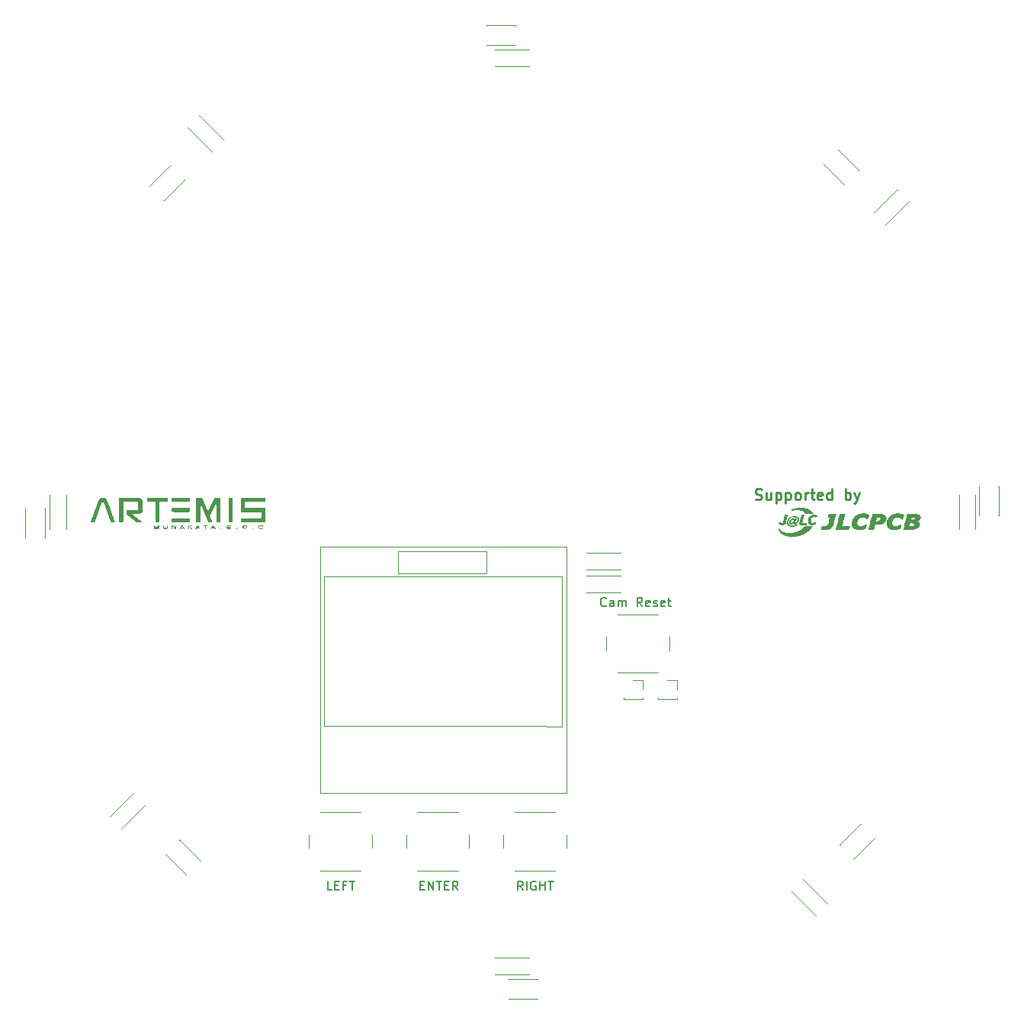
<source format=gbr>
%TF.GenerationSoftware,KiCad,Pcbnew,(6.0.11)*%
%TF.CreationDate,2023-10-13T17:07:53+09:00*%
%TF.ProjectId,sensors_board,73656e73-6f72-4735-9f62-6f6172642e6b,rev?*%
%TF.SameCoordinates,Original*%
%TF.FileFunction,Legend,Top*%
%TF.FilePolarity,Positive*%
%FSLAX46Y46*%
G04 Gerber Fmt 4.6, Leading zero omitted, Abs format (unit mm)*
G04 Created by KiCad (PCBNEW (6.0.11)) date 2023-10-13 17:07:53*
%MOMM*%
%LPD*%
G01*
G04 APERTURE LIST*
%ADD10C,0.150000*%
%ADD11C,0.260000*%
%ADD12C,0.120000*%
%ADD13C,0.010000*%
G04 APERTURE END LIST*
D10*
X162877904Y-112879142D02*
X162830285Y-112926761D01*
X162687428Y-112974380D01*
X162592190Y-112974380D01*
X162449333Y-112926761D01*
X162354095Y-112831523D01*
X162306476Y-112736285D01*
X162258857Y-112545809D01*
X162258857Y-112402952D01*
X162306476Y-112212476D01*
X162354095Y-112117238D01*
X162449333Y-112022000D01*
X162592190Y-111974380D01*
X162687428Y-111974380D01*
X162830285Y-112022000D01*
X162877904Y-112069619D01*
X163735047Y-112974380D02*
X163735047Y-112450571D01*
X163687428Y-112355333D01*
X163592190Y-112307714D01*
X163401714Y-112307714D01*
X163306476Y-112355333D01*
X163735047Y-112926761D02*
X163639809Y-112974380D01*
X163401714Y-112974380D01*
X163306476Y-112926761D01*
X163258857Y-112831523D01*
X163258857Y-112736285D01*
X163306476Y-112641047D01*
X163401714Y-112593428D01*
X163639809Y-112593428D01*
X163735047Y-112545809D01*
X164211238Y-112974380D02*
X164211238Y-112307714D01*
X164211238Y-112402952D02*
X164258857Y-112355333D01*
X164354095Y-112307714D01*
X164496952Y-112307714D01*
X164592190Y-112355333D01*
X164639809Y-112450571D01*
X164639809Y-112974380D01*
X164639809Y-112450571D02*
X164687428Y-112355333D01*
X164782666Y-112307714D01*
X164925523Y-112307714D01*
X165020761Y-112355333D01*
X165068380Y-112450571D01*
X165068380Y-112974380D01*
X166877904Y-112974380D02*
X166544571Y-112498190D01*
X166306476Y-112974380D02*
X166306476Y-111974380D01*
X166687428Y-111974380D01*
X166782666Y-112022000D01*
X166830285Y-112069619D01*
X166877904Y-112164857D01*
X166877904Y-112307714D01*
X166830285Y-112402952D01*
X166782666Y-112450571D01*
X166687428Y-112498190D01*
X166306476Y-112498190D01*
X167687428Y-112926761D02*
X167592190Y-112974380D01*
X167401714Y-112974380D01*
X167306476Y-112926761D01*
X167258857Y-112831523D01*
X167258857Y-112450571D01*
X167306476Y-112355333D01*
X167401714Y-112307714D01*
X167592190Y-112307714D01*
X167687428Y-112355333D01*
X167735047Y-112450571D01*
X167735047Y-112545809D01*
X167258857Y-112641047D01*
X168116000Y-112926761D02*
X168211238Y-112974380D01*
X168401714Y-112974380D01*
X168496952Y-112926761D01*
X168544571Y-112831523D01*
X168544571Y-112783904D01*
X168496952Y-112688666D01*
X168401714Y-112641047D01*
X168258857Y-112641047D01*
X168163619Y-112593428D01*
X168116000Y-112498190D01*
X168116000Y-112450571D01*
X168163619Y-112355333D01*
X168258857Y-112307714D01*
X168401714Y-112307714D01*
X168496952Y-112355333D01*
X169354095Y-112926761D02*
X169258857Y-112974380D01*
X169068380Y-112974380D01*
X168973142Y-112926761D01*
X168925523Y-112831523D01*
X168925523Y-112450571D01*
X168973142Y-112355333D01*
X169068380Y-112307714D01*
X169258857Y-112307714D01*
X169354095Y-112355333D01*
X169401714Y-112450571D01*
X169401714Y-112545809D01*
X168925523Y-112641047D01*
X169687428Y-112307714D02*
X170068380Y-112307714D01*
X169830285Y-111974380D02*
X169830285Y-112831523D01*
X169877904Y-112926761D01*
X169973142Y-112974380D01*
X170068380Y-112974380D01*
X153606666Y-144470380D02*
X153273333Y-143994190D01*
X153035238Y-144470380D02*
X153035238Y-143470380D01*
X153416190Y-143470380D01*
X153511428Y-143518000D01*
X153559047Y-143565619D01*
X153606666Y-143660857D01*
X153606666Y-143803714D01*
X153559047Y-143898952D01*
X153511428Y-143946571D01*
X153416190Y-143994190D01*
X153035238Y-143994190D01*
X154035238Y-144470380D02*
X154035238Y-143470380D01*
X155035238Y-143518000D02*
X154940000Y-143470380D01*
X154797142Y-143470380D01*
X154654285Y-143518000D01*
X154559047Y-143613238D01*
X154511428Y-143708476D01*
X154463809Y-143898952D01*
X154463809Y-144041809D01*
X154511428Y-144232285D01*
X154559047Y-144327523D01*
X154654285Y-144422761D01*
X154797142Y-144470380D01*
X154892380Y-144470380D01*
X155035238Y-144422761D01*
X155082857Y-144375142D01*
X155082857Y-144041809D01*
X154892380Y-144041809D01*
X155511428Y-144470380D02*
X155511428Y-143470380D01*
X155511428Y-143946571D02*
X156082857Y-143946571D01*
X156082857Y-144470380D02*
X156082857Y-143470380D01*
X156416190Y-143470380D02*
X156987619Y-143470380D01*
X156701904Y-144470380D02*
X156701904Y-143470380D01*
X132397619Y-144470380D02*
X131921428Y-144470380D01*
X131921428Y-143470380D01*
X132730952Y-143946571D02*
X133064285Y-143946571D01*
X133207142Y-144470380D02*
X132730952Y-144470380D01*
X132730952Y-143470380D01*
X133207142Y-143470380D01*
X133969047Y-143946571D02*
X133635714Y-143946571D01*
X133635714Y-144470380D02*
X133635714Y-143470380D01*
X134111904Y-143470380D01*
X134350000Y-143470380D02*
X134921428Y-143470380D01*
X134635714Y-144470380D02*
X134635714Y-143470380D01*
X142200571Y-143946571D02*
X142533904Y-143946571D01*
X142676761Y-144470380D02*
X142200571Y-144470380D01*
X142200571Y-143470380D01*
X142676761Y-143470380D01*
X143105333Y-144470380D02*
X143105333Y-143470380D01*
X143676761Y-144470380D01*
X143676761Y-143470380D01*
X144010095Y-143470380D02*
X144581523Y-143470380D01*
X144295809Y-144470380D02*
X144295809Y-143470380D01*
X144914857Y-143946571D02*
X145248190Y-143946571D01*
X145391047Y-144470380D02*
X144914857Y-144470380D01*
X144914857Y-143470380D01*
X145391047Y-143470380D01*
X146391047Y-144470380D02*
X146057714Y-143994190D01*
X145819619Y-144470380D02*
X145819619Y-143470380D01*
X146200571Y-143470380D01*
X146295809Y-143518000D01*
X146343428Y-143565619D01*
X146391047Y-143660857D01*
X146391047Y-143803714D01*
X146343428Y-143898952D01*
X146295809Y-143946571D01*
X146200571Y-143994190D01*
X145819619Y-143994190D01*
D11*
X179423142Y-101069714D02*
X179594571Y-101126857D01*
X179880285Y-101126857D01*
X179994571Y-101069714D01*
X180051714Y-101012571D01*
X180108857Y-100898285D01*
X180108857Y-100784000D01*
X180051714Y-100669714D01*
X179994571Y-100612571D01*
X179880285Y-100555428D01*
X179651714Y-100498285D01*
X179537428Y-100441142D01*
X179480285Y-100384000D01*
X179423142Y-100269714D01*
X179423142Y-100155428D01*
X179480285Y-100041142D01*
X179537428Y-99984000D01*
X179651714Y-99926857D01*
X179937428Y-99926857D01*
X180108857Y-99984000D01*
X181137428Y-100326857D02*
X181137428Y-101126857D01*
X180623142Y-100326857D02*
X180623142Y-100955428D01*
X180680285Y-101069714D01*
X180794571Y-101126857D01*
X180966000Y-101126857D01*
X181080285Y-101069714D01*
X181137428Y-101012571D01*
X181708857Y-100326857D02*
X181708857Y-101526857D01*
X181708857Y-100384000D02*
X181823142Y-100326857D01*
X182051714Y-100326857D01*
X182166000Y-100384000D01*
X182223142Y-100441142D01*
X182280285Y-100555428D01*
X182280285Y-100898285D01*
X182223142Y-101012571D01*
X182166000Y-101069714D01*
X182051714Y-101126857D01*
X181823142Y-101126857D01*
X181708857Y-101069714D01*
X182794571Y-100326857D02*
X182794571Y-101526857D01*
X182794571Y-100384000D02*
X182908857Y-100326857D01*
X183137428Y-100326857D01*
X183251714Y-100384000D01*
X183308857Y-100441142D01*
X183366000Y-100555428D01*
X183366000Y-100898285D01*
X183308857Y-101012571D01*
X183251714Y-101069714D01*
X183137428Y-101126857D01*
X182908857Y-101126857D01*
X182794571Y-101069714D01*
X184051714Y-101126857D02*
X183937428Y-101069714D01*
X183880285Y-101012571D01*
X183823142Y-100898285D01*
X183823142Y-100555428D01*
X183880285Y-100441142D01*
X183937428Y-100384000D01*
X184051714Y-100326857D01*
X184223142Y-100326857D01*
X184337428Y-100384000D01*
X184394571Y-100441142D01*
X184451714Y-100555428D01*
X184451714Y-100898285D01*
X184394571Y-101012571D01*
X184337428Y-101069714D01*
X184223142Y-101126857D01*
X184051714Y-101126857D01*
X184966000Y-101126857D02*
X184966000Y-100326857D01*
X184966000Y-100555428D02*
X185023142Y-100441142D01*
X185080285Y-100384000D01*
X185194571Y-100326857D01*
X185308857Y-100326857D01*
X185537428Y-100326857D02*
X185994571Y-100326857D01*
X185708857Y-99926857D02*
X185708857Y-100955428D01*
X185766000Y-101069714D01*
X185880285Y-101126857D01*
X185994571Y-101126857D01*
X186851714Y-101069714D02*
X186737428Y-101126857D01*
X186508857Y-101126857D01*
X186394571Y-101069714D01*
X186337428Y-100955428D01*
X186337428Y-100498285D01*
X186394571Y-100384000D01*
X186508857Y-100326857D01*
X186737428Y-100326857D01*
X186851714Y-100384000D01*
X186908857Y-100498285D01*
X186908857Y-100612571D01*
X186337428Y-100726857D01*
X187937428Y-101126857D02*
X187937428Y-99926857D01*
X187937428Y-101069714D02*
X187823142Y-101126857D01*
X187594571Y-101126857D01*
X187480285Y-101069714D01*
X187423142Y-101012571D01*
X187366000Y-100898285D01*
X187366000Y-100555428D01*
X187423142Y-100441142D01*
X187480285Y-100384000D01*
X187594571Y-100326857D01*
X187823142Y-100326857D01*
X187937428Y-100384000D01*
X189423142Y-101126857D02*
X189423142Y-99926857D01*
X189423142Y-100384000D02*
X189537428Y-100326857D01*
X189766000Y-100326857D01*
X189880285Y-100384000D01*
X189937428Y-100441142D01*
X189994571Y-100555428D01*
X189994571Y-100898285D01*
X189937428Y-101012571D01*
X189880285Y-101069714D01*
X189766000Y-101126857D01*
X189537428Y-101126857D01*
X189423142Y-101069714D01*
X190394571Y-100326857D02*
X190680285Y-101126857D01*
X190966000Y-100326857D02*
X190680285Y-101126857D01*
X190566000Y-101412571D01*
X190508857Y-101469714D01*
X190394571Y-101526857D01*
D12*
%TO.C,SW1*%
X141895000Y-142315000D02*
X146395000Y-142315000D01*
X140645000Y-138315000D02*
X140645000Y-139815000D01*
X147645000Y-139815000D02*
X147645000Y-138315000D01*
X146395000Y-135815000D02*
X141895000Y-135815000D01*
%TO.C,REF\u002A\u002A*%
X165862000Y-121114000D02*
X166922000Y-121114000D01*
X164802000Y-123234000D02*
X166922000Y-123234000D01*
X166922000Y-123114000D02*
X166922000Y-123234000D01*
X166922000Y-121114000D02*
X166922000Y-122174000D01*
X164802000Y-123114000D02*
X164802000Y-123234000D01*
%TO.C,R3*%
X202032545Y-104410000D02*
X202032545Y-100570000D01*
X203872545Y-104410000D02*
X203872545Y-100570000D01*
%TO.C,C2*%
X189318045Y-66095214D02*
X189364007Y-66049252D01*
X188564976Y-62266231D02*
X188610938Y-62220269D01*
X189318045Y-66095214D02*
X187027019Y-63804188D01*
X190856002Y-64557257D02*
X190901964Y-64511295D01*
X190901964Y-64511295D02*
X188610938Y-62220269D01*
X187027019Y-63804188D02*
X187072981Y-63758226D01*
%TO.C,R4*%
X186127107Y-147296183D02*
X183411817Y-144580893D01*
X187428183Y-145995107D02*
X184712893Y-143279817D01*
%TO.C,SW5*%
X169870000Y-117844000D02*
X169870000Y-116344000D01*
X168620000Y-113844000D02*
X164120000Y-113844000D01*
X162870000Y-116344000D02*
X162870000Y-117844000D01*
X164120000Y-120344000D02*
X168620000Y-120344000D01*
%TO.C,C6*%
X115481955Y-138884786D02*
X115435993Y-138930748D01*
X113943998Y-140422743D02*
X113898036Y-140468705D01*
X116235024Y-142713769D02*
X116189062Y-142759731D01*
X117772981Y-141175812D02*
X117727019Y-141221774D01*
X115481955Y-138884786D02*
X117772981Y-141175812D01*
X113898036Y-140468705D02*
X116189062Y-142759731D01*
%TO.C,R7*%
X102900000Y-100570000D02*
X102900000Y-104410000D01*
X101060000Y-100570000D02*
X101060000Y-104410000D01*
%TO.C,SW2*%
X135600000Y-135815000D02*
X131100000Y-135815000D01*
X136850000Y-139815000D02*
X136850000Y-138315000D01*
X131100000Y-142315000D02*
X135600000Y-142315000D01*
X129850000Y-138315000D02*
X129850000Y-139815000D01*
%TO.C,G\u002A\u002A\u002A*%
G36*
X188319834Y-102743000D02*
G01*
X188310367Y-102793413D01*
X188288084Y-102806500D01*
X188269648Y-102816253D01*
X188259750Y-102850828D01*
X188256396Y-102918198D01*
X188256334Y-102933500D01*
X188253895Y-103007243D01*
X188245251Y-103046835D01*
X188228409Y-103060249D01*
X188224584Y-103060500D01*
X188206148Y-103070253D01*
X188196250Y-103104828D01*
X188192896Y-103172198D01*
X188192834Y-103187500D01*
X188190395Y-103261243D01*
X188181751Y-103300835D01*
X188164909Y-103314249D01*
X188161084Y-103314500D01*
X188142648Y-103324253D01*
X188132750Y-103358828D01*
X188129396Y-103426198D01*
X188129334Y-103441500D01*
X188126895Y-103515243D01*
X188118251Y-103554835D01*
X188101409Y-103568249D01*
X188097584Y-103568500D01*
X188076657Y-103580965D01*
X188067124Y-103623351D01*
X188065834Y-103663750D01*
X188061678Y-103726530D01*
X188047550Y-103755127D01*
X188034084Y-103759000D01*
X188013157Y-103771465D01*
X188003624Y-103813851D01*
X188002334Y-103854250D01*
X187998178Y-103917030D01*
X187984050Y-103945627D01*
X187970584Y-103949500D01*
X187945377Y-103968432D01*
X187938834Y-104013000D01*
X187929367Y-104063413D01*
X187907084Y-104076500D01*
X187879021Y-104093443D01*
X187875334Y-104108250D01*
X187858390Y-104136312D01*
X187843584Y-104140000D01*
X187815521Y-104156943D01*
X187811834Y-104171750D01*
X187794890Y-104199812D01*
X187780084Y-104203500D01*
X187752021Y-104220443D01*
X187748334Y-104235250D01*
X187731390Y-104263312D01*
X187716584Y-104267000D01*
X187688521Y-104283943D01*
X187684834Y-104298750D01*
X187672368Y-104319677D01*
X187629983Y-104329209D01*
X187589584Y-104330500D01*
X187526803Y-104334655D01*
X187498206Y-104348783D01*
X187494334Y-104362250D01*
X187488975Y-104373723D01*
X187469285Y-104382121D01*
X187429843Y-104387894D01*
X187365229Y-104391496D01*
X187270023Y-104393377D01*
X187138804Y-104393989D01*
X187113334Y-104394000D01*
X186732334Y-104394000D01*
X186732334Y-104267000D01*
X186734772Y-104193257D01*
X186743416Y-104153664D01*
X186760258Y-104140250D01*
X186764084Y-104140000D01*
X186789415Y-104121274D01*
X186795834Y-104080703D01*
X186795834Y-104021407D01*
X187074432Y-104022495D01*
X187197820Y-104021755D01*
X187283486Y-104018144D01*
X187335970Y-104011263D01*
X187359812Y-104000710D01*
X187361946Y-103997125D01*
X187388028Y-103972915D01*
X187400847Y-103970667D01*
X187425161Y-103953036D01*
X187430834Y-103928333D01*
X187444068Y-103893857D01*
X187462584Y-103886000D01*
X187487790Y-103867068D01*
X187494334Y-103822500D01*
X187503800Y-103772087D01*
X187526084Y-103759000D01*
X187544519Y-103749246D01*
X187554417Y-103714671D01*
X187557771Y-103647302D01*
X187557834Y-103632000D01*
X187560272Y-103558257D01*
X187568916Y-103518664D01*
X187585758Y-103505250D01*
X187589584Y-103505000D01*
X187608019Y-103495246D01*
X187617917Y-103460671D01*
X187621271Y-103393302D01*
X187621334Y-103378000D01*
X187623772Y-103304257D01*
X187632416Y-103264664D01*
X187649258Y-103251250D01*
X187653084Y-103251000D01*
X187671519Y-103241246D01*
X187681417Y-103206671D01*
X187684771Y-103139302D01*
X187684834Y-103124000D01*
X187684834Y-102997000D01*
X187494334Y-102997000D01*
X187494334Y-102870000D01*
X187496772Y-102796257D01*
X187505416Y-102756664D01*
X187522258Y-102743250D01*
X187526084Y-102743000D01*
X187554146Y-102726057D01*
X187557834Y-102711250D01*
X187563192Y-102699777D01*
X187582882Y-102691379D01*
X187622324Y-102685605D01*
X187686938Y-102682004D01*
X187782144Y-102680123D01*
X187913363Y-102679510D01*
X187938834Y-102679500D01*
X188319834Y-102679500D01*
X188319834Y-102743000D01*
G37*
D13*
X188319834Y-102743000D02*
X188310367Y-102793413D01*
X188288084Y-102806500D01*
X188269648Y-102816253D01*
X188259750Y-102850828D01*
X188256396Y-102918198D01*
X188256334Y-102933500D01*
X188253895Y-103007243D01*
X188245251Y-103046835D01*
X188228409Y-103060249D01*
X188224584Y-103060500D01*
X188206148Y-103070253D01*
X188196250Y-103104828D01*
X188192896Y-103172198D01*
X188192834Y-103187500D01*
X188190395Y-103261243D01*
X188181751Y-103300835D01*
X188164909Y-103314249D01*
X188161084Y-103314500D01*
X188142648Y-103324253D01*
X188132750Y-103358828D01*
X188129396Y-103426198D01*
X188129334Y-103441500D01*
X188126895Y-103515243D01*
X188118251Y-103554835D01*
X188101409Y-103568249D01*
X188097584Y-103568500D01*
X188076657Y-103580965D01*
X188067124Y-103623351D01*
X188065834Y-103663750D01*
X188061678Y-103726530D01*
X188047550Y-103755127D01*
X188034084Y-103759000D01*
X188013157Y-103771465D01*
X188003624Y-103813851D01*
X188002334Y-103854250D01*
X187998178Y-103917030D01*
X187984050Y-103945627D01*
X187970584Y-103949500D01*
X187945377Y-103968432D01*
X187938834Y-104013000D01*
X187929367Y-104063413D01*
X187907084Y-104076500D01*
X187879021Y-104093443D01*
X187875334Y-104108250D01*
X187858390Y-104136312D01*
X187843584Y-104140000D01*
X187815521Y-104156943D01*
X187811834Y-104171750D01*
X187794890Y-104199812D01*
X187780084Y-104203500D01*
X187752021Y-104220443D01*
X187748334Y-104235250D01*
X187731390Y-104263312D01*
X187716584Y-104267000D01*
X187688521Y-104283943D01*
X187684834Y-104298750D01*
X187672368Y-104319677D01*
X187629983Y-104329209D01*
X187589584Y-104330500D01*
X187526803Y-104334655D01*
X187498206Y-104348783D01*
X187494334Y-104362250D01*
X187488975Y-104373723D01*
X187469285Y-104382121D01*
X187429843Y-104387894D01*
X187365229Y-104391496D01*
X187270023Y-104393377D01*
X187138804Y-104393989D01*
X187113334Y-104394000D01*
X186732334Y-104394000D01*
X186732334Y-104267000D01*
X186734772Y-104193257D01*
X186743416Y-104153664D01*
X186760258Y-104140250D01*
X186764084Y-104140000D01*
X186789415Y-104121274D01*
X186795834Y-104080703D01*
X186795834Y-104021407D01*
X187074432Y-104022495D01*
X187197820Y-104021755D01*
X187283486Y-104018144D01*
X187335970Y-104011263D01*
X187359812Y-104000710D01*
X187361946Y-103997125D01*
X187388028Y-103972915D01*
X187400847Y-103970667D01*
X187425161Y-103953036D01*
X187430834Y-103928333D01*
X187444068Y-103893857D01*
X187462584Y-103886000D01*
X187487790Y-103867068D01*
X187494334Y-103822500D01*
X187503800Y-103772087D01*
X187526084Y-103759000D01*
X187544519Y-103749246D01*
X187554417Y-103714671D01*
X187557771Y-103647302D01*
X187557834Y-103632000D01*
X187560272Y-103558257D01*
X187568916Y-103518664D01*
X187585758Y-103505250D01*
X187589584Y-103505000D01*
X187608019Y-103495246D01*
X187617917Y-103460671D01*
X187621271Y-103393302D01*
X187621334Y-103378000D01*
X187623772Y-103304257D01*
X187632416Y-103264664D01*
X187649258Y-103251250D01*
X187653084Y-103251000D01*
X187671519Y-103241246D01*
X187681417Y-103206671D01*
X187684771Y-103139302D01*
X187684834Y-103124000D01*
X187684834Y-102997000D01*
X187494334Y-102997000D01*
X187494334Y-102870000D01*
X187496772Y-102796257D01*
X187505416Y-102756664D01*
X187522258Y-102743250D01*
X187526084Y-102743000D01*
X187554146Y-102726057D01*
X187557834Y-102711250D01*
X187563192Y-102699777D01*
X187582882Y-102691379D01*
X187622324Y-102685605D01*
X187686938Y-102682004D01*
X187782144Y-102680123D01*
X187913363Y-102679510D01*
X187938834Y-102679500D01*
X188319834Y-102679500D01*
X188319834Y-102743000D01*
G36*
X184582532Y-102003494D02*
G01*
X184669862Y-102007135D01*
X184732363Y-102012573D01*
X184762324Y-102019293D01*
X184763834Y-102021255D01*
X184783010Y-102033535D01*
X184832866Y-102046237D01*
X184890834Y-102055083D01*
X184957719Y-102065306D01*
X185003729Y-102077044D01*
X185017834Y-102086124D01*
X185036604Y-102098691D01*
X185083696Y-102110744D01*
X185105551Y-102114191D01*
X185163276Y-102126209D01*
X185201062Y-102141963D01*
X185206304Y-102147050D01*
X185234838Y-102167352D01*
X185277337Y-102182700D01*
X185319286Y-102199102D01*
X185335334Y-102216128D01*
X185352511Y-102232881D01*
X185367084Y-102235000D01*
X185395165Y-102251080D01*
X185398834Y-102265068D01*
X185417163Y-102290175D01*
X185461348Y-102308863D01*
X185462334Y-102309083D01*
X185506771Y-102324442D01*
X185525822Y-102342133D01*
X185525834Y-102342515D01*
X185543003Y-102359810D01*
X185557584Y-102362000D01*
X185585646Y-102378943D01*
X185589334Y-102393750D01*
X185606277Y-102421812D01*
X185621084Y-102425500D01*
X185649146Y-102442443D01*
X185652834Y-102457250D01*
X185669777Y-102485312D01*
X185684584Y-102489000D01*
X185712646Y-102505943D01*
X185716334Y-102520750D01*
X185733277Y-102548812D01*
X185748084Y-102552500D01*
X185776146Y-102569443D01*
X185779834Y-102584250D01*
X185774628Y-102595325D01*
X185755528Y-102603547D01*
X185717310Y-102609316D01*
X185654749Y-102613035D01*
X185562620Y-102615105D01*
X185435699Y-102615929D01*
X185367084Y-102616000D01*
X185223102Y-102615599D01*
X185116224Y-102614130D01*
X185041225Y-102611190D01*
X184992880Y-102606378D01*
X184965966Y-102599291D01*
X184955258Y-102589528D01*
X184954334Y-102584250D01*
X184937390Y-102556188D01*
X184922584Y-102552500D01*
X184897377Y-102533568D01*
X184890834Y-102489000D01*
X184885589Y-102444023D01*
X184860849Y-102427445D01*
X184827334Y-102425500D01*
X184776920Y-102416034D01*
X184763834Y-102393750D01*
X184746890Y-102365688D01*
X184732084Y-102362000D01*
X184704021Y-102345057D01*
X184700334Y-102330250D01*
X184681401Y-102305043D01*
X184636834Y-102298500D01*
X184586420Y-102289034D01*
X184573334Y-102266750D01*
X184563580Y-102248314D01*
X184529005Y-102238416D01*
X184461636Y-102235062D01*
X184446334Y-102235000D01*
X184372590Y-102232561D01*
X184332998Y-102223918D01*
X184319584Y-102207075D01*
X184319334Y-102203250D01*
X184313793Y-102191330D01*
X184293413Y-102182746D01*
X184252554Y-102176984D01*
X184185577Y-102173531D01*
X184086844Y-102171877D01*
X183970084Y-102171500D01*
X183838968Y-102172004D01*
X183744538Y-102173856D01*
X183681156Y-102177571D01*
X183643182Y-102183660D01*
X183624978Y-102192635D01*
X183620834Y-102203250D01*
X183608368Y-102224177D01*
X183565983Y-102233709D01*
X183525584Y-102235000D01*
X183459564Y-102230053D01*
X183433445Y-102217944D01*
X183447864Y-102202767D01*
X183503455Y-102188619D01*
X183518051Y-102186475D01*
X183575711Y-102174658D01*
X183613382Y-102159398D01*
X183618592Y-102154500D01*
X183645196Y-102140700D01*
X183700107Y-102126580D01*
X183747834Y-102118583D01*
X183813998Y-102106898D01*
X183861225Y-102093422D01*
X183875739Y-102084827D01*
X183901046Y-102074158D01*
X183956987Y-102062905D01*
X184031961Y-102053348D01*
X184039781Y-102052599D01*
X184113941Y-102043405D01*
X184168194Y-102032293D01*
X184192019Y-102021489D01*
X184192334Y-102020294D01*
X184212213Y-102013668D01*
X184266710Y-102008128D01*
X184348113Y-102004163D01*
X184448710Y-102002262D01*
X184478084Y-102002167D01*
X184582532Y-102003494D01*
G37*
X184582532Y-102003494D02*
X184669862Y-102007135D01*
X184732363Y-102012573D01*
X184762324Y-102019293D01*
X184763834Y-102021255D01*
X184783010Y-102033535D01*
X184832866Y-102046237D01*
X184890834Y-102055083D01*
X184957719Y-102065306D01*
X185003729Y-102077044D01*
X185017834Y-102086124D01*
X185036604Y-102098691D01*
X185083696Y-102110744D01*
X185105551Y-102114191D01*
X185163276Y-102126209D01*
X185201062Y-102141963D01*
X185206304Y-102147050D01*
X185234838Y-102167352D01*
X185277337Y-102182700D01*
X185319286Y-102199102D01*
X185335334Y-102216128D01*
X185352511Y-102232881D01*
X185367084Y-102235000D01*
X185395165Y-102251080D01*
X185398834Y-102265068D01*
X185417163Y-102290175D01*
X185461348Y-102308863D01*
X185462334Y-102309083D01*
X185506771Y-102324442D01*
X185525822Y-102342133D01*
X185525834Y-102342515D01*
X185543003Y-102359810D01*
X185557584Y-102362000D01*
X185585646Y-102378943D01*
X185589334Y-102393750D01*
X185606277Y-102421812D01*
X185621084Y-102425500D01*
X185649146Y-102442443D01*
X185652834Y-102457250D01*
X185669777Y-102485312D01*
X185684584Y-102489000D01*
X185712646Y-102505943D01*
X185716334Y-102520750D01*
X185733277Y-102548812D01*
X185748084Y-102552500D01*
X185776146Y-102569443D01*
X185779834Y-102584250D01*
X185774628Y-102595325D01*
X185755528Y-102603547D01*
X185717310Y-102609316D01*
X185654749Y-102613035D01*
X185562620Y-102615105D01*
X185435699Y-102615929D01*
X185367084Y-102616000D01*
X185223102Y-102615599D01*
X185116224Y-102614130D01*
X185041225Y-102611190D01*
X184992880Y-102606378D01*
X184965966Y-102599291D01*
X184955258Y-102589528D01*
X184954334Y-102584250D01*
X184937390Y-102556188D01*
X184922584Y-102552500D01*
X184897377Y-102533568D01*
X184890834Y-102489000D01*
X184885589Y-102444023D01*
X184860849Y-102427445D01*
X184827334Y-102425500D01*
X184776920Y-102416034D01*
X184763834Y-102393750D01*
X184746890Y-102365688D01*
X184732084Y-102362000D01*
X184704021Y-102345057D01*
X184700334Y-102330250D01*
X184681401Y-102305043D01*
X184636834Y-102298500D01*
X184586420Y-102289034D01*
X184573334Y-102266750D01*
X184563580Y-102248314D01*
X184529005Y-102238416D01*
X184461636Y-102235062D01*
X184446334Y-102235000D01*
X184372590Y-102232561D01*
X184332998Y-102223918D01*
X184319584Y-102207075D01*
X184319334Y-102203250D01*
X184313793Y-102191330D01*
X184293413Y-102182746D01*
X184252554Y-102176984D01*
X184185577Y-102173531D01*
X184086844Y-102171877D01*
X183970084Y-102171500D01*
X183838968Y-102172004D01*
X183744538Y-102173856D01*
X183681156Y-102177571D01*
X183643182Y-102183660D01*
X183624978Y-102192635D01*
X183620834Y-102203250D01*
X183608368Y-102224177D01*
X183565983Y-102233709D01*
X183525584Y-102235000D01*
X183459564Y-102230053D01*
X183433445Y-102217944D01*
X183447864Y-102202767D01*
X183503455Y-102188619D01*
X183518051Y-102186475D01*
X183575711Y-102174658D01*
X183613382Y-102159398D01*
X183618592Y-102154500D01*
X183645196Y-102140700D01*
X183700107Y-102126580D01*
X183747834Y-102118583D01*
X183813998Y-102106898D01*
X183861225Y-102093422D01*
X183875739Y-102084827D01*
X183901046Y-102074158D01*
X183956987Y-102062905D01*
X184031961Y-102053348D01*
X184039781Y-102052599D01*
X184113941Y-102043405D01*
X184168194Y-102032293D01*
X184192019Y-102021489D01*
X184192334Y-102020294D01*
X184212213Y-102013668D01*
X184266710Y-102008128D01*
X184348113Y-102004163D01*
X184448710Y-102002262D01*
X184478084Y-102002167D01*
X184582532Y-102003494D01*
G36*
X183363251Y-103029596D02*
G01*
X183366834Y-103039333D01*
X183349689Y-103058112D01*
X183335084Y-103060500D01*
X183306916Y-103049070D01*
X183303334Y-103039333D01*
X183320478Y-103020555D01*
X183335084Y-103018167D01*
X183363251Y-103029596D01*
G37*
X183363251Y-103029596D02*
X183366834Y-103039333D01*
X183349689Y-103058112D01*
X183335084Y-103060500D01*
X183306916Y-103049070D01*
X183303334Y-103039333D01*
X183320478Y-103020555D01*
X183335084Y-103018167D01*
X183363251Y-103029596D01*
G36*
X185951430Y-102769494D02*
G01*
X185970329Y-102782328D01*
X185970334Y-102782546D01*
X185989134Y-102796305D01*
X186036403Y-102809145D01*
X186059837Y-102812931D01*
X186116611Y-102825151D01*
X186152145Y-102841471D01*
X186156851Y-102847468D01*
X186181561Y-102868059D01*
X186194347Y-102870000D01*
X186220870Y-102886982D01*
X186224334Y-102901750D01*
X186207390Y-102929812D01*
X186192584Y-102933500D01*
X186164521Y-102950443D01*
X186160834Y-102965250D01*
X186141901Y-102990456D01*
X186097334Y-102997000D01*
X186046920Y-102987534D01*
X186033834Y-102965250D01*
X186024080Y-102946814D01*
X185989505Y-102936916D01*
X185922136Y-102933562D01*
X185906834Y-102933500D01*
X185833090Y-102935938D01*
X185793498Y-102944582D01*
X185780084Y-102961424D01*
X185779834Y-102965250D01*
X185760901Y-102990456D01*
X185716334Y-102997000D01*
X185665920Y-103006466D01*
X185652834Y-103028750D01*
X185635890Y-103056812D01*
X185621084Y-103060500D01*
X185593021Y-103077443D01*
X185589334Y-103092250D01*
X185572390Y-103120312D01*
X185557584Y-103124000D01*
X185543895Y-103130368D01*
X185534686Y-103153791D01*
X185529146Y-103200744D01*
X185526468Y-103277705D01*
X185525834Y-103378000D01*
X185526630Y-103487510D01*
X185529557Y-103561184D01*
X185535427Y-103605497D01*
X185545047Y-103626927D01*
X185557584Y-103632000D01*
X185585646Y-103648943D01*
X185589334Y-103663750D01*
X185608910Y-103689491D01*
X185658125Y-103699205D01*
X185742892Y-103700457D01*
X185820394Y-103695897D01*
X185878980Y-103686705D01*
X185907002Y-103674060D01*
X185907045Y-103673991D01*
X185933697Y-103656465D01*
X185975837Y-103641967D01*
X186018521Y-103636666D01*
X186033300Y-103653195D01*
X186033834Y-103661455D01*
X186049798Y-103690963D01*
X186065584Y-103695500D01*
X186093646Y-103712443D01*
X186097334Y-103727250D01*
X186078401Y-103752456D01*
X186033834Y-103759000D01*
X185983420Y-103768466D01*
X185970334Y-103790750D01*
X185951401Y-103815956D01*
X185906834Y-103822500D01*
X185856420Y-103831966D01*
X185843334Y-103854250D01*
X185833580Y-103872686D01*
X185799005Y-103882584D01*
X185731636Y-103885937D01*
X185716334Y-103886000D01*
X185642590Y-103883561D01*
X185602998Y-103874918D01*
X185589584Y-103858075D01*
X185589334Y-103854250D01*
X185576868Y-103833323D01*
X185534483Y-103823791D01*
X185494084Y-103822500D01*
X185431303Y-103818345D01*
X185402706Y-103804216D01*
X185398834Y-103790750D01*
X185381890Y-103762688D01*
X185367084Y-103759000D01*
X185341877Y-103740068D01*
X185335334Y-103695500D01*
X185325867Y-103645087D01*
X185303584Y-103632000D01*
X185289085Y-103625186D01*
X185279653Y-103600189D01*
X185274312Y-103550175D01*
X185272085Y-103468310D01*
X185271834Y-103409750D01*
X185272807Y-103308258D01*
X185276378Y-103242235D01*
X185283523Y-103204847D01*
X185295218Y-103189259D01*
X185303584Y-103187500D01*
X185328790Y-103168568D01*
X185335334Y-103124000D01*
X185344800Y-103073587D01*
X185367084Y-103060500D01*
X185395146Y-103043557D01*
X185398834Y-103028750D01*
X185415777Y-103000688D01*
X185430584Y-102997000D01*
X185458646Y-102980057D01*
X185462334Y-102965250D01*
X185479277Y-102937188D01*
X185494084Y-102933500D01*
X185522269Y-102923289D01*
X185525834Y-102914628D01*
X185543883Y-102896447D01*
X185583830Y-102881200D01*
X185630846Y-102863585D01*
X185654863Y-102845550D01*
X185682400Y-102829761D01*
X185735396Y-102815908D01*
X185755616Y-102812691D01*
X185809698Y-102801502D01*
X185840567Y-102787491D01*
X185843334Y-102782546D01*
X185861738Y-102769638D01*
X185906078Y-102764168D01*
X185906834Y-102764167D01*
X185951430Y-102769494D01*
G37*
X185951430Y-102769494D02*
X185970329Y-102782328D01*
X185970334Y-102782546D01*
X185989134Y-102796305D01*
X186036403Y-102809145D01*
X186059837Y-102812931D01*
X186116611Y-102825151D01*
X186152145Y-102841471D01*
X186156851Y-102847468D01*
X186181561Y-102868059D01*
X186194347Y-102870000D01*
X186220870Y-102886982D01*
X186224334Y-102901750D01*
X186207390Y-102929812D01*
X186192584Y-102933500D01*
X186164521Y-102950443D01*
X186160834Y-102965250D01*
X186141901Y-102990456D01*
X186097334Y-102997000D01*
X186046920Y-102987534D01*
X186033834Y-102965250D01*
X186024080Y-102946814D01*
X185989505Y-102936916D01*
X185922136Y-102933562D01*
X185906834Y-102933500D01*
X185833090Y-102935938D01*
X185793498Y-102944582D01*
X185780084Y-102961424D01*
X185779834Y-102965250D01*
X185760901Y-102990456D01*
X185716334Y-102997000D01*
X185665920Y-103006466D01*
X185652834Y-103028750D01*
X185635890Y-103056812D01*
X185621084Y-103060500D01*
X185593021Y-103077443D01*
X185589334Y-103092250D01*
X185572390Y-103120312D01*
X185557584Y-103124000D01*
X185543895Y-103130368D01*
X185534686Y-103153791D01*
X185529146Y-103200744D01*
X185526468Y-103277705D01*
X185525834Y-103378000D01*
X185526630Y-103487510D01*
X185529557Y-103561184D01*
X185535427Y-103605497D01*
X185545047Y-103626927D01*
X185557584Y-103632000D01*
X185585646Y-103648943D01*
X185589334Y-103663750D01*
X185608910Y-103689491D01*
X185658125Y-103699205D01*
X185742892Y-103700457D01*
X185820394Y-103695897D01*
X185878980Y-103686705D01*
X185907002Y-103674060D01*
X185907045Y-103673991D01*
X185933697Y-103656465D01*
X185975837Y-103641967D01*
X186018521Y-103636666D01*
X186033300Y-103653195D01*
X186033834Y-103661455D01*
X186049798Y-103690963D01*
X186065584Y-103695500D01*
X186093646Y-103712443D01*
X186097334Y-103727250D01*
X186078401Y-103752456D01*
X186033834Y-103759000D01*
X185983420Y-103768466D01*
X185970334Y-103790750D01*
X185951401Y-103815956D01*
X185906834Y-103822500D01*
X185856420Y-103831966D01*
X185843334Y-103854250D01*
X185833580Y-103872686D01*
X185799005Y-103882584D01*
X185731636Y-103885937D01*
X185716334Y-103886000D01*
X185642590Y-103883561D01*
X185602998Y-103874918D01*
X185589584Y-103858075D01*
X185589334Y-103854250D01*
X185576868Y-103833323D01*
X185534483Y-103823791D01*
X185494084Y-103822500D01*
X185431303Y-103818345D01*
X185402706Y-103804216D01*
X185398834Y-103790750D01*
X185381890Y-103762688D01*
X185367084Y-103759000D01*
X185341877Y-103740068D01*
X185335334Y-103695500D01*
X185325867Y-103645087D01*
X185303584Y-103632000D01*
X185289085Y-103625186D01*
X185279653Y-103600189D01*
X185274312Y-103550175D01*
X185272085Y-103468310D01*
X185271834Y-103409750D01*
X185272807Y-103308258D01*
X185276378Y-103242235D01*
X185283523Y-103204847D01*
X185295218Y-103189259D01*
X185303584Y-103187500D01*
X185328790Y-103168568D01*
X185335334Y-103124000D01*
X185344800Y-103073587D01*
X185367084Y-103060500D01*
X185395146Y-103043557D01*
X185398834Y-103028750D01*
X185415777Y-103000688D01*
X185430584Y-102997000D01*
X185458646Y-102980057D01*
X185462334Y-102965250D01*
X185479277Y-102937188D01*
X185494084Y-102933500D01*
X185522269Y-102923289D01*
X185525834Y-102914628D01*
X185543883Y-102896447D01*
X185583830Y-102881200D01*
X185630846Y-102863585D01*
X185654863Y-102845550D01*
X185682400Y-102829761D01*
X185735396Y-102815908D01*
X185755616Y-102812691D01*
X185809698Y-102801502D01*
X185840567Y-102787491D01*
X185843334Y-102782546D01*
X185861738Y-102769638D01*
X185906078Y-102764168D01*
X185906834Y-102764167D01*
X185951430Y-102769494D01*
G36*
X191451722Y-102639129D02*
G01*
X191516763Y-102644387D01*
X191553514Y-102651992D01*
X191558334Y-102656255D01*
X191577510Y-102668535D01*
X191627366Y-102681237D01*
X191685334Y-102690083D01*
X191752231Y-102700730D01*
X191798242Y-102713563D01*
X191812334Y-102723911D01*
X191830295Y-102738927D01*
X191859959Y-102743289D01*
X191937516Y-102749651D01*
X191981730Y-102771541D01*
X192000497Y-102814928D01*
X192002834Y-102851302D01*
X191997268Y-102909239D01*
X191978958Y-102932395D01*
X191971084Y-102933500D01*
X191950157Y-102945965D01*
X191940624Y-102988351D01*
X191939334Y-103028750D01*
X191935178Y-103091530D01*
X191921050Y-103120127D01*
X191907584Y-103124000D01*
X191879521Y-103140943D01*
X191875834Y-103155750D01*
X191856901Y-103180956D01*
X191812334Y-103187500D01*
X191761920Y-103178034D01*
X191748834Y-103155750D01*
X191731890Y-103127688D01*
X191717084Y-103124000D01*
X191689021Y-103107057D01*
X191685334Y-103092250D01*
X191666401Y-103067043D01*
X191621834Y-103060500D01*
X191571420Y-103051034D01*
X191558334Y-103028750D01*
X191551520Y-103014251D01*
X191526523Y-103004819D01*
X191476509Y-102999478D01*
X191394644Y-102997251D01*
X191336084Y-102997000D01*
X191234592Y-102997973D01*
X191168569Y-103001544D01*
X191131180Y-103008689D01*
X191115593Y-103020384D01*
X191113834Y-103028750D01*
X191094901Y-103053956D01*
X191050334Y-103060500D01*
X190999920Y-103069966D01*
X190986834Y-103092250D01*
X190969890Y-103120312D01*
X190955084Y-103124000D01*
X190927021Y-103140943D01*
X190923334Y-103155750D01*
X190906390Y-103183812D01*
X190891584Y-103187500D01*
X190863521Y-103204443D01*
X190859834Y-103219250D01*
X190842890Y-103247312D01*
X190828084Y-103251000D01*
X190800021Y-103267943D01*
X190796334Y-103282750D01*
X190779390Y-103310812D01*
X190764584Y-103314500D01*
X190746148Y-103324253D01*
X190736250Y-103358828D01*
X190732896Y-103426198D01*
X190732834Y-103441500D01*
X190730395Y-103515243D01*
X190721751Y-103554835D01*
X190704909Y-103568249D01*
X190701084Y-103568500D01*
X190682648Y-103578253D01*
X190672750Y-103612828D01*
X190669396Y-103680198D01*
X190669334Y-103695500D01*
X190671772Y-103769243D01*
X190680416Y-103808835D01*
X190697258Y-103822249D01*
X190701084Y-103822500D01*
X190726290Y-103841432D01*
X190732834Y-103886000D01*
X190742300Y-103936413D01*
X190764584Y-103949500D01*
X190792665Y-103965580D01*
X190796334Y-103979568D01*
X190814663Y-104004675D01*
X190858848Y-104023363D01*
X190859834Y-104023583D01*
X190904271Y-104038942D01*
X190923322Y-104056633D01*
X190923334Y-104057015D01*
X190942561Y-104067291D01*
X190992539Y-104074352D01*
X191050334Y-104076500D01*
X191117314Y-104073610D01*
X191163332Y-104066098D01*
X191177334Y-104057411D01*
X191196510Y-104045131D01*
X191246366Y-104032429D01*
X191304334Y-104023583D01*
X191371223Y-104013192D01*
X191417234Y-104001020D01*
X191431334Y-103991437D01*
X191449562Y-103975257D01*
X191493542Y-103960370D01*
X191494834Y-103960083D01*
X191539354Y-103941626D01*
X191558326Y-103916536D01*
X191558334Y-103916068D01*
X191575313Y-103889474D01*
X191590084Y-103886000D01*
X191618251Y-103874570D01*
X191621834Y-103864833D01*
X191638978Y-103846055D01*
X191653584Y-103843667D01*
X191681751Y-103855096D01*
X191685334Y-103864833D01*
X191702478Y-103883612D01*
X191717084Y-103886000D01*
X191745146Y-103902943D01*
X191748834Y-103917750D01*
X191731890Y-103945812D01*
X191717084Y-103949500D01*
X191696157Y-103961965D01*
X191686624Y-104004351D01*
X191685334Y-104044750D01*
X191681178Y-104107530D01*
X191667050Y-104136127D01*
X191653584Y-104140000D01*
X191628377Y-104158932D01*
X191621834Y-104203500D01*
X191612367Y-104253913D01*
X191590084Y-104267000D01*
X191562021Y-104283943D01*
X191558334Y-104298750D01*
X191545868Y-104319677D01*
X191503483Y-104329209D01*
X191463084Y-104330500D01*
X191400303Y-104334655D01*
X191371706Y-104348783D01*
X191367834Y-104362250D01*
X191362475Y-104373723D01*
X191342785Y-104382121D01*
X191303343Y-104387894D01*
X191238729Y-104391496D01*
X191143523Y-104393377D01*
X191012304Y-104393989D01*
X190986834Y-104394000D01*
X190849156Y-104393553D01*
X190748385Y-104391912D01*
X190679100Y-104388626D01*
X190635881Y-104383241D01*
X190613307Y-104375307D01*
X190605959Y-104364372D01*
X190605834Y-104362250D01*
X190586901Y-104337043D01*
X190542334Y-104330500D01*
X190491920Y-104321034D01*
X190478834Y-104298750D01*
X190459901Y-104273543D01*
X190415334Y-104267000D01*
X190364920Y-104257534D01*
X190351834Y-104235250D01*
X190334890Y-104207188D01*
X190320084Y-104203500D01*
X190292021Y-104186557D01*
X190288334Y-104171750D01*
X190271390Y-104143688D01*
X190256584Y-104140000D01*
X190231377Y-104121068D01*
X190224834Y-104076500D01*
X190215367Y-104026087D01*
X190193084Y-104013000D01*
X190180075Y-104006972D01*
X190171083Y-103984779D01*
X190165425Y-103940262D01*
X190162415Y-103867258D01*
X190161369Y-103759605D01*
X190161334Y-103727250D01*
X190162003Y-103610171D01*
X190164469Y-103529249D01*
X190169415Y-103478324D01*
X190177527Y-103451233D01*
X190189488Y-103441815D01*
X190193084Y-103441500D01*
X190214010Y-103429034D01*
X190223543Y-103386649D01*
X190224834Y-103346250D01*
X190228989Y-103283469D01*
X190243117Y-103254873D01*
X190256584Y-103251000D01*
X190284646Y-103234057D01*
X190288334Y-103219250D01*
X190305277Y-103191188D01*
X190320084Y-103187500D01*
X190345290Y-103168568D01*
X190351834Y-103124000D01*
X190361300Y-103073587D01*
X190383584Y-103060500D01*
X190411646Y-103043557D01*
X190415334Y-103028750D01*
X190432277Y-103000688D01*
X190447084Y-102997000D01*
X190475146Y-102980057D01*
X190478834Y-102965250D01*
X190495777Y-102937188D01*
X190510584Y-102933500D01*
X190538765Y-102922963D01*
X190542334Y-102914015D01*
X190560581Y-102896372D01*
X190604599Y-102880858D01*
X190605834Y-102880583D01*
X190650354Y-102862126D01*
X190669326Y-102837036D01*
X190669334Y-102836568D01*
X190686130Y-102809584D01*
X190699320Y-102806500D01*
X190731193Y-102793090D01*
X190736816Y-102783968D01*
X190760595Y-102767511D01*
X190811281Y-102753137D01*
X190833830Y-102749431D01*
X190888541Y-102738670D01*
X190920194Y-102725818D01*
X190923334Y-102721124D01*
X190942502Y-102710314D01*
X190992340Y-102698624D01*
X191050334Y-102690083D01*
X191117231Y-102679437D01*
X191163242Y-102666603D01*
X191177334Y-102656255D01*
X191196921Y-102647849D01*
X191249389Y-102641332D01*
X191325295Y-102637649D01*
X191367834Y-102637167D01*
X191451722Y-102639129D01*
G37*
X191451722Y-102639129D02*
X191516763Y-102644387D01*
X191553514Y-102651992D01*
X191558334Y-102656255D01*
X191577510Y-102668535D01*
X191627366Y-102681237D01*
X191685334Y-102690083D01*
X191752231Y-102700730D01*
X191798242Y-102713563D01*
X191812334Y-102723911D01*
X191830295Y-102738927D01*
X191859959Y-102743289D01*
X191937516Y-102749651D01*
X191981730Y-102771541D01*
X192000497Y-102814928D01*
X192002834Y-102851302D01*
X191997268Y-102909239D01*
X191978958Y-102932395D01*
X191971084Y-102933500D01*
X191950157Y-102945965D01*
X191940624Y-102988351D01*
X191939334Y-103028750D01*
X191935178Y-103091530D01*
X191921050Y-103120127D01*
X191907584Y-103124000D01*
X191879521Y-103140943D01*
X191875834Y-103155750D01*
X191856901Y-103180956D01*
X191812334Y-103187500D01*
X191761920Y-103178034D01*
X191748834Y-103155750D01*
X191731890Y-103127688D01*
X191717084Y-103124000D01*
X191689021Y-103107057D01*
X191685334Y-103092250D01*
X191666401Y-103067043D01*
X191621834Y-103060500D01*
X191571420Y-103051034D01*
X191558334Y-103028750D01*
X191551520Y-103014251D01*
X191526523Y-103004819D01*
X191476509Y-102999478D01*
X191394644Y-102997251D01*
X191336084Y-102997000D01*
X191234592Y-102997973D01*
X191168569Y-103001544D01*
X191131180Y-103008689D01*
X191115593Y-103020384D01*
X191113834Y-103028750D01*
X191094901Y-103053956D01*
X191050334Y-103060500D01*
X190999920Y-103069966D01*
X190986834Y-103092250D01*
X190969890Y-103120312D01*
X190955084Y-103124000D01*
X190927021Y-103140943D01*
X190923334Y-103155750D01*
X190906390Y-103183812D01*
X190891584Y-103187500D01*
X190863521Y-103204443D01*
X190859834Y-103219250D01*
X190842890Y-103247312D01*
X190828084Y-103251000D01*
X190800021Y-103267943D01*
X190796334Y-103282750D01*
X190779390Y-103310812D01*
X190764584Y-103314500D01*
X190746148Y-103324253D01*
X190736250Y-103358828D01*
X190732896Y-103426198D01*
X190732834Y-103441500D01*
X190730395Y-103515243D01*
X190721751Y-103554835D01*
X190704909Y-103568249D01*
X190701084Y-103568500D01*
X190682648Y-103578253D01*
X190672750Y-103612828D01*
X190669396Y-103680198D01*
X190669334Y-103695500D01*
X190671772Y-103769243D01*
X190680416Y-103808835D01*
X190697258Y-103822249D01*
X190701084Y-103822500D01*
X190726290Y-103841432D01*
X190732834Y-103886000D01*
X190742300Y-103936413D01*
X190764584Y-103949500D01*
X190792665Y-103965580D01*
X190796334Y-103979568D01*
X190814663Y-104004675D01*
X190858848Y-104023363D01*
X190859834Y-104023583D01*
X190904271Y-104038942D01*
X190923322Y-104056633D01*
X190923334Y-104057015D01*
X190942561Y-104067291D01*
X190992539Y-104074352D01*
X191050334Y-104076500D01*
X191117314Y-104073610D01*
X191163332Y-104066098D01*
X191177334Y-104057411D01*
X191196510Y-104045131D01*
X191246366Y-104032429D01*
X191304334Y-104023583D01*
X191371223Y-104013192D01*
X191417234Y-104001020D01*
X191431334Y-103991437D01*
X191449562Y-103975257D01*
X191493542Y-103960370D01*
X191494834Y-103960083D01*
X191539354Y-103941626D01*
X191558326Y-103916536D01*
X191558334Y-103916068D01*
X191575313Y-103889474D01*
X191590084Y-103886000D01*
X191618251Y-103874570D01*
X191621834Y-103864833D01*
X191638978Y-103846055D01*
X191653584Y-103843667D01*
X191681751Y-103855096D01*
X191685334Y-103864833D01*
X191702478Y-103883612D01*
X191717084Y-103886000D01*
X191745146Y-103902943D01*
X191748834Y-103917750D01*
X191731890Y-103945812D01*
X191717084Y-103949500D01*
X191696157Y-103961965D01*
X191686624Y-104004351D01*
X191685334Y-104044750D01*
X191681178Y-104107530D01*
X191667050Y-104136127D01*
X191653584Y-104140000D01*
X191628377Y-104158932D01*
X191621834Y-104203500D01*
X191612367Y-104253913D01*
X191590084Y-104267000D01*
X191562021Y-104283943D01*
X191558334Y-104298750D01*
X191545868Y-104319677D01*
X191503483Y-104329209D01*
X191463084Y-104330500D01*
X191400303Y-104334655D01*
X191371706Y-104348783D01*
X191367834Y-104362250D01*
X191362475Y-104373723D01*
X191342785Y-104382121D01*
X191303343Y-104387894D01*
X191238729Y-104391496D01*
X191143523Y-104393377D01*
X191012304Y-104393989D01*
X190986834Y-104394000D01*
X190849156Y-104393553D01*
X190748385Y-104391912D01*
X190679100Y-104388626D01*
X190635881Y-104383241D01*
X190613307Y-104375307D01*
X190605959Y-104364372D01*
X190605834Y-104362250D01*
X190586901Y-104337043D01*
X190542334Y-104330500D01*
X190491920Y-104321034D01*
X190478834Y-104298750D01*
X190459901Y-104273543D01*
X190415334Y-104267000D01*
X190364920Y-104257534D01*
X190351834Y-104235250D01*
X190334890Y-104207188D01*
X190320084Y-104203500D01*
X190292021Y-104186557D01*
X190288334Y-104171750D01*
X190271390Y-104143688D01*
X190256584Y-104140000D01*
X190231377Y-104121068D01*
X190224834Y-104076500D01*
X190215367Y-104026087D01*
X190193084Y-104013000D01*
X190180075Y-104006972D01*
X190171083Y-103984779D01*
X190165425Y-103940262D01*
X190162415Y-103867258D01*
X190161369Y-103759605D01*
X190161334Y-103727250D01*
X190162003Y-103610171D01*
X190164469Y-103529249D01*
X190169415Y-103478324D01*
X190177527Y-103451233D01*
X190189488Y-103441815D01*
X190193084Y-103441500D01*
X190214010Y-103429034D01*
X190223543Y-103386649D01*
X190224834Y-103346250D01*
X190228989Y-103283469D01*
X190243117Y-103254873D01*
X190256584Y-103251000D01*
X190284646Y-103234057D01*
X190288334Y-103219250D01*
X190305277Y-103191188D01*
X190320084Y-103187500D01*
X190345290Y-103168568D01*
X190351834Y-103124000D01*
X190361300Y-103073587D01*
X190383584Y-103060500D01*
X190411646Y-103043557D01*
X190415334Y-103028750D01*
X190432277Y-103000688D01*
X190447084Y-102997000D01*
X190475146Y-102980057D01*
X190478834Y-102965250D01*
X190495777Y-102937188D01*
X190510584Y-102933500D01*
X190538765Y-102922963D01*
X190542334Y-102914015D01*
X190560581Y-102896372D01*
X190604599Y-102880858D01*
X190605834Y-102880583D01*
X190650354Y-102862126D01*
X190669326Y-102837036D01*
X190669334Y-102836568D01*
X190686130Y-102809584D01*
X190699320Y-102806500D01*
X190731193Y-102793090D01*
X190736816Y-102783968D01*
X190760595Y-102767511D01*
X190811281Y-102753137D01*
X190833830Y-102749431D01*
X190888541Y-102738670D01*
X190920194Y-102725818D01*
X190923334Y-102721124D01*
X190942502Y-102710314D01*
X190992340Y-102698624D01*
X191050334Y-102690083D01*
X191117231Y-102679437D01*
X191163242Y-102666603D01*
X191177334Y-102656255D01*
X191196921Y-102647849D01*
X191249389Y-102641332D01*
X191325295Y-102637649D01*
X191367834Y-102637167D01*
X191451722Y-102639129D01*
G36*
X195967758Y-103949750D02*
G01*
X195971584Y-103949500D01*
X195990019Y-103939746D01*
X195999917Y-103905171D01*
X196003271Y-103837802D01*
X196003334Y-103822500D01*
X196005772Y-103748757D01*
X196014416Y-103709164D01*
X196031258Y-103695750D01*
X196035084Y-103695500D01*
X196053519Y-103685746D01*
X196063417Y-103651171D01*
X196066771Y-103583802D01*
X196066834Y-103568500D01*
X196069272Y-103494757D01*
X196077916Y-103455164D01*
X196094758Y-103441750D01*
X196098584Y-103441500D01*
X196117019Y-103431746D01*
X196126917Y-103397171D01*
X196130271Y-103329802D01*
X196130334Y-103314500D01*
X196132713Y-103242526D01*
X196637017Y-103242526D01*
X196643871Y-103285704D01*
X196665414Y-103316568D01*
X196675375Y-103321076D01*
X196743521Y-103330552D01*
X196836347Y-103332737D01*
X196936820Y-103327570D01*
X196984629Y-103322206D01*
X197050966Y-103307155D01*
X197081414Y-103286087D01*
X197082834Y-103279873D01*
X197099838Y-103254324D01*
X197114584Y-103251000D01*
X197135510Y-103238534D01*
X197145043Y-103196149D01*
X197146334Y-103155750D01*
X197142178Y-103092969D01*
X197128050Y-103064373D01*
X197114584Y-103060500D01*
X197086521Y-103043557D01*
X197082834Y-103028750D01*
X197075410Y-103013260D01*
X197048315Y-103003612D01*
X196994316Y-102998599D01*
X196906177Y-102997017D01*
X196892334Y-102997000D01*
X196701834Y-102997000D01*
X196701834Y-103092250D01*
X196697678Y-103155030D01*
X196683550Y-103183627D01*
X196670084Y-103187500D01*
X196645529Y-103204101D01*
X196637017Y-103242526D01*
X196132713Y-103242526D01*
X196132772Y-103240757D01*
X196141416Y-103201164D01*
X196158258Y-103187750D01*
X196162084Y-103187500D01*
X196180519Y-103177746D01*
X196190417Y-103143171D01*
X196193771Y-103075802D01*
X196193834Y-103060500D01*
X196196272Y-102986757D01*
X196204916Y-102947164D01*
X196221758Y-102933750D01*
X196225584Y-102933500D01*
X196244800Y-102922977D01*
X196254651Y-102886092D01*
X196257334Y-102818042D01*
X196258510Y-102751603D01*
X196266444Y-102715781D01*
X196287746Y-102698864D01*
X196329024Y-102689136D01*
X196330183Y-102688918D01*
X196380859Y-102683731D01*
X196461381Y-102680558D01*
X196564497Y-102679225D01*
X196682954Y-102679554D01*
X196809499Y-102681369D01*
X196936881Y-102684495D01*
X197057846Y-102688755D01*
X197165143Y-102693973D01*
X197251519Y-102699972D01*
X197309722Y-102706577D01*
X197332324Y-102713268D01*
X197361364Y-102731093D01*
X197414894Y-102746708D01*
X197431917Y-102749811D01*
X197486839Y-102763120D01*
X197520171Y-102779924D01*
X197523639Y-102784834D01*
X197548067Y-102804629D01*
X197560847Y-102806500D01*
X197587370Y-102823482D01*
X197590834Y-102838250D01*
X197607777Y-102866312D01*
X197622584Y-102870000D01*
X197647790Y-102888932D01*
X197654334Y-102933500D01*
X197663800Y-102983913D01*
X197686084Y-102997000D01*
X197711290Y-103015932D01*
X197717834Y-103060500D01*
X197708367Y-103110913D01*
X197686084Y-103124000D01*
X197665157Y-103136465D01*
X197655624Y-103178851D01*
X197654334Y-103219250D01*
X197650178Y-103282030D01*
X197636050Y-103310627D01*
X197622584Y-103314500D01*
X197594521Y-103331443D01*
X197590834Y-103346250D01*
X197571901Y-103371456D01*
X197527334Y-103378000D01*
X197476920Y-103387466D01*
X197463834Y-103409750D01*
X197446890Y-103437812D01*
X197432084Y-103441500D01*
X197404021Y-103458443D01*
X197400334Y-103473250D01*
X197417277Y-103501312D01*
X197432084Y-103505000D01*
X197460146Y-103521943D01*
X197463834Y-103536750D01*
X197480777Y-103564812D01*
X197495584Y-103568500D01*
X197523646Y-103585443D01*
X197527334Y-103600250D01*
X197544277Y-103628312D01*
X197559084Y-103632000D01*
X197584290Y-103650932D01*
X197590834Y-103695500D01*
X197600300Y-103745913D01*
X197622584Y-103759000D01*
X197650646Y-103775943D01*
X197654334Y-103790750D01*
X197637390Y-103818812D01*
X197622584Y-103822500D01*
X197601657Y-103834965D01*
X197592124Y-103877351D01*
X197590834Y-103917750D01*
X197586678Y-103980530D01*
X197572550Y-104009127D01*
X197559084Y-104013000D01*
X197533877Y-104031932D01*
X197527334Y-104076500D01*
X197517867Y-104126913D01*
X197495584Y-104140000D01*
X197467521Y-104156943D01*
X197463834Y-104171750D01*
X197444901Y-104196956D01*
X197400334Y-104203500D01*
X197349920Y-104212966D01*
X197336834Y-104235250D01*
X197317901Y-104260456D01*
X197273334Y-104267000D01*
X197222920Y-104276466D01*
X197209834Y-104298750D01*
X197200080Y-104317186D01*
X197165505Y-104327084D01*
X197098136Y-104330437D01*
X197082834Y-104330500D01*
X197009090Y-104332938D01*
X196969498Y-104341582D01*
X196956084Y-104358424D01*
X196955834Y-104362250D01*
X196951061Y-104372080D01*
X196933674Y-104379692D01*
X196899064Y-104385355D01*
X196842624Y-104389341D01*
X196759749Y-104391922D01*
X196645829Y-104393367D01*
X196496260Y-104393948D01*
X196416084Y-104394000D01*
X195876334Y-104394000D01*
X195876334Y-104298750D01*
X195880489Y-104235969D01*
X195894617Y-104207373D01*
X195908084Y-104203500D01*
X195926519Y-104193746D01*
X195936417Y-104159171D01*
X195939771Y-104091802D01*
X195939834Y-104076500D01*
X195942272Y-104002757D01*
X195944848Y-103990955D01*
X196451126Y-103990955D01*
X196474350Y-104016342D01*
X196484875Y-104020500D01*
X196531701Y-104027163D01*
X196603182Y-104029810D01*
X196688446Y-104028947D01*
X196776625Y-104025080D01*
X196856849Y-104018713D01*
X196918247Y-104010352D01*
X196949951Y-104000503D01*
X196951553Y-103998803D01*
X196981993Y-103975655D01*
X197024837Y-103959467D01*
X197057293Y-103948411D01*
X197074641Y-103928581D01*
X197081586Y-103888680D01*
X197082834Y-103820205D01*
X197082834Y-103695500D01*
X196987584Y-103695500D01*
X196924803Y-103691345D01*
X196896206Y-103677216D01*
X196892334Y-103663750D01*
X196884018Y-103647003D01*
X196853966Y-103637172D01*
X196794524Y-103632727D01*
X196733584Y-103632000D01*
X196649847Y-103633663D01*
X196600695Y-103639673D01*
X196578471Y-103651562D01*
X196574834Y-103663750D01*
X196557890Y-103691812D01*
X196543084Y-103695500D01*
X196524648Y-103705253D01*
X196514750Y-103739828D01*
X196511396Y-103807198D01*
X196511334Y-103822500D01*
X196508895Y-103896243D01*
X196500251Y-103935835D01*
X196483409Y-103949249D01*
X196479584Y-103949500D01*
X196452433Y-103962800D01*
X196451126Y-103990955D01*
X195944848Y-103990955D01*
X195950916Y-103963164D01*
X195967758Y-103949750D01*
G37*
X195967758Y-103949750D02*
X195971584Y-103949500D01*
X195990019Y-103939746D01*
X195999917Y-103905171D01*
X196003271Y-103837802D01*
X196003334Y-103822500D01*
X196005772Y-103748757D01*
X196014416Y-103709164D01*
X196031258Y-103695750D01*
X196035084Y-103695500D01*
X196053519Y-103685746D01*
X196063417Y-103651171D01*
X196066771Y-103583802D01*
X196066834Y-103568500D01*
X196069272Y-103494757D01*
X196077916Y-103455164D01*
X196094758Y-103441750D01*
X196098584Y-103441500D01*
X196117019Y-103431746D01*
X196126917Y-103397171D01*
X196130271Y-103329802D01*
X196130334Y-103314500D01*
X196132713Y-103242526D01*
X196637017Y-103242526D01*
X196643871Y-103285704D01*
X196665414Y-103316568D01*
X196675375Y-103321076D01*
X196743521Y-103330552D01*
X196836347Y-103332737D01*
X196936820Y-103327570D01*
X196984629Y-103322206D01*
X197050966Y-103307155D01*
X197081414Y-103286087D01*
X197082834Y-103279873D01*
X197099838Y-103254324D01*
X197114584Y-103251000D01*
X197135510Y-103238534D01*
X197145043Y-103196149D01*
X197146334Y-103155750D01*
X197142178Y-103092969D01*
X197128050Y-103064373D01*
X197114584Y-103060500D01*
X197086521Y-103043557D01*
X197082834Y-103028750D01*
X197075410Y-103013260D01*
X197048315Y-103003612D01*
X196994316Y-102998599D01*
X196906177Y-102997017D01*
X196892334Y-102997000D01*
X196701834Y-102997000D01*
X196701834Y-103092250D01*
X196697678Y-103155030D01*
X196683550Y-103183627D01*
X196670084Y-103187500D01*
X196645529Y-103204101D01*
X196637017Y-103242526D01*
X196132713Y-103242526D01*
X196132772Y-103240757D01*
X196141416Y-103201164D01*
X196158258Y-103187750D01*
X196162084Y-103187500D01*
X196180519Y-103177746D01*
X196190417Y-103143171D01*
X196193771Y-103075802D01*
X196193834Y-103060500D01*
X196196272Y-102986757D01*
X196204916Y-102947164D01*
X196221758Y-102933750D01*
X196225584Y-102933500D01*
X196244800Y-102922977D01*
X196254651Y-102886092D01*
X196257334Y-102818042D01*
X196258510Y-102751603D01*
X196266444Y-102715781D01*
X196287746Y-102698864D01*
X196329024Y-102689136D01*
X196330183Y-102688918D01*
X196380859Y-102683731D01*
X196461381Y-102680558D01*
X196564497Y-102679225D01*
X196682954Y-102679554D01*
X196809499Y-102681369D01*
X196936881Y-102684495D01*
X197057846Y-102688755D01*
X197165143Y-102693973D01*
X197251519Y-102699972D01*
X197309722Y-102706577D01*
X197332324Y-102713268D01*
X197361364Y-102731093D01*
X197414894Y-102746708D01*
X197431917Y-102749811D01*
X197486839Y-102763120D01*
X197520171Y-102779924D01*
X197523639Y-102784834D01*
X197548067Y-102804629D01*
X197560847Y-102806500D01*
X197587370Y-102823482D01*
X197590834Y-102838250D01*
X197607777Y-102866312D01*
X197622584Y-102870000D01*
X197647790Y-102888932D01*
X197654334Y-102933500D01*
X197663800Y-102983913D01*
X197686084Y-102997000D01*
X197711290Y-103015932D01*
X197717834Y-103060500D01*
X197708367Y-103110913D01*
X197686084Y-103124000D01*
X197665157Y-103136465D01*
X197655624Y-103178851D01*
X197654334Y-103219250D01*
X197650178Y-103282030D01*
X197636050Y-103310627D01*
X197622584Y-103314500D01*
X197594521Y-103331443D01*
X197590834Y-103346250D01*
X197571901Y-103371456D01*
X197527334Y-103378000D01*
X197476920Y-103387466D01*
X197463834Y-103409750D01*
X197446890Y-103437812D01*
X197432084Y-103441500D01*
X197404021Y-103458443D01*
X197400334Y-103473250D01*
X197417277Y-103501312D01*
X197432084Y-103505000D01*
X197460146Y-103521943D01*
X197463834Y-103536750D01*
X197480777Y-103564812D01*
X197495584Y-103568500D01*
X197523646Y-103585443D01*
X197527334Y-103600250D01*
X197544277Y-103628312D01*
X197559084Y-103632000D01*
X197584290Y-103650932D01*
X197590834Y-103695500D01*
X197600300Y-103745913D01*
X197622584Y-103759000D01*
X197650646Y-103775943D01*
X197654334Y-103790750D01*
X197637390Y-103818812D01*
X197622584Y-103822500D01*
X197601657Y-103834965D01*
X197592124Y-103877351D01*
X197590834Y-103917750D01*
X197586678Y-103980530D01*
X197572550Y-104009127D01*
X197559084Y-104013000D01*
X197533877Y-104031932D01*
X197527334Y-104076500D01*
X197517867Y-104126913D01*
X197495584Y-104140000D01*
X197467521Y-104156943D01*
X197463834Y-104171750D01*
X197444901Y-104196956D01*
X197400334Y-104203500D01*
X197349920Y-104212966D01*
X197336834Y-104235250D01*
X197317901Y-104260456D01*
X197273334Y-104267000D01*
X197222920Y-104276466D01*
X197209834Y-104298750D01*
X197200080Y-104317186D01*
X197165505Y-104327084D01*
X197098136Y-104330437D01*
X197082834Y-104330500D01*
X197009090Y-104332938D01*
X196969498Y-104341582D01*
X196956084Y-104358424D01*
X196955834Y-104362250D01*
X196951061Y-104372080D01*
X196933674Y-104379692D01*
X196899064Y-104385355D01*
X196842624Y-104389341D01*
X196759749Y-104391922D01*
X196645829Y-104393367D01*
X196496260Y-104393948D01*
X196416084Y-104394000D01*
X195876334Y-104394000D01*
X195876334Y-104298750D01*
X195880489Y-104235969D01*
X195894617Y-104207373D01*
X195908084Y-104203500D01*
X195926519Y-104193746D01*
X195936417Y-104159171D01*
X195939771Y-104091802D01*
X195939834Y-104076500D01*
X195942272Y-104002757D01*
X195944848Y-103990955D01*
X196451126Y-103990955D01*
X196474350Y-104016342D01*
X196484875Y-104020500D01*
X196531701Y-104027163D01*
X196603182Y-104029810D01*
X196688446Y-104028947D01*
X196776625Y-104025080D01*
X196856849Y-104018713D01*
X196918247Y-104010352D01*
X196949951Y-104000503D01*
X196951553Y-103998803D01*
X196981993Y-103975655D01*
X197024837Y-103959467D01*
X197057293Y-103948411D01*
X197074641Y-103928581D01*
X197081586Y-103888680D01*
X197082834Y-103820205D01*
X197082834Y-103695500D01*
X196987584Y-103695500D01*
X196924803Y-103691345D01*
X196896206Y-103677216D01*
X196892334Y-103663750D01*
X196884018Y-103647003D01*
X196853966Y-103637172D01*
X196794524Y-103632727D01*
X196733584Y-103632000D01*
X196649847Y-103633663D01*
X196600695Y-103639673D01*
X196578471Y-103651562D01*
X196574834Y-103663750D01*
X196557890Y-103691812D01*
X196543084Y-103695500D01*
X196524648Y-103705253D01*
X196514750Y-103739828D01*
X196511396Y-103807198D01*
X196511334Y-103822500D01*
X196508895Y-103896243D01*
X196500251Y-103935835D01*
X196483409Y-103949249D01*
X196479584Y-103949500D01*
X196452433Y-103962800D01*
X196451126Y-103990955D01*
X195944848Y-103990955D01*
X195950916Y-103963164D01*
X195967758Y-103949750D01*
G36*
X184061646Y-103585443D02*
G01*
X184065334Y-103600250D01*
X184048390Y-103628312D01*
X184033584Y-103632000D01*
X184005521Y-103615057D01*
X184001834Y-103600250D01*
X184018777Y-103572188D01*
X184033584Y-103568500D01*
X184061646Y-103585443D01*
G37*
X184061646Y-103585443D02*
X184065334Y-103600250D01*
X184048390Y-103628312D01*
X184033584Y-103632000D01*
X184005521Y-103615057D01*
X184001834Y-103600250D01*
X184018777Y-103572188D01*
X184033584Y-103568500D01*
X184061646Y-103585443D01*
G36*
X183236251Y-103093096D02*
G01*
X183239834Y-103102833D01*
X183222689Y-103121612D01*
X183208084Y-103124000D01*
X183180021Y-103140943D01*
X183176334Y-103155750D01*
X183159390Y-103183812D01*
X183144584Y-103187500D01*
X183119377Y-103206432D01*
X183112834Y-103251000D01*
X183103367Y-103301413D01*
X183081084Y-103314500D01*
X183055877Y-103333432D01*
X183049334Y-103378000D01*
X183039867Y-103428413D01*
X183017584Y-103441500D01*
X183000836Y-103449816D01*
X182991006Y-103479867D01*
X182986561Y-103539309D01*
X182985834Y-103600250D01*
X182987497Y-103683986D01*
X182993507Y-103733139D01*
X183005395Y-103755363D01*
X183017584Y-103759000D01*
X183045646Y-103775943D01*
X183049334Y-103790750D01*
X183066277Y-103818812D01*
X183081084Y-103822500D01*
X183109146Y-103839443D01*
X183112834Y-103854250D01*
X183129777Y-103882312D01*
X183144584Y-103886000D01*
X183172665Y-103902079D01*
X183176334Y-103916065D01*
X183196328Y-103935762D01*
X183251845Y-103951656D01*
X183336184Y-103963006D01*
X183442646Y-103969073D01*
X183564530Y-103969116D01*
X183632598Y-103966470D01*
X183723577Y-103963202D01*
X183779167Y-103965500D01*
X183806030Y-103974056D01*
X183811334Y-103985044D01*
X183802432Y-103996259D01*
X183772270Y-104004205D01*
X183715660Y-104009339D01*
X183627416Y-104012117D01*
X183502351Y-104012997D01*
X183493834Y-104013000D01*
X183369570Y-104012424D01*
X183281745Y-104010304D01*
X183224474Y-104006051D01*
X183191873Y-103999078D01*
X183178058Y-103988795D01*
X183176334Y-103981250D01*
X183157401Y-103956043D01*
X183112834Y-103949500D01*
X183062420Y-103940034D01*
X183049334Y-103917750D01*
X183032390Y-103889688D01*
X183017584Y-103886000D01*
X182992377Y-103867068D01*
X182985834Y-103822500D01*
X182976367Y-103772087D01*
X182954084Y-103759000D01*
X182937336Y-103750684D01*
X182927506Y-103720633D01*
X182923061Y-103661190D01*
X182922334Y-103600250D01*
X182923997Y-103516514D01*
X182930007Y-103467361D01*
X182941895Y-103445137D01*
X182954084Y-103441500D01*
X182979290Y-103422568D01*
X182985834Y-103378000D01*
X182995300Y-103327587D01*
X183017584Y-103314500D01*
X183042790Y-103295568D01*
X183049334Y-103251000D01*
X183058800Y-103200587D01*
X183081084Y-103187500D01*
X183109146Y-103170557D01*
X183112834Y-103155750D01*
X183129777Y-103127688D01*
X183144584Y-103124000D01*
X183172751Y-103112570D01*
X183176334Y-103102833D01*
X183193478Y-103084055D01*
X183208084Y-103081667D01*
X183236251Y-103093096D01*
G37*
X183236251Y-103093096D02*
X183239834Y-103102833D01*
X183222689Y-103121612D01*
X183208084Y-103124000D01*
X183180021Y-103140943D01*
X183176334Y-103155750D01*
X183159390Y-103183812D01*
X183144584Y-103187500D01*
X183119377Y-103206432D01*
X183112834Y-103251000D01*
X183103367Y-103301413D01*
X183081084Y-103314500D01*
X183055877Y-103333432D01*
X183049334Y-103378000D01*
X183039867Y-103428413D01*
X183017584Y-103441500D01*
X183000836Y-103449816D01*
X182991006Y-103479867D01*
X182986561Y-103539309D01*
X182985834Y-103600250D01*
X182987497Y-103683986D01*
X182993507Y-103733139D01*
X183005395Y-103755363D01*
X183017584Y-103759000D01*
X183045646Y-103775943D01*
X183049334Y-103790750D01*
X183066277Y-103818812D01*
X183081084Y-103822500D01*
X183109146Y-103839443D01*
X183112834Y-103854250D01*
X183129777Y-103882312D01*
X183144584Y-103886000D01*
X183172665Y-103902079D01*
X183176334Y-103916065D01*
X183196328Y-103935762D01*
X183251845Y-103951656D01*
X183336184Y-103963006D01*
X183442646Y-103969073D01*
X183564530Y-103969116D01*
X183632598Y-103966470D01*
X183723577Y-103963202D01*
X183779167Y-103965500D01*
X183806030Y-103974056D01*
X183811334Y-103985044D01*
X183802432Y-103996259D01*
X183772270Y-104004205D01*
X183715660Y-104009339D01*
X183627416Y-104012117D01*
X183502351Y-104012997D01*
X183493834Y-104013000D01*
X183369570Y-104012424D01*
X183281745Y-104010304D01*
X183224474Y-104006051D01*
X183191873Y-103999078D01*
X183178058Y-103988795D01*
X183176334Y-103981250D01*
X183157401Y-103956043D01*
X183112834Y-103949500D01*
X183062420Y-103940034D01*
X183049334Y-103917750D01*
X183032390Y-103889688D01*
X183017584Y-103886000D01*
X182992377Y-103867068D01*
X182985834Y-103822500D01*
X182976367Y-103772087D01*
X182954084Y-103759000D01*
X182937336Y-103750684D01*
X182927506Y-103720633D01*
X182923061Y-103661190D01*
X182922334Y-103600250D01*
X182923997Y-103516514D01*
X182930007Y-103467361D01*
X182941895Y-103445137D01*
X182954084Y-103441500D01*
X182979290Y-103422568D01*
X182985834Y-103378000D01*
X182995300Y-103327587D01*
X183017584Y-103314500D01*
X183042790Y-103295568D01*
X183049334Y-103251000D01*
X183058800Y-103200587D01*
X183081084Y-103187500D01*
X183109146Y-103170557D01*
X183112834Y-103155750D01*
X183129777Y-103127688D01*
X183144584Y-103124000D01*
X183172751Y-103112570D01*
X183176334Y-103102833D01*
X183193478Y-103084055D01*
X183208084Y-103081667D01*
X183236251Y-103093096D01*
G36*
X192256834Y-103314500D02*
G01*
X192259272Y-103240757D01*
X192267916Y-103201164D01*
X192284758Y-103187750D01*
X192288584Y-103187500D01*
X192309510Y-103175034D01*
X192319043Y-103132649D01*
X192320334Y-103092250D01*
X192324489Y-103029469D01*
X192338617Y-103000873D01*
X192352084Y-102997000D01*
X192370519Y-102987246D01*
X192380417Y-102952671D01*
X192383771Y-102885302D01*
X192383834Y-102870000D01*
X192386272Y-102796257D01*
X192394916Y-102756664D01*
X192411758Y-102743250D01*
X192415584Y-102743000D01*
X192443039Y-102725862D01*
X192447334Y-102708679D01*
X192450699Y-102698109D01*
X192463981Y-102690131D01*
X192491961Y-102684514D01*
X192539417Y-102681027D01*
X192611131Y-102679439D01*
X192711881Y-102679520D01*
X192846448Y-102681039D01*
X192977797Y-102683071D01*
X193166180Y-102687002D01*
X193313473Y-102691970D01*
X193420907Y-102698048D01*
X193489717Y-102705310D01*
X193521133Y-102713829D01*
X193523051Y-102715713D01*
X193553068Y-102738204D01*
X193595837Y-102754200D01*
X193637768Y-102770068D01*
X193653834Y-102785946D01*
X193672060Y-102801973D01*
X193716036Y-102816795D01*
X193717334Y-102817083D01*
X193764304Y-102835833D01*
X193780346Y-102870654D01*
X193780834Y-102882265D01*
X193792178Y-102923562D01*
X193812584Y-102933500D01*
X193837790Y-102952432D01*
X193844334Y-102997000D01*
X193853800Y-103047413D01*
X193876084Y-103060500D01*
X193901290Y-103079432D01*
X193907834Y-103124000D01*
X193898367Y-103174413D01*
X193876084Y-103187500D01*
X193857648Y-103197253D01*
X193847750Y-103231828D01*
X193844396Y-103299198D01*
X193844334Y-103314500D01*
X193841895Y-103388243D01*
X193833251Y-103427835D01*
X193816409Y-103441249D01*
X193812584Y-103441500D01*
X193784521Y-103458443D01*
X193780834Y-103473250D01*
X193763890Y-103501312D01*
X193749084Y-103505000D01*
X193721021Y-103521943D01*
X193717334Y-103536750D01*
X193700390Y-103564812D01*
X193685584Y-103568500D01*
X193657521Y-103585443D01*
X193653834Y-103600250D01*
X193636890Y-103628312D01*
X193622084Y-103632000D01*
X193594021Y-103648943D01*
X193590334Y-103663750D01*
X193571401Y-103688956D01*
X193526834Y-103695500D01*
X193476420Y-103704966D01*
X193463334Y-103727250D01*
X193453580Y-103745686D01*
X193419005Y-103755584D01*
X193351636Y-103758937D01*
X193336334Y-103759000D01*
X193262590Y-103761438D01*
X193222998Y-103770082D01*
X193209584Y-103786924D01*
X193209334Y-103790750D01*
X193203305Y-103803759D01*
X193181113Y-103812750D01*
X193136596Y-103818408D01*
X193063591Y-103821418D01*
X192955939Y-103822465D01*
X192923584Y-103822500D01*
X192637834Y-103822500D01*
X192637834Y-103917750D01*
X192633678Y-103980530D01*
X192619550Y-104009127D01*
X192606084Y-104013000D01*
X192587648Y-104022753D01*
X192577750Y-104057328D01*
X192574396Y-104124698D01*
X192574334Y-104140000D01*
X192571895Y-104213743D01*
X192563251Y-104253335D01*
X192546409Y-104266749D01*
X192542584Y-104267000D01*
X192517377Y-104285932D01*
X192510834Y-104330500D01*
X192510834Y-104394000D01*
X192002834Y-104394000D01*
X192002834Y-104298750D01*
X192006989Y-104235969D01*
X192021117Y-104207373D01*
X192034584Y-104203500D01*
X192053019Y-104193746D01*
X192062917Y-104159171D01*
X192066271Y-104091802D01*
X192066334Y-104076500D01*
X192068772Y-104002757D01*
X192077416Y-103963164D01*
X192094258Y-103949750D01*
X192098084Y-103949500D01*
X192116519Y-103939746D01*
X192126417Y-103905171D01*
X192129771Y-103837802D01*
X192129834Y-103822500D01*
X192132272Y-103748757D01*
X192140916Y-103709164D01*
X192157758Y-103695750D01*
X192161584Y-103695500D01*
X192180019Y-103685746D01*
X192189917Y-103651171D01*
X192193271Y-103583802D01*
X192193334Y-103568500D01*
X192195433Y-103505000D01*
X192764834Y-103505000D01*
X192891834Y-103505000D01*
X192959481Y-103501787D01*
X193005344Y-103493392D01*
X193018834Y-103483833D01*
X193036781Y-103467200D01*
X193066459Y-103462377D01*
X193139957Y-103454569D01*
X193190869Y-103434672D01*
X193209334Y-103407281D01*
X193226330Y-103381375D01*
X193241084Y-103378000D01*
X193269146Y-103361057D01*
X193272834Y-103346250D01*
X193289777Y-103318188D01*
X193304584Y-103314500D01*
X193325510Y-103302034D01*
X193335043Y-103259649D01*
X193336334Y-103219250D01*
X193332178Y-103156469D01*
X193318050Y-103127873D01*
X193304584Y-103124000D01*
X193276521Y-103107057D01*
X193272834Y-103092250D01*
X193255890Y-103064188D01*
X193241084Y-103060500D01*
X193213021Y-103043557D01*
X193209334Y-103028750D01*
X193201910Y-103013260D01*
X193174815Y-103003612D01*
X193120816Y-102998599D01*
X193032677Y-102997017D01*
X193018834Y-102997000D01*
X192828334Y-102997000D01*
X192828334Y-103124000D01*
X192825895Y-103197743D01*
X192817251Y-103237335D01*
X192800409Y-103250749D01*
X192796584Y-103251000D01*
X192778148Y-103260753D01*
X192768250Y-103295328D01*
X192764896Y-103362698D01*
X192764834Y-103378000D01*
X192764834Y-103505000D01*
X192195433Y-103505000D01*
X192195772Y-103494757D01*
X192204416Y-103455164D01*
X192221258Y-103441750D01*
X192225084Y-103441500D01*
X192243519Y-103431746D01*
X192253417Y-103397171D01*
X192254371Y-103378000D01*
X192256771Y-103329802D01*
X192256834Y-103314500D01*
G37*
X192256834Y-103314500D02*
X192259272Y-103240757D01*
X192267916Y-103201164D01*
X192284758Y-103187750D01*
X192288584Y-103187500D01*
X192309510Y-103175034D01*
X192319043Y-103132649D01*
X192320334Y-103092250D01*
X192324489Y-103029469D01*
X192338617Y-103000873D01*
X192352084Y-102997000D01*
X192370519Y-102987246D01*
X192380417Y-102952671D01*
X192383771Y-102885302D01*
X192383834Y-102870000D01*
X192386272Y-102796257D01*
X192394916Y-102756664D01*
X192411758Y-102743250D01*
X192415584Y-102743000D01*
X192443039Y-102725862D01*
X192447334Y-102708679D01*
X192450699Y-102698109D01*
X192463981Y-102690131D01*
X192491961Y-102684514D01*
X192539417Y-102681027D01*
X192611131Y-102679439D01*
X192711881Y-102679520D01*
X192846448Y-102681039D01*
X192977797Y-102683071D01*
X193166180Y-102687002D01*
X193313473Y-102691970D01*
X193420907Y-102698048D01*
X193489717Y-102705310D01*
X193521133Y-102713829D01*
X193523051Y-102715713D01*
X193553068Y-102738204D01*
X193595837Y-102754200D01*
X193637768Y-102770068D01*
X193653834Y-102785946D01*
X193672060Y-102801973D01*
X193716036Y-102816795D01*
X193717334Y-102817083D01*
X193764304Y-102835833D01*
X193780346Y-102870654D01*
X193780834Y-102882265D01*
X193792178Y-102923562D01*
X193812584Y-102933500D01*
X193837790Y-102952432D01*
X193844334Y-102997000D01*
X193853800Y-103047413D01*
X193876084Y-103060500D01*
X193901290Y-103079432D01*
X193907834Y-103124000D01*
X193898367Y-103174413D01*
X193876084Y-103187500D01*
X193857648Y-103197253D01*
X193847750Y-103231828D01*
X193844396Y-103299198D01*
X193844334Y-103314500D01*
X193841895Y-103388243D01*
X193833251Y-103427835D01*
X193816409Y-103441249D01*
X193812584Y-103441500D01*
X193784521Y-103458443D01*
X193780834Y-103473250D01*
X193763890Y-103501312D01*
X193749084Y-103505000D01*
X193721021Y-103521943D01*
X193717334Y-103536750D01*
X193700390Y-103564812D01*
X193685584Y-103568500D01*
X193657521Y-103585443D01*
X193653834Y-103600250D01*
X193636890Y-103628312D01*
X193622084Y-103632000D01*
X193594021Y-103648943D01*
X193590334Y-103663750D01*
X193571401Y-103688956D01*
X193526834Y-103695500D01*
X193476420Y-103704966D01*
X193463334Y-103727250D01*
X193453580Y-103745686D01*
X193419005Y-103755584D01*
X193351636Y-103758937D01*
X193336334Y-103759000D01*
X193262590Y-103761438D01*
X193222998Y-103770082D01*
X193209584Y-103786924D01*
X193209334Y-103790750D01*
X193203305Y-103803759D01*
X193181113Y-103812750D01*
X193136596Y-103818408D01*
X193063591Y-103821418D01*
X192955939Y-103822465D01*
X192923584Y-103822500D01*
X192637834Y-103822500D01*
X192637834Y-103917750D01*
X192633678Y-103980530D01*
X192619550Y-104009127D01*
X192606084Y-104013000D01*
X192587648Y-104022753D01*
X192577750Y-104057328D01*
X192574396Y-104124698D01*
X192574334Y-104140000D01*
X192571895Y-104213743D01*
X192563251Y-104253335D01*
X192546409Y-104266749D01*
X192542584Y-104267000D01*
X192517377Y-104285932D01*
X192510834Y-104330500D01*
X192510834Y-104394000D01*
X192002834Y-104394000D01*
X192002834Y-104298750D01*
X192006989Y-104235969D01*
X192021117Y-104207373D01*
X192034584Y-104203500D01*
X192053019Y-104193746D01*
X192062917Y-104159171D01*
X192066271Y-104091802D01*
X192066334Y-104076500D01*
X192068772Y-104002757D01*
X192077416Y-103963164D01*
X192094258Y-103949750D01*
X192098084Y-103949500D01*
X192116519Y-103939746D01*
X192126417Y-103905171D01*
X192129771Y-103837802D01*
X192129834Y-103822500D01*
X192132272Y-103748757D01*
X192140916Y-103709164D01*
X192157758Y-103695750D01*
X192161584Y-103695500D01*
X192180019Y-103685746D01*
X192189917Y-103651171D01*
X192193271Y-103583802D01*
X192193334Y-103568500D01*
X192195433Y-103505000D01*
X192764834Y-103505000D01*
X192891834Y-103505000D01*
X192959481Y-103501787D01*
X193005344Y-103493392D01*
X193018834Y-103483833D01*
X193036781Y-103467200D01*
X193066459Y-103462377D01*
X193139957Y-103454569D01*
X193190869Y-103434672D01*
X193209334Y-103407281D01*
X193226330Y-103381375D01*
X193241084Y-103378000D01*
X193269146Y-103361057D01*
X193272834Y-103346250D01*
X193289777Y-103318188D01*
X193304584Y-103314500D01*
X193325510Y-103302034D01*
X193335043Y-103259649D01*
X193336334Y-103219250D01*
X193332178Y-103156469D01*
X193318050Y-103127873D01*
X193304584Y-103124000D01*
X193276521Y-103107057D01*
X193272834Y-103092250D01*
X193255890Y-103064188D01*
X193241084Y-103060500D01*
X193213021Y-103043557D01*
X193209334Y-103028750D01*
X193201910Y-103013260D01*
X193174815Y-103003612D01*
X193120816Y-102998599D01*
X193032677Y-102997017D01*
X193018834Y-102997000D01*
X192828334Y-102997000D01*
X192828334Y-103124000D01*
X192825895Y-103197743D01*
X192817251Y-103237335D01*
X192800409Y-103250749D01*
X192796584Y-103251000D01*
X192778148Y-103260753D01*
X192768250Y-103295328D01*
X192764896Y-103362698D01*
X192764834Y-103378000D01*
X192764834Y-103505000D01*
X192195433Y-103505000D01*
X192195772Y-103494757D01*
X192204416Y-103455164D01*
X192221258Y-103441750D01*
X192225084Y-103441500D01*
X192243519Y-103431746D01*
X192253417Y-103397171D01*
X192254371Y-103378000D01*
X192256771Y-103329802D01*
X192256834Y-103314500D01*
G36*
X183925247Y-103196966D02*
G01*
X183938334Y-103219250D01*
X183921390Y-103247312D01*
X183906584Y-103251000D01*
X183881377Y-103269932D01*
X183874834Y-103314500D01*
X183865367Y-103364913D01*
X183843084Y-103378000D01*
X183817877Y-103396932D01*
X183811334Y-103441500D01*
X183801867Y-103491913D01*
X183779584Y-103505000D01*
X183758657Y-103517465D01*
X183749124Y-103559851D01*
X183747834Y-103600250D01*
X183749674Y-103658821D01*
X183760303Y-103686562D01*
X183787377Y-103694961D01*
X183811334Y-103695500D01*
X183855919Y-103689369D01*
X183874829Y-103674597D01*
X183874834Y-103674333D01*
X183891978Y-103655555D01*
X183906584Y-103653167D01*
X183934751Y-103664596D01*
X183938334Y-103674333D01*
X183921189Y-103693112D01*
X183906584Y-103695500D01*
X183878521Y-103712443D01*
X183874834Y-103727250D01*
X183865080Y-103745686D01*
X183830505Y-103755584D01*
X183763136Y-103758937D01*
X183747834Y-103759000D01*
X183674090Y-103756561D01*
X183634498Y-103747918D01*
X183621084Y-103731075D01*
X183620834Y-103727250D01*
X183603890Y-103699188D01*
X183589084Y-103695500D01*
X183561021Y-103678557D01*
X183557334Y-103663750D01*
X183574277Y-103635688D01*
X183589084Y-103632000D01*
X183617146Y-103615057D01*
X183620834Y-103600250D01*
X183637777Y-103572188D01*
X183652584Y-103568500D01*
X183669331Y-103560184D01*
X183679161Y-103530133D01*
X183683606Y-103470690D01*
X183684334Y-103409750D01*
X183684334Y-103251000D01*
X183557334Y-103251000D01*
X183483590Y-103253438D01*
X183443998Y-103262082D01*
X183430584Y-103278924D01*
X183430334Y-103282750D01*
X183413390Y-103310812D01*
X183398584Y-103314500D01*
X183373377Y-103333432D01*
X183366834Y-103378000D01*
X183357367Y-103428413D01*
X183335084Y-103441500D01*
X183316490Y-103451403D01*
X183306597Y-103486434D01*
X183303370Y-103554573D01*
X183303334Y-103566031D01*
X183307576Y-103644315D01*
X183325932Y-103689532D01*
X183366847Y-103710569D01*
X183438765Y-103716312D01*
X183446209Y-103716377D01*
X183483388Y-103724580D01*
X183493834Y-103737833D01*
X183474554Y-103749108D01*
X183424188Y-103756752D01*
X183366834Y-103759000D01*
X183293090Y-103756561D01*
X183253498Y-103747918D01*
X183240084Y-103731075D01*
X183239834Y-103727250D01*
X183222890Y-103699188D01*
X183208084Y-103695500D01*
X183189648Y-103685746D01*
X183179750Y-103651171D01*
X183176396Y-103583802D01*
X183176334Y-103568500D01*
X183178772Y-103494757D01*
X183187416Y-103455164D01*
X183204258Y-103441750D01*
X183208084Y-103441500D01*
X183236146Y-103424557D01*
X183239834Y-103409750D01*
X183256777Y-103381688D01*
X183271584Y-103378000D01*
X183299646Y-103361057D01*
X183303334Y-103346250D01*
X183320277Y-103318188D01*
X183335084Y-103314500D01*
X183363146Y-103297557D01*
X183366834Y-103282750D01*
X183382872Y-103254667D01*
X183396820Y-103251000D01*
X183429521Y-103235195D01*
X183435625Y-103224542D01*
X183462701Y-103207981D01*
X183530549Y-103199420D01*
X183589084Y-103198083D01*
X183680927Y-103202026D01*
X183731694Y-103213915D01*
X183742542Y-103224542D01*
X183765374Y-103248094D01*
X183795327Y-103246451D01*
X183811282Y-103221237D01*
X183811334Y-103219250D01*
X183830266Y-103194043D01*
X183874834Y-103187500D01*
X183925247Y-103196966D01*
G37*
X183925247Y-103196966D02*
X183938334Y-103219250D01*
X183921390Y-103247312D01*
X183906584Y-103251000D01*
X183881377Y-103269932D01*
X183874834Y-103314500D01*
X183865367Y-103364913D01*
X183843084Y-103378000D01*
X183817877Y-103396932D01*
X183811334Y-103441500D01*
X183801867Y-103491913D01*
X183779584Y-103505000D01*
X183758657Y-103517465D01*
X183749124Y-103559851D01*
X183747834Y-103600250D01*
X183749674Y-103658821D01*
X183760303Y-103686562D01*
X183787377Y-103694961D01*
X183811334Y-103695500D01*
X183855919Y-103689369D01*
X183874829Y-103674597D01*
X183874834Y-103674333D01*
X183891978Y-103655555D01*
X183906584Y-103653167D01*
X183934751Y-103664596D01*
X183938334Y-103674333D01*
X183921189Y-103693112D01*
X183906584Y-103695500D01*
X183878521Y-103712443D01*
X183874834Y-103727250D01*
X183865080Y-103745686D01*
X183830505Y-103755584D01*
X183763136Y-103758937D01*
X183747834Y-103759000D01*
X183674090Y-103756561D01*
X183634498Y-103747918D01*
X183621084Y-103731075D01*
X183620834Y-103727250D01*
X183603890Y-103699188D01*
X183589084Y-103695500D01*
X183561021Y-103678557D01*
X183557334Y-103663750D01*
X183574277Y-103635688D01*
X183589084Y-103632000D01*
X183617146Y-103615057D01*
X183620834Y-103600250D01*
X183637777Y-103572188D01*
X183652584Y-103568500D01*
X183669331Y-103560184D01*
X183679161Y-103530133D01*
X183683606Y-103470690D01*
X183684334Y-103409750D01*
X183684334Y-103251000D01*
X183557334Y-103251000D01*
X183483590Y-103253438D01*
X183443998Y-103262082D01*
X183430584Y-103278924D01*
X183430334Y-103282750D01*
X183413390Y-103310812D01*
X183398584Y-103314500D01*
X183373377Y-103333432D01*
X183366834Y-103378000D01*
X183357367Y-103428413D01*
X183335084Y-103441500D01*
X183316490Y-103451403D01*
X183306597Y-103486434D01*
X183303370Y-103554573D01*
X183303334Y-103566031D01*
X183307576Y-103644315D01*
X183325932Y-103689532D01*
X183366847Y-103710569D01*
X183438765Y-103716312D01*
X183446209Y-103716377D01*
X183483388Y-103724580D01*
X183493834Y-103737833D01*
X183474554Y-103749108D01*
X183424188Y-103756752D01*
X183366834Y-103759000D01*
X183293090Y-103756561D01*
X183253498Y-103747918D01*
X183240084Y-103731075D01*
X183239834Y-103727250D01*
X183222890Y-103699188D01*
X183208084Y-103695500D01*
X183189648Y-103685746D01*
X183179750Y-103651171D01*
X183176396Y-103583802D01*
X183176334Y-103568500D01*
X183178772Y-103494757D01*
X183187416Y-103455164D01*
X183204258Y-103441750D01*
X183208084Y-103441500D01*
X183236146Y-103424557D01*
X183239834Y-103409750D01*
X183256777Y-103381688D01*
X183271584Y-103378000D01*
X183299646Y-103361057D01*
X183303334Y-103346250D01*
X183320277Y-103318188D01*
X183335084Y-103314500D01*
X183363146Y-103297557D01*
X183366834Y-103282750D01*
X183382872Y-103254667D01*
X183396820Y-103251000D01*
X183429521Y-103235195D01*
X183435625Y-103224542D01*
X183462701Y-103207981D01*
X183530549Y-103199420D01*
X183589084Y-103198083D01*
X183680927Y-103202026D01*
X183731694Y-103213915D01*
X183742542Y-103224542D01*
X183765374Y-103248094D01*
X183795327Y-103246451D01*
X183811282Y-103221237D01*
X183811334Y-103219250D01*
X183830266Y-103194043D01*
X183874834Y-103187500D01*
X183925247Y-103196966D01*
G36*
X184061646Y-103839443D02*
G01*
X184065334Y-103854250D01*
X184048390Y-103882312D01*
X184033584Y-103886000D01*
X184005521Y-103869057D01*
X184001834Y-103854250D01*
X184018777Y-103826188D01*
X184033584Y-103822500D01*
X184061646Y-103839443D01*
G37*
X184061646Y-103839443D02*
X184065334Y-103854250D01*
X184048390Y-103882312D01*
X184033584Y-103886000D01*
X184005521Y-103869057D01*
X184001834Y-103854250D01*
X184018777Y-103826188D01*
X184033584Y-103822500D01*
X184061646Y-103839443D01*
G36*
X183934646Y-103902943D02*
G01*
X183938334Y-103917750D01*
X183921390Y-103945812D01*
X183906584Y-103949500D01*
X183878521Y-103932557D01*
X183874834Y-103917750D01*
X183891777Y-103889688D01*
X183906584Y-103886000D01*
X183934646Y-103902943D01*
G37*
X183934646Y-103902943D02*
X183938334Y-103917750D01*
X183921390Y-103945812D01*
X183906584Y-103949500D01*
X183878521Y-103932557D01*
X183874834Y-103917750D01*
X183891777Y-103889688D01*
X183906584Y-103886000D01*
X183934646Y-103902943D01*
G36*
X195261723Y-102639030D02*
G01*
X195326764Y-102644023D01*
X195363514Y-102651246D01*
X195368334Y-102655294D01*
X195387700Y-102665906D01*
X195438786Y-102677100D01*
X195511070Y-102686649D01*
X195520886Y-102687599D01*
X195597125Y-102696988D01*
X195655487Y-102708479D01*
X195684348Y-102719729D01*
X195685140Y-102720710D01*
X195712550Y-102739355D01*
X195754837Y-102754200D01*
X195796786Y-102770602D01*
X195812834Y-102787628D01*
X195830011Y-102804381D01*
X195844584Y-102806500D01*
X195872646Y-102823443D01*
X195876334Y-102838250D01*
X195859390Y-102866312D01*
X195844584Y-102870000D01*
X195826148Y-102879753D01*
X195816250Y-102914328D01*
X195812896Y-102981698D01*
X195812834Y-102997000D01*
X195810395Y-103070743D01*
X195801751Y-103110335D01*
X195784909Y-103123749D01*
X195781084Y-103124000D01*
X195755877Y-103142932D01*
X195749334Y-103187500D01*
X195739867Y-103237913D01*
X195717584Y-103251000D01*
X195689521Y-103234057D01*
X195685834Y-103219250D01*
X195668890Y-103191188D01*
X195654084Y-103187500D01*
X195626021Y-103170557D01*
X195622334Y-103155750D01*
X195603401Y-103130543D01*
X195558834Y-103124000D01*
X195508420Y-103114534D01*
X195495334Y-103092250D01*
X195476401Y-103067043D01*
X195431834Y-103060500D01*
X195381420Y-103051034D01*
X195368334Y-103028750D01*
X195360910Y-103013260D01*
X195333815Y-103003612D01*
X195279816Y-102998599D01*
X195191677Y-102997017D01*
X195177834Y-102997000D01*
X195084896Y-102998237D01*
X195027007Y-103002753D01*
X194996931Y-103011753D01*
X194987434Y-103026443D01*
X194987334Y-103028750D01*
X194968401Y-103053956D01*
X194923834Y-103060500D01*
X194873420Y-103069966D01*
X194860334Y-103092250D01*
X194841401Y-103117456D01*
X194796834Y-103124000D01*
X194746420Y-103133466D01*
X194733334Y-103155750D01*
X194716390Y-103183812D01*
X194701584Y-103187500D01*
X194676377Y-103206432D01*
X194669834Y-103251000D01*
X194660367Y-103301413D01*
X194638084Y-103314500D01*
X194612877Y-103333432D01*
X194606334Y-103378000D01*
X194596867Y-103428413D01*
X194574584Y-103441500D01*
X194560085Y-103448314D01*
X194550653Y-103473310D01*
X194545312Y-103523324D01*
X194543085Y-103605189D01*
X194542834Y-103663750D01*
X194543807Y-103765241D01*
X194547378Y-103831264D01*
X194554523Y-103868653D01*
X194566218Y-103884241D01*
X194574584Y-103886000D01*
X194602646Y-103902943D01*
X194606334Y-103917750D01*
X194623277Y-103945812D01*
X194638084Y-103949500D01*
X194666165Y-103965580D01*
X194669834Y-103979568D01*
X194688163Y-104004675D01*
X194732348Y-104023363D01*
X194733334Y-104023583D01*
X194777771Y-104038942D01*
X194796822Y-104056633D01*
X194796834Y-104057015D01*
X194816061Y-104067291D01*
X194866039Y-104074352D01*
X194923834Y-104076500D01*
X194990814Y-104073610D01*
X195036832Y-104066098D01*
X195050834Y-104057411D01*
X195070010Y-104045131D01*
X195119866Y-104032429D01*
X195177834Y-104023583D01*
X195257459Y-104010246D01*
X195297980Y-103992769D01*
X195304834Y-103979172D01*
X195323911Y-103956190D01*
X195368334Y-103949500D01*
X195418747Y-103940034D01*
X195431834Y-103917750D01*
X195448777Y-103889688D01*
X195463584Y-103886000D01*
X195491751Y-103874570D01*
X195495334Y-103864833D01*
X195512478Y-103846055D01*
X195527084Y-103843667D01*
X195544334Y-103852380D01*
X195554207Y-103883712D01*
X195558371Y-103945447D01*
X195558834Y-103991833D01*
X195556966Y-104072335D01*
X195550252Y-104118408D01*
X195537023Y-104137840D01*
X195527084Y-104140000D01*
X195501877Y-104158932D01*
X195495334Y-104203500D01*
X195490089Y-104248477D01*
X195465349Y-104265054D01*
X195431834Y-104267000D01*
X195381420Y-104276466D01*
X195368334Y-104298750D01*
X195355868Y-104319677D01*
X195313483Y-104329209D01*
X195273084Y-104330500D01*
X195210303Y-104334655D01*
X195181706Y-104348783D01*
X195177834Y-104362250D01*
X195172293Y-104374169D01*
X195151913Y-104382754D01*
X195111054Y-104388516D01*
X195044077Y-104391968D01*
X194945344Y-104393623D01*
X194828584Y-104394000D01*
X194697468Y-104393496D01*
X194603038Y-104391643D01*
X194539656Y-104387929D01*
X194501682Y-104381840D01*
X194483478Y-104372864D01*
X194479334Y-104362250D01*
X194460401Y-104337043D01*
X194415834Y-104330500D01*
X194365420Y-104321034D01*
X194352334Y-104298750D01*
X194333401Y-104273543D01*
X194288834Y-104267000D01*
X194238420Y-104257534D01*
X194225334Y-104235250D01*
X194208390Y-104207188D01*
X194193584Y-104203500D01*
X194165521Y-104186557D01*
X194161834Y-104171750D01*
X194144890Y-104143688D01*
X194130084Y-104140000D01*
X194104877Y-104121068D01*
X194098334Y-104076500D01*
X194088867Y-104026087D01*
X194066584Y-104013000D01*
X194054157Y-104007241D01*
X194045375Y-103986041D01*
X194039648Y-103943516D01*
X194036387Y-103873782D01*
X194035006Y-103770954D01*
X194034834Y-103695500D01*
X194035409Y-103571236D01*
X194037529Y-103483411D01*
X194041782Y-103426140D01*
X194048755Y-103393539D01*
X194059038Y-103379724D01*
X194066584Y-103378000D01*
X194091790Y-103359068D01*
X194098334Y-103314500D01*
X194107800Y-103264087D01*
X194130084Y-103251000D01*
X194155290Y-103232068D01*
X194161834Y-103187500D01*
X194171300Y-103137087D01*
X194193584Y-103124000D01*
X194221646Y-103107057D01*
X194225334Y-103092250D01*
X194242277Y-103064188D01*
X194257084Y-103060500D01*
X194285146Y-103043557D01*
X194288834Y-103028750D01*
X194305777Y-103000688D01*
X194320584Y-102997000D01*
X194348646Y-102980057D01*
X194352334Y-102965250D01*
X194369277Y-102937188D01*
X194384084Y-102933500D01*
X194412146Y-102916557D01*
X194415834Y-102901750D01*
X194432777Y-102873688D01*
X194447584Y-102870000D01*
X194475765Y-102859463D01*
X194479334Y-102850515D01*
X194497581Y-102832872D01*
X194541599Y-102817358D01*
X194542834Y-102817083D01*
X194587255Y-102802215D01*
X194606321Y-102785695D01*
X194606334Y-102785333D01*
X194624566Y-102768874D01*
X194668553Y-102753868D01*
X194669834Y-102753583D01*
X194714252Y-102738830D01*
X194733320Y-102722587D01*
X194733334Y-102722230D01*
X194752505Y-102710837D01*
X194802351Y-102698745D01*
X194860334Y-102690083D01*
X194927231Y-102679437D01*
X194973242Y-102666603D01*
X194987334Y-102656255D01*
X195006921Y-102647849D01*
X195059389Y-102641332D01*
X195135295Y-102637649D01*
X195177834Y-102637167D01*
X195261723Y-102639030D01*
G37*
X195261723Y-102639030D02*
X195326764Y-102644023D01*
X195363514Y-102651246D01*
X195368334Y-102655294D01*
X195387700Y-102665906D01*
X195438786Y-102677100D01*
X195511070Y-102686649D01*
X195520886Y-102687599D01*
X195597125Y-102696988D01*
X195655487Y-102708479D01*
X195684348Y-102719729D01*
X195685140Y-102720710D01*
X195712550Y-102739355D01*
X195754837Y-102754200D01*
X195796786Y-102770602D01*
X195812834Y-102787628D01*
X195830011Y-102804381D01*
X195844584Y-102806500D01*
X195872646Y-102823443D01*
X195876334Y-102838250D01*
X195859390Y-102866312D01*
X195844584Y-102870000D01*
X195826148Y-102879753D01*
X195816250Y-102914328D01*
X195812896Y-102981698D01*
X195812834Y-102997000D01*
X195810395Y-103070743D01*
X195801751Y-103110335D01*
X195784909Y-103123749D01*
X195781084Y-103124000D01*
X195755877Y-103142932D01*
X195749334Y-103187500D01*
X195739867Y-103237913D01*
X195717584Y-103251000D01*
X195689521Y-103234057D01*
X195685834Y-103219250D01*
X195668890Y-103191188D01*
X195654084Y-103187500D01*
X195626021Y-103170557D01*
X195622334Y-103155750D01*
X195603401Y-103130543D01*
X195558834Y-103124000D01*
X195508420Y-103114534D01*
X195495334Y-103092250D01*
X195476401Y-103067043D01*
X195431834Y-103060500D01*
X195381420Y-103051034D01*
X195368334Y-103028750D01*
X195360910Y-103013260D01*
X195333815Y-103003612D01*
X195279816Y-102998599D01*
X195191677Y-102997017D01*
X195177834Y-102997000D01*
X195084896Y-102998237D01*
X195027007Y-103002753D01*
X194996931Y-103011753D01*
X194987434Y-103026443D01*
X194987334Y-103028750D01*
X194968401Y-103053956D01*
X194923834Y-103060500D01*
X194873420Y-103069966D01*
X194860334Y-103092250D01*
X194841401Y-103117456D01*
X194796834Y-103124000D01*
X194746420Y-103133466D01*
X194733334Y-103155750D01*
X194716390Y-103183812D01*
X194701584Y-103187500D01*
X194676377Y-103206432D01*
X194669834Y-103251000D01*
X194660367Y-103301413D01*
X194638084Y-103314500D01*
X194612877Y-103333432D01*
X194606334Y-103378000D01*
X194596867Y-103428413D01*
X194574584Y-103441500D01*
X194560085Y-103448314D01*
X194550653Y-103473310D01*
X194545312Y-103523324D01*
X194543085Y-103605189D01*
X194542834Y-103663750D01*
X194543807Y-103765241D01*
X194547378Y-103831264D01*
X194554523Y-103868653D01*
X194566218Y-103884241D01*
X194574584Y-103886000D01*
X194602646Y-103902943D01*
X194606334Y-103917750D01*
X194623277Y-103945812D01*
X194638084Y-103949500D01*
X194666165Y-103965580D01*
X194669834Y-103979568D01*
X194688163Y-104004675D01*
X194732348Y-104023363D01*
X194733334Y-104023583D01*
X194777771Y-104038942D01*
X194796822Y-104056633D01*
X194796834Y-104057015D01*
X194816061Y-104067291D01*
X194866039Y-104074352D01*
X194923834Y-104076500D01*
X194990814Y-104073610D01*
X195036832Y-104066098D01*
X195050834Y-104057411D01*
X195070010Y-104045131D01*
X195119866Y-104032429D01*
X195177834Y-104023583D01*
X195257459Y-104010246D01*
X195297980Y-103992769D01*
X195304834Y-103979172D01*
X195323911Y-103956190D01*
X195368334Y-103949500D01*
X195418747Y-103940034D01*
X195431834Y-103917750D01*
X195448777Y-103889688D01*
X195463584Y-103886000D01*
X195491751Y-103874570D01*
X195495334Y-103864833D01*
X195512478Y-103846055D01*
X195527084Y-103843667D01*
X195544334Y-103852380D01*
X195554207Y-103883712D01*
X195558371Y-103945447D01*
X195558834Y-103991833D01*
X195556966Y-104072335D01*
X195550252Y-104118408D01*
X195537023Y-104137840D01*
X195527084Y-104140000D01*
X195501877Y-104158932D01*
X195495334Y-104203500D01*
X195490089Y-104248477D01*
X195465349Y-104265054D01*
X195431834Y-104267000D01*
X195381420Y-104276466D01*
X195368334Y-104298750D01*
X195355868Y-104319677D01*
X195313483Y-104329209D01*
X195273084Y-104330500D01*
X195210303Y-104334655D01*
X195181706Y-104348783D01*
X195177834Y-104362250D01*
X195172293Y-104374169D01*
X195151913Y-104382754D01*
X195111054Y-104388516D01*
X195044077Y-104391968D01*
X194945344Y-104393623D01*
X194828584Y-104394000D01*
X194697468Y-104393496D01*
X194603038Y-104391643D01*
X194539656Y-104387929D01*
X194501682Y-104381840D01*
X194483478Y-104372864D01*
X194479334Y-104362250D01*
X194460401Y-104337043D01*
X194415834Y-104330500D01*
X194365420Y-104321034D01*
X194352334Y-104298750D01*
X194333401Y-104273543D01*
X194288834Y-104267000D01*
X194238420Y-104257534D01*
X194225334Y-104235250D01*
X194208390Y-104207188D01*
X194193584Y-104203500D01*
X194165521Y-104186557D01*
X194161834Y-104171750D01*
X194144890Y-104143688D01*
X194130084Y-104140000D01*
X194104877Y-104121068D01*
X194098334Y-104076500D01*
X194088867Y-104026087D01*
X194066584Y-104013000D01*
X194054157Y-104007241D01*
X194045375Y-103986041D01*
X194039648Y-103943516D01*
X194036387Y-103873782D01*
X194035006Y-103770954D01*
X194034834Y-103695500D01*
X194035409Y-103571236D01*
X194037529Y-103483411D01*
X194041782Y-103426140D01*
X194048755Y-103393539D01*
X194059038Y-103379724D01*
X194066584Y-103378000D01*
X194091790Y-103359068D01*
X194098334Y-103314500D01*
X194107800Y-103264087D01*
X194130084Y-103251000D01*
X194155290Y-103232068D01*
X194161834Y-103187500D01*
X194171300Y-103137087D01*
X194193584Y-103124000D01*
X194221646Y-103107057D01*
X194225334Y-103092250D01*
X194242277Y-103064188D01*
X194257084Y-103060500D01*
X194285146Y-103043557D01*
X194288834Y-103028750D01*
X194305777Y-103000688D01*
X194320584Y-102997000D01*
X194348646Y-102980057D01*
X194352334Y-102965250D01*
X194369277Y-102937188D01*
X194384084Y-102933500D01*
X194412146Y-102916557D01*
X194415834Y-102901750D01*
X194432777Y-102873688D01*
X194447584Y-102870000D01*
X194475765Y-102859463D01*
X194479334Y-102850515D01*
X194497581Y-102832872D01*
X194541599Y-102817358D01*
X194542834Y-102817083D01*
X194587255Y-102802215D01*
X194606321Y-102785695D01*
X194606334Y-102785333D01*
X194624566Y-102768874D01*
X194668553Y-102753868D01*
X194669834Y-102753583D01*
X194714252Y-102738830D01*
X194733320Y-102722587D01*
X194733334Y-102722230D01*
X194752505Y-102710837D01*
X194802351Y-102698745D01*
X194860334Y-102690083D01*
X194927231Y-102679437D01*
X194973242Y-102666603D01*
X194987334Y-102656255D01*
X195006921Y-102647849D01*
X195059389Y-102641332D01*
X195135295Y-102637649D01*
X195177834Y-102637167D01*
X195261723Y-102639030D01*
G36*
X183767011Y-102936565D02*
G01*
X183849303Y-102943339D01*
X183908048Y-102955816D01*
X183933911Y-102973149D01*
X183958448Y-102990259D01*
X184003597Y-102997000D01*
X184052710Y-103006692D01*
X184065334Y-103028750D01*
X184082277Y-103056812D01*
X184097084Y-103060500D01*
X184125146Y-103077443D01*
X184128834Y-103092250D01*
X184145777Y-103120312D01*
X184160584Y-103124000D01*
X184177331Y-103132316D01*
X184187161Y-103162367D01*
X184191606Y-103221809D01*
X184192334Y-103282750D01*
X184190670Y-103366486D01*
X184184660Y-103415639D01*
X184172772Y-103437863D01*
X184160584Y-103441500D01*
X184132521Y-103458443D01*
X184128834Y-103473250D01*
X184111890Y-103501312D01*
X184097084Y-103505000D01*
X184071877Y-103486068D01*
X184065334Y-103441500D01*
X184074800Y-103391087D01*
X184097084Y-103378000D01*
X184118010Y-103365534D01*
X184127543Y-103323149D01*
X184128834Y-103282750D01*
X184124678Y-103219969D01*
X184110550Y-103191373D01*
X184097084Y-103187500D01*
X184071877Y-103168568D01*
X184065334Y-103124000D01*
X184060089Y-103079023D01*
X184035349Y-103062445D01*
X184001834Y-103060500D01*
X183951420Y-103051034D01*
X183938334Y-103028750D01*
X183931965Y-103015061D01*
X183908542Y-103005852D01*
X183861589Y-103000313D01*
X183784629Y-102997634D01*
X183684334Y-102997000D01*
X183570906Y-102994942D01*
X183490309Y-102989317D01*
X183444306Y-102980948D01*
X183434659Y-102970657D01*
X183463130Y-102959266D01*
X183531481Y-102947599D01*
X183569035Y-102943182D01*
X183670485Y-102936257D01*
X183767011Y-102936565D01*
G37*
X183767011Y-102936565D02*
X183849303Y-102943339D01*
X183908048Y-102955816D01*
X183933911Y-102973149D01*
X183958448Y-102990259D01*
X184003597Y-102997000D01*
X184052710Y-103006692D01*
X184065334Y-103028750D01*
X184082277Y-103056812D01*
X184097084Y-103060500D01*
X184125146Y-103077443D01*
X184128834Y-103092250D01*
X184145777Y-103120312D01*
X184160584Y-103124000D01*
X184177331Y-103132316D01*
X184187161Y-103162367D01*
X184191606Y-103221809D01*
X184192334Y-103282750D01*
X184190670Y-103366486D01*
X184184660Y-103415639D01*
X184172772Y-103437863D01*
X184160584Y-103441500D01*
X184132521Y-103458443D01*
X184128834Y-103473250D01*
X184111890Y-103501312D01*
X184097084Y-103505000D01*
X184071877Y-103486068D01*
X184065334Y-103441500D01*
X184074800Y-103391087D01*
X184097084Y-103378000D01*
X184118010Y-103365534D01*
X184127543Y-103323149D01*
X184128834Y-103282750D01*
X184124678Y-103219969D01*
X184110550Y-103191373D01*
X184097084Y-103187500D01*
X184071877Y-103168568D01*
X184065334Y-103124000D01*
X184060089Y-103079023D01*
X184035349Y-103062445D01*
X184001834Y-103060500D01*
X183951420Y-103051034D01*
X183938334Y-103028750D01*
X183931965Y-103015061D01*
X183908542Y-103005852D01*
X183861589Y-103000313D01*
X183784629Y-102997634D01*
X183684334Y-102997000D01*
X183570906Y-102994942D01*
X183490309Y-102989317D01*
X183444306Y-102980948D01*
X183434659Y-102970657D01*
X183463130Y-102959266D01*
X183531481Y-102947599D01*
X183569035Y-102943182D01*
X183670485Y-102936257D01*
X183767011Y-102936565D01*
G36*
X184710577Y-102808938D02*
G01*
X184750169Y-102817582D01*
X184763583Y-102834424D01*
X184763834Y-102838250D01*
X184746890Y-102866312D01*
X184732084Y-102870000D01*
X184715336Y-102878316D01*
X184705506Y-102908367D01*
X184701061Y-102967809D01*
X184700334Y-103028750D01*
X184698670Y-103112486D01*
X184692660Y-103161639D01*
X184680772Y-103183863D01*
X184668584Y-103187500D01*
X184651836Y-103195816D01*
X184642006Y-103225867D01*
X184637561Y-103285309D01*
X184636834Y-103346250D01*
X184635170Y-103429986D01*
X184629160Y-103479139D01*
X184617272Y-103501363D01*
X184605084Y-103505000D01*
X184584157Y-103517465D01*
X184574624Y-103559851D01*
X184573334Y-103600250D01*
X184573334Y-103695500D01*
X184827334Y-103695500D01*
X184936844Y-103696296D01*
X185010517Y-103699224D01*
X185054831Y-103705093D01*
X185076260Y-103714713D01*
X185081334Y-103727250D01*
X185064390Y-103755312D01*
X185049584Y-103759000D01*
X185024377Y-103777932D01*
X185017834Y-103822500D01*
X185017834Y-103886000D01*
X184700334Y-103886000D01*
X184576070Y-103885424D01*
X184488245Y-103883304D01*
X184430974Y-103879051D01*
X184398373Y-103872078D01*
X184384558Y-103861795D01*
X184382834Y-103854250D01*
X184365890Y-103826188D01*
X184351084Y-103822500D01*
X184330157Y-103810034D01*
X184320624Y-103767649D01*
X184319334Y-103727250D01*
X184323489Y-103664469D01*
X184337617Y-103635873D01*
X184351084Y-103632000D01*
X184367831Y-103623684D01*
X184377661Y-103593633D01*
X184382106Y-103534190D01*
X184382834Y-103473250D01*
X184384497Y-103389514D01*
X184390507Y-103340361D01*
X184402395Y-103318137D01*
X184414584Y-103314500D01*
X184431331Y-103306184D01*
X184441161Y-103276133D01*
X184445606Y-103216690D01*
X184446334Y-103155750D01*
X184447997Y-103072014D01*
X184454007Y-103022861D01*
X184465895Y-103000637D01*
X184478084Y-102997000D01*
X184499010Y-102984534D01*
X184508543Y-102942149D01*
X184509834Y-102901750D01*
X184509834Y-102806500D01*
X184636834Y-102806500D01*
X184710577Y-102808938D01*
G37*
X184710577Y-102808938D02*
X184750169Y-102817582D01*
X184763583Y-102834424D01*
X184763834Y-102838250D01*
X184746890Y-102866312D01*
X184732084Y-102870000D01*
X184715336Y-102878316D01*
X184705506Y-102908367D01*
X184701061Y-102967809D01*
X184700334Y-103028750D01*
X184698670Y-103112486D01*
X184692660Y-103161639D01*
X184680772Y-103183863D01*
X184668584Y-103187500D01*
X184651836Y-103195816D01*
X184642006Y-103225867D01*
X184637561Y-103285309D01*
X184636834Y-103346250D01*
X184635170Y-103429986D01*
X184629160Y-103479139D01*
X184617272Y-103501363D01*
X184605084Y-103505000D01*
X184584157Y-103517465D01*
X184574624Y-103559851D01*
X184573334Y-103600250D01*
X184573334Y-103695500D01*
X184827334Y-103695500D01*
X184936844Y-103696296D01*
X185010517Y-103699224D01*
X185054831Y-103705093D01*
X185076260Y-103714713D01*
X185081334Y-103727250D01*
X185064390Y-103755312D01*
X185049584Y-103759000D01*
X185024377Y-103777932D01*
X185017834Y-103822500D01*
X185017834Y-103886000D01*
X184700334Y-103886000D01*
X184576070Y-103885424D01*
X184488245Y-103883304D01*
X184430974Y-103879051D01*
X184398373Y-103872078D01*
X184384558Y-103861795D01*
X184382834Y-103854250D01*
X184365890Y-103826188D01*
X184351084Y-103822500D01*
X184330157Y-103810034D01*
X184320624Y-103767649D01*
X184319334Y-103727250D01*
X184323489Y-103664469D01*
X184337617Y-103635873D01*
X184351084Y-103632000D01*
X184367831Y-103623684D01*
X184377661Y-103593633D01*
X184382106Y-103534190D01*
X184382834Y-103473250D01*
X184384497Y-103389514D01*
X184390507Y-103340361D01*
X184402395Y-103318137D01*
X184414584Y-103314500D01*
X184431331Y-103306184D01*
X184441161Y-103276133D01*
X184445606Y-103216690D01*
X184446334Y-103155750D01*
X184447997Y-103072014D01*
X184454007Y-103022861D01*
X184465895Y-103000637D01*
X184478084Y-102997000D01*
X184499010Y-102984534D01*
X184508543Y-102942149D01*
X184509834Y-102901750D01*
X184509834Y-102806500D01*
X184636834Y-102806500D01*
X184710577Y-102808938D01*
G36*
X185447565Y-104013400D02*
G01*
X185554443Y-104014869D01*
X185629442Y-104017809D01*
X185677787Y-104022622D01*
X185704701Y-104029709D01*
X185715409Y-104039472D01*
X185716334Y-104044750D01*
X185699390Y-104072812D01*
X185684584Y-104076500D01*
X185656521Y-104093443D01*
X185652834Y-104108250D01*
X185635890Y-104136312D01*
X185621084Y-104140000D01*
X185593021Y-104156943D01*
X185589334Y-104171750D01*
X185572390Y-104199812D01*
X185557584Y-104203500D01*
X185532377Y-104222432D01*
X185525834Y-104267000D01*
X185516367Y-104317413D01*
X185494084Y-104330500D01*
X185466021Y-104347443D01*
X185462334Y-104362250D01*
X185445390Y-104390312D01*
X185430584Y-104394000D01*
X185402521Y-104410943D01*
X185398834Y-104425750D01*
X185381890Y-104453812D01*
X185367084Y-104457500D01*
X185339021Y-104474443D01*
X185335334Y-104489250D01*
X185316401Y-104514456D01*
X185271834Y-104521000D01*
X185221420Y-104530466D01*
X185208334Y-104552750D01*
X185191390Y-104580812D01*
X185176584Y-104584500D01*
X185148521Y-104601443D01*
X185144834Y-104616250D01*
X185127890Y-104644312D01*
X185113084Y-104648000D01*
X185085021Y-104664943D01*
X185081334Y-104679750D01*
X185062401Y-104704956D01*
X185017834Y-104711500D01*
X184967420Y-104720966D01*
X184954334Y-104743250D01*
X184935401Y-104768456D01*
X184890834Y-104775000D01*
X184840420Y-104784466D01*
X184827334Y-104806750D01*
X184810390Y-104834812D01*
X184795584Y-104838500D01*
X184767521Y-104855443D01*
X184763834Y-104870250D01*
X184751368Y-104891177D01*
X184708983Y-104900709D01*
X184668584Y-104902000D01*
X184605803Y-104906155D01*
X184577206Y-104920283D01*
X184573334Y-104933750D01*
X184554401Y-104958956D01*
X184509834Y-104965500D01*
X184459420Y-104974966D01*
X184446334Y-104997250D01*
X184433868Y-105018177D01*
X184391483Y-105027709D01*
X184351084Y-105029000D01*
X184288303Y-105033155D01*
X184259706Y-105047283D01*
X184255834Y-105060750D01*
X184246080Y-105079186D01*
X184211505Y-105089084D01*
X184144136Y-105092437D01*
X184128834Y-105092500D01*
X184055090Y-105094938D01*
X184015498Y-105103582D01*
X184002084Y-105120424D01*
X184001834Y-105124250D01*
X183995465Y-105137939D01*
X183972042Y-105147148D01*
X183925089Y-105152687D01*
X183848129Y-105155366D01*
X183747834Y-105156000D01*
X183638323Y-105156796D01*
X183564650Y-105159724D01*
X183520336Y-105165593D01*
X183498907Y-105175213D01*
X183493834Y-105187750D01*
X183476890Y-105215812D01*
X183462084Y-105219500D01*
X183434021Y-105202557D01*
X183430334Y-105187750D01*
X183423520Y-105173251D01*
X183398523Y-105163819D01*
X183348509Y-105158478D01*
X183266644Y-105156251D01*
X183208084Y-105156000D01*
X183106592Y-105155026D01*
X183040569Y-105151455D01*
X183003180Y-105144311D01*
X182987593Y-105132616D01*
X182985834Y-105124250D01*
X182976080Y-105105814D01*
X182941505Y-105095916D01*
X182874136Y-105092562D01*
X182858834Y-105092500D01*
X182785090Y-105090061D01*
X182745498Y-105081418D01*
X182732084Y-105064575D01*
X182731834Y-105060750D01*
X182712901Y-105035543D01*
X182668334Y-105029000D01*
X182617920Y-105019534D01*
X182604834Y-104997250D01*
X182585901Y-104972043D01*
X182541334Y-104965500D01*
X182490920Y-104956034D01*
X182477834Y-104933750D01*
X182460890Y-104905688D01*
X182446084Y-104902000D01*
X182418021Y-104885057D01*
X182414334Y-104870250D01*
X182395401Y-104845043D01*
X182350834Y-104838500D01*
X182300420Y-104829034D01*
X182287334Y-104806750D01*
X182270390Y-104778688D01*
X182255584Y-104775000D01*
X182227521Y-104758057D01*
X182223834Y-104743250D01*
X182206890Y-104715188D01*
X182192084Y-104711500D01*
X182166877Y-104692568D01*
X182160334Y-104648000D01*
X182150867Y-104597587D01*
X182128584Y-104584500D01*
X182100521Y-104567557D01*
X182096834Y-104552750D01*
X182079890Y-104524688D01*
X182065084Y-104521000D01*
X182039877Y-104502068D01*
X182033334Y-104457500D01*
X182023867Y-104407087D01*
X182001584Y-104394000D01*
X181976377Y-104375068D01*
X181969834Y-104330500D01*
X181979300Y-104280087D01*
X182001584Y-104267000D01*
X182026790Y-104285932D01*
X182033334Y-104330500D01*
X182042800Y-104380913D01*
X182065084Y-104394000D01*
X182093146Y-104410943D01*
X182096834Y-104425750D01*
X182113777Y-104453812D01*
X182128584Y-104457500D01*
X182156646Y-104474443D01*
X182160334Y-104489250D01*
X182177277Y-104517312D01*
X182192084Y-104521000D01*
X182220165Y-104537080D01*
X182223833Y-104551068D01*
X182242163Y-104576175D01*
X182286348Y-104594863D01*
X182287333Y-104595083D01*
X182331750Y-104609773D01*
X182350820Y-104625866D01*
X182350834Y-104626220D01*
X182368864Y-104643174D01*
X182408830Y-104657967D01*
X182455621Y-104675276D01*
X182479334Y-104692761D01*
X182506616Y-104708746D01*
X182558800Y-104723246D01*
X182574796Y-104726106D01*
X182630662Y-104738818D01*
X182666190Y-104754082D01*
X182670064Y-104757885D01*
X182695439Y-104767701D01*
X182752610Y-104777882D01*
X182831091Y-104786734D01*
X182865856Y-104789506D01*
X182948002Y-104797223D01*
X183011144Y-104806808D01*
X183045674Y-104816639D01*
X183049334Y-104820477D01*
X183068258Y-104831227D01*
X183116137Y-104837674D01*
X183144584Y-104838500D01*
X183201397Y-104834935D01*
X183235469Y-104825917D01*
X183239834Y-104820559D01*
X183259603Y-104812425D01*
X183313397Y-104803628D01*
X183392940Y-104795240D01*
X183487500Y-104788473D01*
X183585605Y-104781417D01*
X183667417Y-104772793D01*
X183724138Y-104763716D01*
X183746792Y-104755646D01*
X183772598Y-104743099D01*
X183827273Y-104730026D01*
X183880125Y-104721793D01*
X183945403Y-104711075D01*
X183989577Y-104698882D01*
X184001834Y-104690189D01*
X184019856Y-104673787D01*
X184059830Y-104659200D01*
X184106846Y-104641585D01*
X184130863Y-104623550D01*
X184158400Y-104607761D01*
X184211396Y-104593908D01*
X184231616Y-104590691D01*
X184292045Y-104576010D01*
X184318680Y-104554286D01*
X184319334Y-104549963D01*
X184336337Y-104524335D01*
X184351084Y-104521000D01*
X184379265Y-104510463D01*
X184382834Y-104501515D01*
X184401081Y-104483872D01*
X184445099Y-104468358D01*
X184446334Y-104468083D01*
X184490854Y-104449626D01*
X184509826Y-104424536D01*
X184509834Y-104424068D01*
X184526813Y-104397474D01*
X184541584Y-104394000D01*
X184569751Y-104382570D01*
X184573334Y-104372833D01*
X184590478Y-104354055D01*
X184605084Y-104351667D01*
X184633146Y-104334723D01*
X184636834Y-104319917D01*
X184653777Y-104291854D01*
X184668584Y-104288167D01*
X184696646Y-104271223D01*
X184700334Y-104256417D01*
X184717277Y-104228354D01*
X184732084Y-104224667D01*
X184760146Y-104207723D01*
X184763834Y-104192917D01*
X184780777Y-104164854D01*
X184795584Y-104161167D01*
X184821441Y-104143520D01*
X184827334Y-104118833D01*
X184840568Y-104084357D01*
X184859084Y-104076500D01*
X184887146Y-104059557D01*
X184890834Y-104044750D01*
X184896039Y-104033674D01*
X184915139Y-104025453D01*
X184953357Y-104019684D01*
X185015918Y-104015965D01*
X185108047Y-104013895D01*
X185234968Y-104013071D01*
X185303584Y-104013000D01*
X185447565Y-104013400D01*
G37*
X185447565Y-104013400D02*
X185554443Y-104014869D01*
X185629442Y-104017809D01*
X185677787Y-104022622D01*
X185704701Y-104029709D01*
X185715409Y-104039472D01*
X185716334Y-104044750D01*
X185699390Y-104072812D01*
X185684584Y-104076500D01*
X185656521Y-104093443D01*
X185652834Y-104108250D01*
X185635890Y-104136312D01*
X185621084Y-104140000D01*
X185593021Y-104156943D01*
X185589334Y-104171750D01*
X185572390Y-104199812D01*
X185557584Y-104203500D01*
X185532377Y-104222432D01*
X185525834Y-104267000D01*
X185516367Y-104317413D01*
X185494084Y-104330500D01*
X185466021Y-104347443D01*
X185462334Y-104362250D01*
X185445390Y-104390312D01*
X185430584Y-104394000D01*
X185402521Y-104410943D01*
X185398834Y-104425750D01*
X185381890Y-104453812D01*
X185367084Y-104457500D01*
X185339021Y-104474443D01*
X185335334Y-104489250D01*
X185316401Y-104514456D01*
X185271834Y-104521000D01*
X185221420Y-104530466D01*
X185208334Y-104552750D01*
X185191390Y-104580812D01*
X185176584Y-104584500D01*
X185148521Y-104601443D01*
X185144834Y-104616250D01*
X185127890Y-104644312D01*
X185113084Y-104648000D01*
X185085021Y-104664943D01*
X185081334Y-104679750D01*
X185062401Y-104704956D01*
X185017834Y-104711500D01*
X184967420Y-104720966D01*
X184954334Y-104743250D01*
X184935401Y-104768456D01*
X184890834Y-104775000D01*
X184840420Y-104784466D01*
X184827334Y-104806750D01*
X184810390Y-104834812D01*
X184795584Y-104838500D01*
X184767521Y-104855443D01*
X184763834Y-104870250D01*
X184751368Y-104891177D01*
X184708983Y-104900709D01*
X184668584Y-104902000D01*
X184605803Y-104906155D01*
X184577206Y-104920283D01*
X184573334Y-104933750D01*
X184554401Y-104958956D01*
X184509834Y-104965500D01*
X184459420Y-104974966D01*
X184446334Y-104997250D01*
X184433868Y-105018177D01*
X184391483Y-105027709D01*
X184351084Y-105029000D01*
X184288303Y-105033155D01*
X184259706Y-105047283D01*
X184255834Y-105060750D01*
X184246080Y-105079186D01*
X184211505Y-105089084D01*
X184144136Y-105092437D01*
X184128834Y-105092500D01*
X184055090Y-105094938D01*
X184015498Y-105103582D01*
X184002084Y-105120424D01*
X184001834Y-105124250D01*
X183995465Y-105137939D01*
X183972042Y-105147148D01*
X183925089Y-105152687D01*
X183848129Y-105155366D01*
X183747834Y-105156000D01*
X183638323Y-105156796D01*
X183564650Y-105159724D01*
X183520336Y-105165593D01*
X183498907Y-105175213D01*
X183493834Y-105187750D01*
X183476890Y-105215812D01*
X183462084Y-105219500D01*
X183434021Y-105202557D01*
X183430334Y-105187750D01*
X183423520Y-105173251D01*
X183398523Y-105163819D01*
X183348509Y-105158478D01*
X183266644Y-105156251D01*
X183208084Y-105156000D01*
X183106592Y-105155026D01*
X183040569Y-105151455D01*
X183003180Y-105144311D01*
X182987593Y-105132616D01*
X182985834Y-105124250D01*
X182976080Y-105105814D01*
X182941505Y-105095916D01*
X182874136Y-105092562D01*
X182858834Y-105092500D01*
X182785090Y-105090061D01*
X182745498Y-105081418D01*
X182732084Y-105064575D01*
X182731834Y-105060750D01*
X182712901Y-105035543D01*
X182668334Y-105029000D01*
X182617920Y-105019534D01*
X182604834Y-104997250D01*
X182585901Y-104972043D01*
X182541334Y-104965500D01*
X182490920Y-104956034D01*
X182477834Y-104933750D01*
X182460890Y-104905688D01*
X182446084Y-104902000D01*
X182418021Y-104885057D01*
X182414334Y-104870250D01*
X182395401Y-104845043D01*
X182350834Y-104838500D01*
X182300420Y-104829034D01*
X182287334Y-104806750D01*
X182270390Y-104778688D01*
X182255584Y-104775000D01*
X182227521Y-104758057D01*
X182223834Y-104743250D01*
X182206890Y-104715188D01*
X182192084Y-104711500D01*
X182166877Y-104692568D01*
X182160334Y-104648000D01*
X182150867Y-104597587D01*
X182128584Y-104584500D01*
X182100521Y-104567557D01*
X182096834Y-104552750D01*
X182079890Y-104524688D01*
X182065084Y-104521000D01*
X182039877Y-104502068D01*
X182033334Y-104457500D01*
X182023867Y-104407087D01*
X182001584Y-104394000D01*
X181976377Y-104375068D01*
X181969834Y-104330500D01*
X181979300Y-104280087D01*
X182001584Y-104267000D01*
X182026790Y-104285932D01*
X182033334Y-104330500D01*
X182042800Y-104380913D01*
X182065084Y-104394000D01*
X182093146Y-104410943D01*
X182096834Y-104425750D01*
X182113777Y-104453812D01*
X182128584Y-104457500D01*
X182156646Y-104474443D01*
X182160334Y-104489250D01*
X182177277Y-104517312D01*
X182192084Y-104521000D01*
X182220165Y-104537080D01*
X182223833Y-104551068D01*
X182242163Y-104576175D01*
X182286348Y-104594863D01*
X182287333Y-104595083D01*
X182331750Y-104609773D01*
X182350820Y-104625866D01*
X182350834Y-104626220D01*
X182368864Y-104643174D01*
X182408830Y-104657967D01*
X182455621Y-104675276D01*
X182479334Y-104692761D01*
X182506616Y-104708746D01*
X182558800Y-104723246D01*
X182574796Y-104726106D01*
X182630662Y-104738818D01*
X182666190Y-104754082D01*
X182670064Y-104757885D01*
X182695439Y-104767701D01*
X182752610Y-104777882D01*
X182831091Y-104786734D01*
X182865856Y-104789506D01*
X182948002Y-104797223D01*
X183011144Y-104806808D01*
X183045674Y-104816639D01*
X183049334Y-104820477D01*
X183068258Y-104831227D01*
X183116137Y-104837674D01*
X183144584Y-104838500D01*
X183201397Y-104834935D01*
X183235469Y-104825917D01*
X183239834Y-104820559D01*
X183259603Y-104812425D01*
X183313397Y-104803628D01*
X183392940Y-104795240D01*
X183487500Y-104788473D01*
X183585605Y-104781417D01*
X183667417Y-104772793D01*
X183724138Y-104763716D01*
X183746792Y-104755646D01*
X183772598Y-104743099D01*
X183827273Y-104730026D01*
X183880125Y-104721793D01*
X183945403Y-104711075D01*
X183989577Y-104698882D01*
X184001834Y-104690189D01*
X184019856Y-104673787D01*
X184059830Y-104659200D01*
X184106846Y-104641585D01*
X184130863Y-104623550D01*
X184158400Y-104607761D01*
X184211396Y-104593908D01*
X184231616Y-104590691D01*
X184292045Y-104576010D01*
X184318680Y-104554286D01*
X184319334Y-104549963D01*
X184336337Y-104524335D01*
X184351084Y-104521000D01*
X184379265Y-104510463D01*
X184382834Y-104501515D01*
X184401081Y-104483872D01*
X184445099Y-104468358D01*
X184446334Y-104468083D01*
X184490854Y-104449626D01*
X184509826Y-104424536D01*
X184509834Y-104424068D01*
X184526813Y-104397474D01*
X184541584Y-104394000D01*
X184569751Y-104382570D01*
X184573334Y-104372833D01*
X184590478Y-104354055D01*
X184605084Y-104351667D01*
X184633146Y-104334723D01*
X184636834Y-104319917D01*
X184653777Y-104291854D01*
X184668584Y-104288167D01*
X184696646Y-104271223D01*
X184700334Y-104256417D01*
X184717277Y-104228354D01*
X184732084Y-104224667D01*
X184760146Y-104207723D01*
X184763834Y-104192917D01*
X184780777Y-104164854D01*
X184795584Y-104161167D01*
X184821441Y-104143520D01*
X184827334Y-104118833D01*
X184840568Y-104084357D01*
X184859084Y-104076500D01*
X184887146Y-104059557D01*
X184890834Y-104044750D01*
X184896039Y-104033674D01*
X184915139Y-104025453D01*
X184953357Y-104019684D01*
X185015918Y-104015965D01*
X185108047Y-104013895D01*
X185234968Y-104013071D01*
X185303584Y-104013000D01*
X185447565Y-104013400D01*
G36*
X182922334Y-102870000D02*
G01*
X182912867Y-102920413D01*
X182890584Y-102933500D01*
X182873836Y-102941816D01*
X182864006Y-102971867D01*
X182859561Y-103031309D01*
X182858834Y-103092250D01*
X182857170Y-103175986D01*
X182851160Y-103225139D01*
X182839272Y-103247363D01*
X182827084Y-103251000D01*
X182810336Y-103259316D01*
X182800506Y-103289367D01*
X182796061Y-103348809D01*
X182795334Y-103409750D01*
X182793670Y-103493486D01*
X182787660Y-103542639D01*
X182775772Y-103564863D01*
X182763584Y-103568500D01*
X182738377Y-103587432D01*
X182731834Y-103632000D01*
X182722367Y-103682413D01*
X182700084Y-103695500D01*
X182672021Y-103712443D01*
X182668334Y-103727250D01*
X182651390Y-103755312D01*
X182636584Y-103759000D01*
X182608521Y-103775943D01*
X182604834Y-103790750D01*
X182585901Y-103815956D01*
X182541334Y-103822500D01*
X182490920Y-103831966D01*
X182477834Y-103854250D01*
X182468080Y-103872686D01*
X182433505Y-103882584D01*
X182366136Y-103885937D01*
X182350834Y-103886000D01*
X182277090Y-103883561D01*
X182237498Y-103874918D01*
X182224084Y-103858075D01*
X182223834Y-103854250D01*
X182204901Y-103829043D01*
X182160334Y-103822500D01*
X182109920Y-103813034D01*
X182096834Y-103790750D01*
X182079890Y-103762688D01*
X182065084Y-103759000D01*
X182037740Y-103744114D01*
X182031982Y-103709951D01*
X182045610Y-103672257D01*
X182076427Y-103646773D01*
X182080959Y-103645341D01*
X182154969Y-103632715D01*
X182205045Y-103638974D01*
X182223827Y-103663168D01*
X182223834Y-103663750D01*
X182233587Y-103682186D01*
X182268162Y-103692084D01*
X182335531Y-103695437D01*
X182350834Y-103695500D01*
X182424577Y-103693061D01*
X182464169Y-103684418D01*
X182477583Y-103667575D01*
X182477834Y-103663750D01*
X182494777Y-103635688D01*
X182509584Y-103632000D01*
X182528019Y-103622246D01*
X182537917Y-103587671D01*
X182541271Y-103520302D01*
X182541334Y-103505000D01*
X182543772Y-103431257D01*
X182552416Y-103391664D01*
X182569258Y-103378250D01*
X182573084Y-103378000D01*
X182589831Y-103369684D01*
X182599661Y-103339633D01*
X182604106Y-103280190D01*
X182604834Y-103219250D01*
X182606497Y-103135514D01*
X182612507Y-103086361D01*
X182624395Y-103064137D01*
X182636584Y-103060500D01*
X182655019Y-103050746D01*
X182664917Y-103016171D01*
X182668271Y-102948802D01*
X182668334Y-102933500D01*
X182668334Y-102806500D01*
X182922334Y-102806500D01*
X182922334Y-102870000D01*
G37*
X182922334Y-102870000D02*
X182912867Y-102920413D01*
X182890584Y-102933500D01*
X182873836Y-102941816D01*
X182864006Y-102971867D01*
X182859561Y-103031309D01*
X182858834Y-103092250D01*
X182857170Y-103175986D01*
X182851160Y-103225139D01*
X182839272Y-103247363D01*
X182827084Y-103251000D01*
X182810336Y-103259316D01*
X182800506Y-103289367D01*
X182796061Y-103348809D01*
X182795334Y-103409750D01*
X182793670Y-103493486D01*
X182787660Y-103542639D01*
X182775772Y-103564863D01*
X182763584Y-103568500D01*
X182738377Y-103587432D01*
X182731834Y-103632000D01*
X182722367Y-103682413D01*
X182700084Y-103695500D01*
X182672021Y-103712443D01*
X182668334Y-103727250D01*
X182651390Y-103755312D01*
X182636584Y-103759000D01*
X182608521Y-103775943D01*
X182604834Y-103790750D01*
X182585901Y-103815956D01*
X182541334Y-103822500D01*
X182490920Y-103831966D01*
X182477834Y-103854250D01*
X182468080Y-103872686D01*
X182433505Y-103882584D01*
X182366136Y-103885937D01*
X182350834Y-103886000D01*
X182277090Y-103883561D01*
X182237498Y-103874918D01*
X182224084Y-103858075D01*
X182223834Y-103854250D01*
X182204901Y-103829043D01*
X182160334Y-103822500D01*
X182109920Y-103813034D01*
X182096834Y-103790750D01*
X182079890Y-103762688D01*
X182065084Y-103759000D01*
X182037740Y-103744114D01*
X182031982Y-103709951D01*
X182045610Y-103672257D01*
X182076427Y-103646773D01*
X182080959Y-103645341D01*
X182154969Y-103632715D01*
X182205045Y-103638974D01*
X182223827Y-103663168D01*
X182223834Y-103663750D01*
X182233587Y-103682186D01*
X182268162Y-103692084D01*
X182335531Y-103695437D01*
X182350834Y-103695500D01*
X182424577Y-103693061D01*
X182464169Y-103684418D01*
X182477583Y-103667575D01*
X182477834Y-103663750D01*
X182494777Y-103635688D01*
X182509584Y-103632000D01*
X182528019Y-103622246D01*
X182537917Y-103587671D01*
X182541271Y-103520302D01*
X182541334Y-103505000D01*
X182543772Y-103431257D01*
X182552416Y-103391664D01*
X182569258Y-103378250D01*
X182573084Y-103378000D01*
X182589831Y-103369684D01*
X182599661Y-103339633D01*
X182604106Y-103280190D01*
X182604834Y-103219250D01*
X182606497Y-103135514D01*
X182612507Y-103086361D01*
X182624395Y-103064137D01*
X182636584Y-103060500D01*
X182655019Y-103050746D01*
X182664917Y-103016171D01*
X182668271Y-102948802D01*
X182668334Y-102933500D01*
X182668334Y-102806500D01*
X182922334Y-102806500D01*
X182922334Y-102870000D01*
G36*
X189125112Y-102681170D02*
G01*
X189210417Y-102684264D01*
X189272224Y-102689762D01*
X189288209Y-102692841D01*
X189325786Y-102711137D01*
X189334459Y-102731436D01*
X189310753Y-102742755D01*
X189304084Y-102743000D01*
X189285648Y-102752753D01*
X189275750Y-102787328D01*
X189272396Y-102854698D01*
X189272334Y-102870000D01*
X189269895Y-102943743D01*
X189261251Y-102983335D01*
X189244409Y-102996749D01*
X189240584Y-102997000D01*
X189222148Y-103006753D01*
X189212250Y-103041328D01*
X189208896Y-103108698D01*
X189208834Y-103124000D01*
X189206395Y-103197743D01*
X189197751Y-103237335D01*
X189180909Y-103250749D01*
X189177084Y-103251000D01*
X189158648Y-103260753D01*
X189148750Y-103295328D01*
X189145396Y-103362698D01*
X189145334Y-103378000D01*
X189142895Y-103451743D01*
X189134251Y-103491335D01*
X189117409Y-103504749D01*
X189113584Y-103505000D01*
X189095148Y-103514753D01*
X189085250Y-103549328D01*
X189081896Y-103616698D01*
X189081834Y-103632000D01*
X189079395Y-103705743D01*
X189070751Y-103745335D01*
X189053909Y-103758749D01*
X189050084Y-103759000D01*
X189032274Y-103768185D01*
X189022376Y-103801005D01*
X189018566Y-103865359D01*
X189018334Y-103896583D01*
X189018334Y-104034167D01*
X189843834Y-104034167D01*
X189843834Y-104087083D01*
X189832793Y-104129643D01*
X189812084Y-104140000D01*
X189791157Y-104152465D01*
X189781624Y-104194851D01*
X189780334Y-104235250D01*
X189776178Y-104298030D01*
X189762050Y-104326627D01*
X189748584Y-104330500D01*
X189720521Y-104347443D01*
X189716834Y-104362250D01*
X189712333Y-104371189D01*
X189696054Y-104378311D01*
X189663832Y-104383813D01*
X189611504Y-104387895D01*
X189534904Y-104390753D01*
X189429868Y-104392588D01*
X189292233Y-104393597D01*
X189117832Y-104393978D01*
X189050084Y-104394000D01*
X188383334Y-104394000D01*
X188383334Y-104298750D01*
X188387489Y-104235969D01*
X188401617Y-104207373D01*
X188415084Y-104203500D01*
X188433519Y-104193746D01*
X188443417Y-104159171D01*
X188446771Y-104091802D01*
X188446834Y-104076500D01*
X188449272Y-104002757D01*
X188457916Y-103963164D01*
X188474758Y-103949750D01*
X188478584Y-103949500D01*
X188497019Y-103939746D01*
X188506917Y-103905171D01*
X188510271Y-103837802D01*
X188510334Y-103822500D01*
X188512772Y-103748757D01*
X188521416Y-103709164D01*
X188538258Y-103695750D01*
X188542084Y-103695500D01*
X188560519Y-103685746D01*
X188570417Y-103651171D01*
X188573771Y-103583802D01*
X188573834Y-103568500D01*
X188576272Y-103494757D01*
X188584916Y-103455164D01*
X188601758Y-103441750D01*
X188605584Y-103441500D01*
X188624019Y-103431746D01*
X188633917Y-103397171D01*
X188637271Y-103329802D01*
X188637334Y-103314500D01*
X188639772Y-103240757D01*
X188648416Y-103201164D01*
X188665258Y-103187750D01*
X188669084Y-103187500D01*
X188687519Y-103177746D01*
X188697417Y-103143171D01*
X188700771Y-103075802D01*
X188700834Y-103060500D01*
X188703272Y-102986757D01*
X188711916Y-102947164D01*
X188728758Y-102933750D01*
X188732584Y-102933500D01*
X188751911Y-102922862D01*
X188761751Y-102885637D01*
X188764334Y-102819552D01*
X188766478Y-102752204D01*
X188775813Y-102715511D01*
X188796692Y-102697890D01*
X188811959Y-102692841D01*
X188859731Y-102686316D01*
X188936616Y-102682196D01*
X189029461Y-102680481D01*
X189125112Y-102681170D01*
G37*
X189125112Y-102681170D02*
X189210417Y-102684264D01*
X189272224Y-102689762D01*
X189288209Y-102692841D01*
X189325786Y-102711137D01*
X189334459Y-102731436D01*
X189310753Y-102742755D01*
X189304084Y-102743000D01*
X189285648Y-102752753D01*
X189275750Y-102787328D01*
X189272396Y-102854698D01*
X189272334Y-102870000D01*
X189269895Y-102943743D01*
X189261251Y-102983335D01*
X189244409Y-102996749D01*
X189240584Y-102997000D01*
X189222148Y-103006753D01*
X189212250Y-103041328D01*
X189208896Y-103108698D01*
X189208834Y-103124000D01*
X189206395Y-103197743D01*
X189197751Y-103237335D01*
X189180909Y-103250749D01*
X189177084Y-103251000D01*
X189158648Y-103260753D01*
X189148750Y-103295328D01*
X189145396Y-103362698D01*
X189145334Y-103378000D01*
X189142895Y-103451743D01*
X189134251Y-103491335D01*
X189117409Y-103504749D01*
X189113584Y-103505000D01*
X189095148Y-103514753D01*
X189085250Y-103549328D01*
X189081896Y-103616698D01*
X189081834Y-103632000D01*
X189079395Y-103705743D01*
X189070751Y-103745335D01*
X189053909Y-103758749D01*
X189050084Y-103759000D01*
X189032274Y-103768185D01*
X189022376Y-103801005D01*
X189018566Y-103865359D01*
X189018334Y-103896583D01*
X189018334Y-104034167D01*
X189843834Y-104034167D01*
X189843834Y-104087083D01*
X189832793Y-104129643D01*
X189812084Y-104140000D01*
X189791157Y-104152465D01*
X189781624Y-104194851D01*
X189780334Y-104235250D01*
X189776178Y-104298030D01*
X189762050Y-104326627D01*
X189748584Y-104330500D01*
X189720521Y-104347443D01*
X189716834Y-104362250D01*
X189712333Y-104371189D01*
X189696054Y-104378311D01*
X189663832Y-104383813D01*
X189611504Y-104387895D01*
X189534904Y-104390753D01*
X189429868Y-104392588D01*
X189292233Y-104393597D01*
X189117832Y-104393978D01*
X189050084Y-104394000D01*
X188383334Y-104394000D01*
X188383334Y-104298750D01*
X188387489Y-104235969D01*
X188401617Y-104207373D01*
X188415084Y-104203500D01*
X188433519Y-104193746D01*
X188443417Y-104159171D01*
X188446771Y-104091802D01*
X188446834Y-104076500D01*
X188449272Y-104002757D01*
X188457916Y-103963164D01*
X188474758Y-103949750D01*
X188478584Y-103949500D01*
X188497019Y-103939746D01*
X188506917Y-103905171D01*
X188510271Y-103837802D01*
X188510334Y-103822500D01*
X188512772Y-103748757D01*
X188521416Y-103709164D01*
X188538258Y-103695750D01*
X188542084Y-103695500D01*
X188560519Y-103685746D01*
X188570417Y-103651171D01*
X188573771Y-103583802D01*
X188573834Y-103568500D01*
X188576272Y-103494757D01*
X188584916Y-103455164D01*
X188601758Y-103441750D01*
X188605584Y-103441500D01*
X188624019Y-103431746D01*
X188633917Y-103397171D01*
X188637271Y-103329802D01*
X188637334Y-103314500D01*
X188639772Y-103240757D01*
X188648416Y-103201164D01*
X188665258Y-103187750D01*
X188669084Y-103187500D01*
X188687519Y-103177746D01*
X188697417Y-103143171D01*
X188700771Y-103075802D01*
X188700834Y-103060500D01*
X188703272Y-102986757D01*
X188711916Y-102947164D01*
X188728758Y-102933750D01*
X188732584Y-102933500D01*
X188751911Y-102922862D01*
X188761751Y-102885637D01*
X188764334Y-102819552D01*
X188766478Y-102752204D01*
X188775813Y-102715511D01*
X188796692Y-102697890D01*
X188811959Y-102692841D01*
X188859731Y-102686316D01*
X188936616Y-102682196D01*
X189029461Y-102680481D01*
X189125112Y-102681170D01*
G36*
X124552487Y-103957324D02*
G01*
X124590166Y-103957437D01*
X124620020Y-103957701D01*
X124643174Y-103958176D01*
X124660756Y-103958924D01*
X124673892Y-103960007D01*
X124683709Y-103961485D01*
X124691333Y-103963420D01*
X124697892Y-103965874D01*
X124702613Y-103968008D01*
X124724411Y-103982685D01*
X124739922Y-104003716D01*
X124749673Y-104032019D01*
X124753329Y-104056389D01*
X124754780Y-104075577D01*
X124754417Y-104087685D01*
X124751774Y-104095623D01*
X124746386Y-104102302D01*
X124745902Y-104102789D01*
X124736845Y-104109375D01*
X124724508Y-104112654D01*
X124705886Y-104113530D01*
X124683723Y-104112200D01*
X124669469Y-104107222D01*
X124661186Y-104097114D01*
X124656937Y-104080397D01*
X124656347Y-104075640D01*
X124653662Y-104060410D01*
X124649900Y-104049593D01*
X124647757Y-104046839D01*
X124641339Y-104045850D01*
X124626222Y-104044954D01*
X124603788Y-104044190D01*
X124575417Y-104043593D01*
X124542490Y-104043201D01*
X124507115Y-104043052D01*
X124466652Y-104043064D01*
X124435057Y-104043206D01*
X124411118Y-104043563D01*
X124393625Y-104044219D01*
X124381364Y-104045256D01*
X124373126Y-104046758D01*
X124367699Y-104048810D01*
X124363871Y-104051494D01*
X124362224Y-104053054D01*
X124358653Y-104057282D01*
X124356039Y-104062774D01*
X124354234Y-104071038D01*
X124353089Y-104083584D01*
X124352458Y-104101918D01*
X124352193Y-104127548D01*
X124352145Y-104156008D01*
X124352269Y-104189806D01*
X124352717Y-104214928D01*
X124353597Y-104232775D01*
X124355020Y-104244747D01*
X124357096Y-104252245D01*
X124359936Y-104256671D01*
X124360064Y-104256801D01*
X124363627Y-104259198D01*
X124369712Y-104261065D01*
X124379460Y-104262466D01*
X124394011Y-104263462D01*
X124414507Y-104264114D01*
X124442088Y-104264484D01*
X124477894Y-104264634D01*
X124504955Y-104264644D01*
X124541301Y-104264491D01*
X124574451Y-104264100D01*
X124603036Y-104263508D01*
X124625688Y-104262749D01*
X124641036Y-104261862D01*
X124647714Y-104260881D01*
X124647763Y-104260852D01*
X124652431Y-104253817D01*
X124656532Y-104241166D01*
X124657169Y-104238114D01*
X124661612Y-104223989D01*
X124669809Y-104215227D01*
X124683733Y-104210722D01*
X124705358Y-104209366D01*
X124708371Y-104209361D01*
X124729650Y-104210145D01*
X124742780Y-104213568D01*
X124749657Y-104221446D01*
X124752176Y-104235596D01*
X124752346Y-104251467D01*
X124748162Y-104285517D01*
X124736601Y-104312730D01*
X124717571Y-104333234D01*
X124690983Y-104347156D01*
X124682244Y-104349872D01*
X124671530Y-104351367D01*
X124652327Y-104352600D01*
X124626193Y-104353573D01*
X124594687Y-104354288D01*
X124559366Y-104354747D01*
X124521790Y-104354951D01*
X124483517Y-104354901D01*
X124446104Y-104354600D01*
X124411110Y-104354049D01*
X124380093Y-104353248D01*
X124354611Y-104352201D01*
X124336224Y-104350909D01*
X124326946Y-104349514D01*
X124302862Y-104338590D01*
X124281456Y-104321546D01*
X124267725Y-104303518D01*
X124265030Y-104297600D01*
X124262938Y-104290057D01*
X124261377Y-104279630D01*
X124260270Y-104265058D01*
X124259545Y-104245082D01*
X124259127Y-104218441D01*
X124258942Y-104183875D01*
X124258910Y-104153848D01*
X124258910Y-104020296D01*
X124273209Y-103999226D01*
X124291285Y-103979620D01*
X124309691Y-103967728D01*
X124316080Y-103964933D01*
X124322853Y-103962687D01*
X124331133Y-103960930D01*
X124342045Y-103959602D01*
X124356711Y-103958643D01*
X124376255Y-103957995D01*
X124401801Y-103957596D01*
X124434473Y-103957387D01*
X124475394Y-103957309D01*
X124505855Y-103957300D01*
X124552487Y-103957324D01*
G37*
G36*
X120054938Y-104260622D02*
G01*
X120068288Y-104264687D01*
X120075399Y-104273733D01*
X120078151Y-104289620D01*
X120078494Y-104304208D01*
X120077606Y-104323690D01*
X120075223Y-104338163D01*
X120072446Y-104344348D01*
X120064145Y-104347646D01*
X120048564Y-104349791D01*
X120032306Y-104350395D01*
X120013361Y-104349932D01*
X120001958Y-104348126D01*
X119995584Y-104344355D01*
X119992997Y-104340647D01*
X119988479Y-104325474D01*
X119987521Y-104306507D01*
X119989847Y-104287760D01*
X119995183Y-104273247D01*
X119997859Y-104269760D01*
X120008613Y-104262841D01*
X120024557Y-104259928D01*
X120033468Y-104259681D01*
X120054938Y-104260622D01*
G37*
G36*
X107017200Y-100882663D02*
G01*
X107052181Y-100887544D01*
X107063514Y-100890166D01*
X107129910Y-100912724D01*
X107195253Y-100944532D01*
X107258203Y-100984766D01*
X107317421Y-101032601D01*
X107356095Y-101070335D01*
X107398547Y-101119462D01*
X107434517Y-101170991D01*
X107465312Y-101227128D01*
X107492238Y-101290079D01*
X107501818Y-101316506D01*
X107509685Y-101338988D01*
X107516709Y-101358722D01*
X107522018Y-101373274D01*
X107524424Y-101379502D01*
X107526155Y-101383663D01*
X107527918Y-101388150D01*
X107530240Y-101394462D01*
X107533652Y-101404097D01*
X107538682Y-101418553D01*
X107545862Y-101439328D01*
X107555720Y-101467920D01*
X107557380Y-101472737D01*
X107565222Y-101495230D01*
X107572268Y-101514971D01*
X107577640Y-101529523D01*
X107580115Y-101535733D01*
X107584435Y-101546640D01*
X107589982Y-101562158D01*
X107592120Y-101568491D01*
X107596653Y-101581824D01*
X107603678Y-101602051D01*
X107612286Y-101626579D01*
X107621571Y-101652811D01*
X107622949Y-101656685D01*
X107633127Y-101685326D01*
X107645367Y-101719843D01*
X107658381Y-101756605D01*
X107670885Y-101791981D01*
X107675605Y-101805356D01*
X107686128Y-101835144D01*
X107696360Y-101864040D01*
X107705468Y-101889690D01*
X107712615Y-101909738D01*
X107715848Y-101918748D01*
X107723374Y-101939720D01*
X107732196Y-101964476D01*
X107741496Y-101990698D01*
X107750455Y-102016069D01*
X107758254Y-102038271D01*
X107764075Y-102054987D01*
X107766598Y-102062379D01*
X107770579Y-102073850D01*
X107776589Y-102090674D01*
X107781871Y-102105217D01*
X107788628Y-102123894D01*
X107797231Y-102147978D01*
X107806214Y-102173355D01*
X107809720Y-102183332D01*
X107818414Y-102208031D01*
X107827315Y-102233151D01*
X107834965Y-102254580D01*
X107837439Y-102261447D01*
X107844136Y-102280122D01*
X107852693Y-102304202D01*
X107861650Y-102329577D01*
X107865157Y-102339562D01*
X107873847Y-102364261D01*
X107882740Y-102389380D01*
X107890378Y-102410809D01*
X107892846Y-102417677D01*
X107898186Y-102432585D01*
X107906061Y-102454706D01*
X107915657Y-102481750D01*
X107926161Y-102511424D01*
X107933992Y-102533590D01*
X107952220Y-102585200D01*
X107970731Y-102637534D01*
X107989087Y-102689365D01*
X108006853Y-102739465D01*
X108023593Y-102786606D01*
X108038869Y-102829559D01*
X108052247Y-102867096D01*
X108063290Y-102897990D01*
X108071561Y-102921013D01*
X108073612Y-102926685D01*
X108080321Y-102945360D01*
X108088886Y-102969441D01*
X108097848Y-102994817D01*
X108101355Y-103004800D01*
X108110063Y-103029502D01*
X108119003Y-103054625D01*
X108126707Y-103076055D01*
X108129204Y-103082915D01*
X108135780Y-103101068D01*
X108141486Y-103117146D01*
X108144443Y-103125752D01*
X108147439Y-103134485D01*
X108153168Y-103150913D01*
X108160999Y-103173230D01*
X108170296Y-103199631D01*
X108178912Y-103224026D01*
X108191472Y-103259550D01*
X108205511Y-103299269D01*
X108219607Y-103339161D01*
X108232339Y-103375205D01*
X108236792Y-103387816D01*
X108247068Y-103416881D01*
X108257094Y-103445168D01*
X108265984Y-103470187D01*
X108272854Y-103489445D01*
X108275267Y-103496169D01*
X108283106Y-103518106D01*
X108291604Y-103542177D01*
X108300101Y-103566479D01*
X108307937Y-103589106D01*
X108314455Y-103608154D01*
X108318994Y-103621718D01*
X108320895Y-103627895D01*
X108320914Y-103628040D01*
X108316043Y-103628381D01*
X108302102Y-103628643D01*
X108280101Y-103628824D01*
X108251048Y-103628922D01*
X108215953Y-103628936D01*
X108175826Y-103628862D01*
X108131676Y-103628699D01*
X108095720Y-103628513D01*
X107870526Y-103627201D01*
X107860808Y-103599483D01*
X107846314Y-103558162D01*
X107834658Y-103524986D01*
X107825355Y-103498584D01*
X107817922Y-103477584D01*
X107811874Y-103460616D01*
X107806727Y-103446308D01*
X107806533Y-103445772D01*
X107799836Y-103427097D01*
X107791279Y-103403017D01*
X107782321Y-103377642D01*
X107778815Y-103367657D01*
X107770122Y-103342958D01*
X107761220Y-103317838D01*
X107753570Y-103296409D01*
X107751097Y-103289542D01*
X107744397Y-103270870D01*
X107735832Y-103246793D01*
X107726863Y-103221421D01*
X107723347Y-103211427D01*
X107712657Y-103181064D01*
X107700287Y-103146056D01*
X107687188Y-103109088D01*
X107674313Y-103072841D01*
X107662614Y-103040000D01*
X107653043Y-103013247D01*
X107650913Y-103007320D01*
X107643339Y-102985977D01*
X107634657Y-102961081D01*
X107628038Y-102941804D01*
X107620024Y-102918561D01*
X107611324Y-102893825D01*
X107605027Y-102876288D01*
X107598292Y-102857612D01*
X107589707Y-102833529D01*
X107580734Y-102808153D01*
X107577228Y-102798173D01*
X107568534Y-102773473D01*
X107559633Y-102748353D01*
X107551983Y-102726925D01*
X107549509Y-102720058D01*
X107542814Y-102701381D01*
X107534265Y-102677297D01*
X107525319Y-102651919D01*
X107521822Y-102641943D01*
X107512194Y-102614671D01*
X107501002Y-102583339D01*
X107490177Y-102553340D01*
X107486654Y-102543669D01*
X107478566Y-102521410D01*
X107471422Y-102501514D01*
X107466166Y-102486624D01*
X107464141Y-102480673D01*
X107460966Y-102471372D01*
X107455154Y-102454758D01*
X107447469Y-102433009D01*
X107438679Y-102408298D01*
X107436629Y-102402558D01*
X107426081Y-102372967D01*
X107414901Y-102341474D01*
X107404457Y-102311937D01*
X107396449Y-102289165D01*
X107387763Y-102264464D01*
X107378867Y-102239342D01*
X107371220Y-102217913D01*
X107368748Y-102211050D01*
X107362050Y-102192375D01*
X107353493Y-102168295D01*
X107344536Y-102142920D01*
X107341030Y-102132935D01*
X107332336Y-102108235D01*
X107323435Y-102083115D01*
X107315785Y-102061687D01*
X107313312Y-102054820D01*
X107306614Y-102036145D01*
X107298057Y-102012065D01*
X107289100Y-101986690D01*
X107285593Y-101976705D01*
X107276900Y-101952005D01*
X107267999Y-101926885D01*
X107260348Y-101905456D01*
X107257875Y-101898590D01*
X107251177Y-101879915D01*
X107242620Y-101855834D01*
X107233663Y-101830460D01*
X107230157Y-101820475D01*
X107221463Y-101795775D01*
X107212562Y-101770655D01*
X107204911Y-101749226D01*
X107202438Y-101742360D01*
X107194833Y-101721015D01*
X107186131Y-101696118D01*
X107179507Y-101676844D01*
X107171493Y-101653600D01*
X107162792Y-101628865D01*
X107156495Y-101611328D01*
X107149919Y-101593023D01*
X107141446Y-101569077D01*
X107132449Y-101543382D01*
X107128044Y-101530693D01*
X107114174Y-101493242D01*
X107101037Y-101463935D01*
X107087643Y-101440988D01*
X107072998Y-101422615D01*
X107062144Y-101412108D01*
X107032036Y-101391967D01*
X106998427Y-101380497D01*
X106963000Y-101377727D01*
X106927438Y-101383683D01*
X106893422Y-101398392D01*
X106877395Y-101409132D01*
X106861288Y-101424834D01*
X106844540Y-101446750D01*
X106829459Y-101471456D01*
X106818356Y-101495529D01*
X106817496Y-101497935D01*
X106808819Y-101522906D01*
X106798465Y-101552484D01*
X106787499Y-101583647D01*
X106776987Y-101613372D01*
X106767994Y-101638637D01*
X106763319Y-101651645D01*
X106756623Y-101670322D01*
X106748070Y-101694404D01*
X106739119Y-101719780D01*
X106735618Y-101729760D01*
X106727145Y-101753850D01*
X106716634Y-101783569D01*
X106705454Y-101815059D01*
X106695438Y-101843153D01*
X106686505Y-101868230D01*
X106678505Y-101890834D01*
X106672205Y-101908792D01*
X106668370Y-101919927D01*
X106667926Y-101921268D01*
X106664510Y-101931198D01*
X106658559Y-101947946D01*
X106651016Y-101968869D01*
X106645413Y-101984264D01*
X106635211Y-102012404D01*
X106623930Y-102043872D01*
X106613499Y-102073273D01*
X106610245Y-102082538D01*
X106601565Y-102107241D01*
X106592673Y-102132363D01*
X106585028Y-102153793D01*
X106582558Y-102160653D01*
X106575860Y-102179328D01*
X106567303Y-102203409D01*
X106558346Y-102228783D01*
X106554839Y-102238768D01*
X106546146Y-102263468D01*
X106537245Y-102288588D01*
X106529594Y-102310017D01*
X106527121Y-102316883D01*
X106520423Y-102335558D01*
X106511866Y-102359639D01*
X106502909Y-102385014D01*
X106499403Y-102394998D01*
X106490709Y-102419698D01*
X106481808Y-102444818D01*
X106474157Y-102466247D01*
X106471684Y-102473114D01*
X106464079Y-102494458D01*
X106455377Y-102519355D01*
X106448753Y-102538629D01*
X106440739Y-102561873D01*
X106432038Y-102586608D01*
X106425741Y-102604145D01*
X106419007Y-102622822D01*
X106410421Y-102646904D01*
X106401448Y-102672280D01*
X106397942Y-102682260D01*
X106389249Y-102706960D01*
X106380347Y-102732080D01*
X106372697Y-102753509D01*
X106370224Y-102760375D01*
X106363526Y-102779050D01*
X106354969Y-102803131D01*
X106346012Y-102828506D01*
X106342505Y-102838491D01*
X106333812Y-102863190D01*
X106324911Y-102888310D01*
X106317261Y-102909739D01*
X106314787Y-102916606D01*
X106308092Y-102935283D01*
X106299542Y-102959367D01*
X106290597Y-102984744D01*
X106287099Y-102994721D01*
X106277475Y-103021999D01*
X106266297Y-103053339D01*
X106255492Y-103083341D01*
X106251985Y-103092995D01*
X106243125Y-103117549D01*
X106234459Y-103141980D01*
X106227275Y-103162634D01*
X106224407Y-103171110D01*
X106218600Y-103188098D01*
X106210595Y-103210888D01*
X106201682Y-103235826D01*
X106196828Y-103249225D01*
X106186648Y-103277371D01*
X106175383Y-103308846D01*
X106164961Y-103338250D01*
X106161714Y-103347498D01*
X106153033Y-103372201D01*
X106144141Y-103397324D01*
X106136496Y-103418753D01*
X106134026Y-103425614D01*
X106127328Y-103444288D01*
X106118771Y-103468369D01*
X106109814Y-103493744D01*
X106106308Y-103503729D01*
X106097594Y-103528432D01*
X106088640Y-103553555D01*
X106080916Y-103574985D01*
X106078411Y-103581844D01*
X106072137Y-103599149D01*
X106067056Y-103613586D01*
X106064628Y-103620901D01*
X106063455Y-103623008D01*
X106060742Y-103624751D01*
X106055611Y-103626165D01*
X106047184Y-103627284D01*
X106034585Y-103628141D01*
X106016936Y-103628772D01*
X105993359Y-103629210D01*
X105962976Y-103629490D01*
X105924911Y-103629645D01*
X105878285Y-103629710D01*
X105838283Y-103629721D01*
X105787878Y-103629620D01*
X105742319Y-103629331D01*
X105702416Y-103628868D01*
X105668981Y-103628250D01*
X105642827Y-103627491D01*
X105624765Y-103626610D01*
X105615605Y-103625622D01*
X105614605Y-103625149D01*
X105616225Y-103618869D01*
X105620636Y-103605146D01*
X105627165Y-103586003D01*
X105635139Y-103563462D01*
X105635157Y-103563413D01*
X105643598Y-103539852D01*
X105651118Y-103518714D01*
X105656865Y-103502403D01*
X105659879Y-103493649D01*
X105663180Y-103483990D01*
X105669199Y-103466677D01*
X105677283Y-103443557D01*
X105686785Y-103416475D01*
X105697054Y-103387278D01*
X105707441Y-103357813D01*
X105717295Y-103329927D01*
X105725966Y-103305465D01*
X105732806Y-103286274D01*
X105735253Y-103279463D01*
X105741937Y-103260789D01*
X105750484Y-103236709D01*
X105759436Y-103211334D01*
X105762942Y-103201348D01*
X105771635Y-103176648D01*
X105780537Y-103151528D01*
X105788187Y-103130099D01*
X105790660Y-103123233D01*
X105797358Y-103104558D01*
X105805915Y-103080477D01*
X105814872Y-103055102D01*
X105818378Y-103045118D01*
X105827072Y-103020418D01*
X105835973Y-102995298D01*
X105843623Y-102973869D01*
X105846097Y-102967002D01*
X105853612Y-102946101D01*
X105862429Y-102921386D01*
X105871728Y-102895180D01*
X105880688Y-102869803D01*
X105888490Y-102847576D01*
X105894313Y-102830821D01*
X105896846Y-102823372D01*
X105900301Y-102813445D01*
X105906295Y-102796702D01*
X105913880Y-102775785D01*
X105919515Y-102760375D01*
X105928427Y-102735833D01*
X105937134Y-102711412D01*
X105944343Y-102690761D01*
X105947224Y-102682260D01*
X105953031Y-102665272D01*
X105961036Y-102642482D01*
X105969948Y-102617544D01*
X105974803Y-102604145D01*
X105984231Y-102578117D01*
X105994698Y-102548970D01*
X106005393Y-102518991D01*
X106015503Y-102490463D01*
X106024219Y-102465671D01*
X106030729Y-102446901D01*
X106032948Y-102440356D01*
X106036928Y-102428885D01*
X106042938Y-102412061D01*
X106048220Y-102397518D01*
X106054977Y-102378841D01*
X106063581Y-102354757D01*
X106072564Y-102329380D01*
X106076069Y-102319403D01*
X106084758Y-102294705D01*
X106093646Y-102269585D01*
X106101279Y-102248157D01*
X106103744Y-102241288D01*
X106110603Y-102222122D01*
X106120486Y-102194321D01*
X106133081Y-102158763D01*
X106148080Y-102116324D01*
X106165171Y-102067882D01*
X106184045Y-102014314D01*
X106199056Y-101971665D01*
X106209554Y-101941872D01*
X106219766Y-101912972D01*
X106228857Y-101887320D01*
X106235994Y-101867272D01*
X106239221Y-101858272D01*
X106245905Y-101839598D01*
X106254452Y-101815518D01*
X106263404Y-101790144D01*
X106266910Y-101780157D01*
X106275604Y-101755458D01*
X106284505Y-101730338D01*
X106292155Y-101708909D01*
X106294628Y-101702042D01*
X106302144Y-101681140D01*
X106310961Y-101656426D01*
X106320260Y-101630220D01*
X106329220Y-101604843D01*
X106337022Y-101582616D01*
X106342845Y-101565861D01*
X106345378Y-101558411D01*
X106348832Y-101548484D01*
X106354827Y-101531742D01*
X106362411Y-101510824D01*
X106368046Y-101495415D01*
X106376946Y-101470875D01*
X106385624Y-101446456D01*
X106392790Y-101425806D01*
X106395645Y-101417300D01*
X106417788Y-101352659D01*
X106439497Y-101294759D01*
X106460337Y-101244712D01*
X106477559Y-101208153D01*
X106516481Y-101141612D01*
X106562657Y-101080914D01*
X106615271Y-101026734D01*
X106673506Y-100979742D01*
X106736546Y-100940611D01*
X106803576Y-100910013D01*
X106861926Y-100891511D01*
X106896228Y-100885088D01*
X106935814Y-100881458D01*
X106977275Y-100880642D01*
X107017200Y-100882663D01*
G37*
G36*
X125014863Y-100912548D02*
G01*
X125016143Y-101103188D01*
X125016470Y-101154213D01*
X125016619Y-101196154D01*
X125016464Y-101230007D01*
X125015879Y-101256766D01*
X125014739Y-101277428D01*
X125012920Y-101292988D01*
X125010296Y-101304442D01*
X125006742Y-101312784D01*
X125002132Y-101319010D01*
X124996342Y-101324115D01*
X124989246Y-101329096D01*
X124987586Y-101330214D01*
X124970535Y-101341705D01*
X122795042Y-101341705D01*
X122778583Y-101356408D01*
X122762125Y-101371112D01*
X122760752Y-101681500D01*
X122760456Y-101747701D01*
X122760243Y-101804564D01*
X122760180Y-101852831D01*
X122760335Y-101893242D01*
X122760775Y-101926540D01*
X122761568Y-101953466D01*
X122762781Y-101974762D01*
X122764483Y-101991168D01*
X122766741Y-102003427D01*
X122769623Y-102012279D01*
X122773195Y-102018467D01*
X122777526Y-102022731D01*
X122782683Y-102025814D01*
X122788735Y-102028456D01*
X122792536Y-102030019D01*
X122795626Y-102030847D01*
X122801030Y-102031610D01*
X122809130Y-102032312D01*
X122820309Y-102032954D01*
X122834949Y-102033539D01*
X122853432Y-102034070D01*
X122876142Y-102034548D01*
X122903461Y-102034977D01*
X122935771Y-102035359D01*
X122973456Y-102035696D01*
X123016897Y-102035992D01*
X123066477Y-102036247D01*
X123122579Y-102036466D01*
X123185585Y-102036650D01*
X123255878Y-102036802D01*
X123333841Y-102036925D01*
X123419855Y-102037020D01*
X123514305Y-102037091D01*
X123617571Y-102037139D01*
X123730037Y-102037168D01*
X123852086Y-102037180D01*
X123890524Y-102037181D01*
X124022981Y-102037204D01*
X124147618Y-102037273D01*
X124264277Y-102037386D01*
X124372797Y-102037543D01*
X124473019Y-102037744D01*
X124564784Y-102037988D01*
X124647933Y-102038273D01*
X124722306Y-102038600D01*
X124787745Y-102038967D01*
X124844089Y-102039374D01*
X124891180Y-102039820D01*
X124928858Y-102040305D01*
X124956964Y-102040827D01*
X124975339Y-102041386D01*
X124983823Y-102041981D01*
X124984294Y-102042095D01*
X124995589Y-102049690D01*
X125006181Y-102061794D01*
X125007282Y-102063514D01*
X125008643Y-102065888D01*
X125009874Y-102068656D01*
X125010984Y-102072304D01*
X125011979Y-102077319D01*
X125012863Y-102084188D01*
X125013645Y-102093398D01*
X125014331Y-102105434D01*
X125014926Y-102120785D01*
X125015438Y-102139937D01*
X125015872Y-102163377D01*
X125016235Y-102191591D01*
X125016533Y-102225067D01*
X125016773Y-102264290D01*
X125016962Y-102309749D01*
X125017105Y-102361929D01*
X125017208Y-102421318D01*
X125017279Y-102488402D01*
X125017324Y-102563668D01*
X125017349Y-102647603D01*
X125017360Y-102740693D01*
X125017364Y-102832441D01*
X125017375Y-102935817D01*
X125017391Y-103029590D01*
X125017395Y-103114233D01*
X125017367Y-103190224D01*
X125017290Y-103258037D01*
X125017145Y-103318148D01*
X125016915Y-103371033D01*
X125016582Y-103417166D01*
X125016127Y-103457023D01*
X125015532Y-103491080D01*
X125014779Y-103519812D01*
X125013851Y-103543695D01*
X125012728Y-103563204D01*
X125011394Y-103578814D01*
X125009829Y-103591001D01*
X125008015Y-103600240D01*
X125005936Y-103607007D01*
X125003572Y-103611777D01*
X125000905Y-103615026D01*
X124997918Y-103617229D01*
X124994592Y-103618861D01*
X124990909Y-103620399D01*
X124987310Y-103622076D01*
X124984965Y-103622874D01*
X124980894Y-103623616D01*
X124974743Y-103624303D01*
X124966158Y-103624937D01*
X124954783Y-103625521D01*
X124940265Y-103626057D01*
X124922249Y-103626546D01*
X124900381Y-103626990D01*
X124874305Y-103627392D01*
X124843669Y-103627754D01*
X124808117Y-103628077D01*
X124767294Y-103628364D01*
X124720848Y-103628617D01*
X124668422Y-103628837D01*
X124609663Y-103629028D01*
X124544216Y-103629190D01*
X124471727Y-103629326D01*
X124391841Y-103629438D01*
X124304204Y-103629528D01*
X124208462Y-103629598D01*
X124104260Y-103629650D01*
X123991244Y-103629686D01*
X123869058Y-103629709D01*
X123737350Y-103629719D01*
X123657988Y-103629721D01*
X122343450Y-103629721D01*
X122326002Y-103615159D01*
X122308553Y-103600596D01*
X122307041Y-103414831D01*
X122306771Y-103371876D01*
X122306672Y-103331569D01*
X122306735Y-103295153D01*
X122306951Y-103263868D01*
X122307311Y-103238954D01*
X122307808Y-103221653D01*
X122308423Y-103213252D01*
X122314091Y-103198659D01*
X122323872Y-103184897D01*
X122324482Y-103184274D01*
X122337646Y-103171110D01*
X123424270Y-103171102D01*
X123547776Y-103171098D01*
X123661604Y-103171085D01*
X123766154Y-103171061D01*
X123861828Y-103171022D01*
X123949026Y-103170965D01*
X124028150Y-103170887D01*
X124099600Y-103170784D01*
X124163777Y-103170654D01*
X124221082Y-103170493D01*
X124271917Y-103170298D01*
X124316682Y-103170066D01*
X124355778Y-103169793D01*
X124389605Y-103169476D01*
X124418566Y-103169113D01*
X124443061Y-103168700D01*
X124463491Y-103168233D01*
X124480256Y-103167710D01*
X124493759Y-103167127D01*
X124504399Y-103166482D01*
X124512577Y-103165770D01*
X124518696Y-103164989D01*
X124523155Y-103164136D01*
X124526355Y-103163207D01*
X124528533Y-103162282D01*
X124535758Y-103158662D01*
X124541922Y-103155054D01*
X124547110Y-103150677D01*
X124551405Y-103144750D01*
X124554893Y-103136489D01*
X124557656Y-103125115D01*
X124559780Y-103109843D01*
X124561349Y-103089894D01*
X124562446Y-103064483D01*
X124563155Y-103032831D01*
X124563562Y-102994155D01*
X124563749Y-102947672D01*
X124563802Y-102892601D01*
X124563803Y-102834549D01*
X124563794Y-102771671D01*
X124563720Y-102718067D01*
X124563520Y-102672934D01*
X124563133Y-102635465D01*
X124562496Y-102604857D01*
X124561548Y-102580304D01*
X124560227Y-102561003D01*
X124558472Y-102546147D01*
X124556220Y-102534933D01*
X124553410Y-102526555D01*
X124549980Y-102520209D01*
X124545868Y-102515091D01*
X124541014Y-102510394D01*
X124538780Y-102508391D01*
X124537399Y-102507252D01*
X124535648Y-102506202D01*
X124533128Y-102505236D01*
X124529440Y-102504351D01*
X124524185Y-102503542D01*
X124516964Y-102502805D01*
X124507379Y-102502136D01*
X124495029Y-102501531D01*
X124479517Y-102500986D01*
X124460443Y-102500497D01*
X124437408Y-102500059D01*
X124410014Y-102499669D01*
X124377862Y-102499323D01*
X124340552Y-102499016D01*
X124297686Y-102498744D01*
X124248864Y-102498503D01*
X124193688Y-102498289D01*
X124131760Y-102498098D01*
X124062679Y-102497926D01*
X123986047Y-102497769D01*
X123901465Y-102497622D01*
X123808534Y-102497481D01*
X123706856Y-102497343D01*
X123596031Y-102497204D01*
X123475660Y-102497058D01*
X123432774Y-102497007D01*
X122338071Y-102495702D01*
X122323312Y-102480298D01*
X122308553Y-102464893D01*
X122307246Y-101694605D01*
X122307086Y-101581213D01*
X122307006Y-101476114D01*
X122307004Y-101379462D01*
X122307080Y-101291410D01*
X122307233Y-101212111D01*
X122307463Y-101141716D01*
X122307768Y-101080381D01*
X122308148Y-101028256D01*
X122308602Y-100985495D01*
X122309130Y-100952251D01*
X122309730Y-100928677D01*
X122310403Y-100914926D01*
X122310900Y-100911268D01*
X122318534Y-100899881D01*
X122330662Y-100889245D01*
X122332366Y-100888155D01*
X122334172Y-100887113D01*
X122336290Y-100886146D01*
X122339086Y-100885251D01*
X122342926Y-100884425D01*
X122348173Y-100883665D01*
X122355193Y-100882968D01*
X122364351Y-100882332D01*
X122376011Y-100881753D01*
X122390539Y-100881230D01*
X122408299Y-100880759D01*
X122429656Y-100880337D01*
X122454976Y-100879963D01*
X122484623Y-100879632D01*
X122518962Y-100879343D01*
X122558358Y-100879092D01*
X122603176Y-100878876D01*
X122653781Y-100878694D01*
X122710538Y-100878542D01*
X122773811Y-100878417D01*
X122843966Y-100878317D01*
X122921367Y-100878239D01*
X123006380Y-100878180D01*
X123099369Y-100878137D01*
X123200700Y-100878108D01*
X123310736Y-100878090D01*
X123429844Y-100878080D01*
X123558388Y-100878075D01*
X123663042Y-100878073D01*
X124977213Y-100878054D01*
X125014863Y-100912548D01*
G37*
G36*
X115769660Y-102024583D02*
G01*
X115876927Y-102024589D01*
X115974957Y-102024605D01*
X116064172Y-102024634D01*
X116144994Y-102024681D01*
X116217844Y-102024750D01*
X116283144Y-102024845D01*
X116341314Y-102024972D01*
X116392777Y-102025133D01*
X116437955Y-102025333D01*
X116477268Y-102025577D01*
X116511138Y-102025869D01*
X116539987Y-102026213D01*
X116564235Y-102026613D01*
X116584306Y-102027073D01*
X116600619Y-102027599D01*
X116613597Y-102028193D01*
X116623661Y-102028861D01*
X116631233Y-102029607D01*
X116636734Y-102030435D01*
X116640585Y-102031348D01*
X116643208Y-102032353D01*
X116645025Y-102033452D01*
X116646457Y-102034649D01*
X116652792Y-102040599D01*
X116657967Y-102046549D01*
X116662097Y-102053533D01*
X116665301Y-102062585D01*
X116667696Y-102074741D01*
X116669400Y-102091034D01*
X116670530Y-102112498D01*
X116671204Y-102140169D01*
X116671541Y-102175080D01*
X116671656Y-102218266D01*
X116671668Y-102256407D01*
X116671633Y-102307402D01*
X116671436Y-102349297D01*
X116670947Y-102383074D01*
X116670031Y-102409712D01*
X116668556Y-102430191D01*
X116666389Y-102445492D01*
X116663397Y-102456594D01*
X116659446Y-102464479D01*
X116654405Y-102470125D01*
X116648139Y-102474514D01*
X116641595Y-102478068D01*
X116638980Y-102478990D01*
X116634580Y-102479836D01*
X116627980Y-102480609D01*
X116618769Y-102481312D01*
X116606533Y-102481947D01*
X116590860Y-102482518D01*
X116571335Y-102483028D01*
X116547547Y-102483481D01*
X116519082Y-102483878D01*
X116485527Y-102484224D01*
X116446468Y-102484522D01*
X116401494Y-102484774D01*
X116350190Y-102484984D01*
X116292145Y-102485154D01*
X116226944Y-102485289D01*
X116154175Y-102485391D01*
X116073424Y-102485462D01*
X115984280Y-102485507D01*
X115886327Y-102485529D01*
X115779155Y-102485530D01*
X115662349Y-102485513D01*
X115652643Y-102485511D01*
X115534836Y-102485480D01*
X115426699Y-102485434D01*
X115327822Y-102485371D01*
X115237795Y-102485288D01*
X115156208Y-102485181D01*
X115082652Y-102485047D01*
X115016717Y-102484883D01*
X114957994Y-102484686D01*
X114906071Y-102484452D01*
X114860541Y-102484179D01*
X114820993Y-102483863D01*
X114787017Y-102483501D01*
X114758203Y-102483090D01*
X114734143Y-102482626D01*
X114714425Y-102482107D01*
X114698641Y-102481529D01*
X114686381Y-102480889D01*
X114677234Y-102480184D01*
X114670792Y-102479411D01*
X114666644Y-102478566D01*
X114664678Y-102477824D01*
X114657564Y-102473716D01*
X114651718Y-102469202D01*
X114647015Y-102463310D01*
X114643332Y-102455073D01*
X114640543Y-102443520D01*
X114638525Y-102427682D01*
X114637153Y-102406590D01*
X114636303Y-102379275D01*
X114635849Y-102344767D01*
X114635669Y-102302096D01*
X114635637Y-102251544D01*
X114635637Y-102062231D01*
X114652888Y-102043407D01*
X114670140Y-102024582D01*
X115652736Y-102024582D01*
X115769660Y-102024583D01*
G37*
G36*
X118599061Y-103968501D02*
G01*
X118605161Y-103983588D01*
X118607049Y-104002557D01*
X118604857Y-104021305D01*
X118598717Y-104035728D01*
X118596827Y-104037935D01*
X118592483Y-104041589D01*
X118586831Y-104044238D01*
X118578316Y-104046043D01*
X118565380Y-104047163D01*
X118546469Y-104047758D01*
X118520025Y-104047986D01*
X118498553Y-104048014D01*
X118410359Y-104048014D01*
X118410359Y-104189457D01*
X118410169Y-104234055D01*
X118409615Y-104271900D01*
X118408723Y-104302258D01*
X118407519Y-104324393D01*
X118406027Y-104337571D01*
X118405142Y-104340647D01*
X118400884Y-104345822D01*
X118393417Y-104348795D01*
X118380324Y-104350129D01*
X118363313Y-104350395D01*
X118342533Y-104349553D01*
X118327382Y-104347249D01*
X118320653Y-104344348D01*
X118318737Y-104339319D01*
X118317224Y-104328005D01*
X118316083Y-104309680D01*
X118315287Y-104283624D01*
X118314807Y-104249111D01*
X118314612Y-104205419D01*
X118314605Y-104193469D01*
X118314605Y-104048638D01*
X118221178Y-104047066D01*
X118187156Y-104046359D01*
X118161914Y-104045466D01*
X118144155Y-104044264D01*
X118132580Y-104042634D01*
X118125891Y-104040455D01*
X118122982Y-104037935D01*
X118119955Y-104027879D01*
X118118446Y-104012124D01*
X118118400Y-103994203D01*
X118119766Y-103977653D01*
X118122489Y-103966008D01*
X118124105Y-103963348D01*
X118128313Y-103961824D01*
X118138048Y-103960552D01*
X118153942Y-103959515D01*
X118176625Y-103958698D01*
X118206731Y-103958085D01*
X118244890Y-103957659D01*
X118291734Y-103957403D01*
X118347894Y-103957303D01*
X118360684Y-103957300D01*
X118591216Y-103957300D01*
X118599061Y-103968501D01*
G37*
G36*
X116475824Y-103957935D02*
G01*
X116483218Y-103958316D01*
X116501887Y-103959501D01*
X116513153Y-103961641D01*
X116519694Y-103965659D01*
X116524155Y-103972419D01*
X116525958Y-103978342D01*
X116527374Y-103988856D01*
X116528427Y-104004815D01*
X116529140Y-104027072D01*
X116529537Y-104056481D01*
X116529639Y-104093894D01*
X116529471Y-104140166D01*
X116529323Y-104162855D01*
X116528925Y-104210767D01*
X116528465Y-104249556D01*
X116527894Y-104280177D01*
X116527169Y-104303585D01*
X116526241Y-104320736D01*
X116525066Y-104332586D01*
X116523595Y-104340090D01*
X116521785Y-104344204D01*
X116520478Y-104345466D01*
X116511732Y-104347949D01*
X116496395Y-104349704D01*
X116479682Y-104350318D01*
X116459686Y-104349651D01*
X116447045Y-104347149D01*
X116439113Y-104342230D01*
X116438104Y-104341179D01*
X116435882Y-104337856D01*
X116434088Y-104332631D01*
X116432678Y-104324493D01*
X116431607Y-104312432D01*
X116430829Y-104295439D01*
X116430301Y-104272503D01*
X116429977Y-104242615D01*
X116429813Y-104204764D01*
X116429764Y-104157940D01*
X116429764Y-104152972D01*
X116429725Y-104103163D01*
X116429778Y-104062517D01*
X116430172Y-104030117D01*
X116431161Y-104005049D01*
X116432994Y-103986396D01*
X116435924Y-103973244D01*
X116440203Y-103964676D01*
X116446080Y-103959776D01*
X116453809Y-103957630D01*
X116463639Y-103957322D01*
X116475824Y-103957935D01*
G37*
G36*
X113718245Y-103957300D02*
G01*
X113732167Y-103957296D01*
X113743270Y-103957968D01*
X113751872Y-103960337D01*
X113758291Y-103965427D01*
X113762846Y-103974262D01*
X113765855Y-103987865D01*
X113767638Y-104007258D01*
X113768513Y-104033466D01*
X113768799Y-104067510D01*
X113768813Y-104110415D01*
X113768811Y-104119691D01*
X113768811Y-104259681D01*
X113916943Y-104259681D01*
X113959924Y-104259629D01*
X113993890Y-104259435D01*
X114019904Y-104259044D01*
X114039031Y-104258399D01*
X114052333Y-104257444D01*
X114060875Y-104256124D01*
X114065721Y-104254381D01*
X114067934Y-104252160D01*
X114068133Y-104251709D01*
X114068952Y-104244691D01*
X114069688Y-104229012D01*
X114070310Y-104206088D01*
X114070789Y-104177337D01*
X114071093Y-104144177D01*
X114071192Y-104110267D01*
X114071393Y-104067414D01*
X114071977Y-104031058D01*
X114072914Y-104002015D01*
X114074174Y-103981099D01*
X114075727Y-103969124D01*
X114076409Y-103967048D01*
X114080601Y-103961925D01*
X114087938Y-103958957D01*
X114100804Y-103957598D01*
X114119069Y-103957300D01*
X114138948Y-103957678D01*
X114151150Y-103959174D01*
X114158062Y-103962335D01*
X114161729Y-103967048D01*
X114163513Y-103975508D01*
X114164927Y-103992475D01*
X114165981Y-104016383D01*
X114166686Y-104045668D01*
X114167051Y-104078763D01*
X114167086Y-104114103D01*
X114166802Y-104150124D01*
X114166209Y-104185258D01*
X114165316Y-104217943D01*
X114164133Y-104246610D01*
X114162672Y-104269697D01*
X114160941Y-104285636D01*
X114159645Y-104291513D01*
X114148294Y-104314479D01*
X114131827Y-104330900D01*
X114114030Y-104340917D01*
X114107881Y-104343412D01*
X114100715Y-104345412D01*
X114091424Y-104346968D01*
X114078899Y-104348129D01*
X114062032Y-104348948D01*
X114039714Y-104349474D01*
X114010838Y-104349757D01*
X113974294Y-104349850D01*
X113928976Y-104349802D01*
X113920002Y-104349782D01*
X113878737Y-104349597D01*
X113840388Y-104349250D01*
X113806195Y-104348764D01*
X113777396Y-104348166D01*
X113755231Y-104347479D01*
X113740940Y-104346728D01*
X113736053Y-104346113D01*
X113709882Y-104332794D01*
X113688722Y-104312509D01*
X113682352Y-104302972D01*
X113678977Y-104296793D01*
X113676299Y-104290547D01*
X113674221Y-104283017D01*
X113672649Y-104272986D01*
X113671485Y-104259237D01*
X113670634Y-104240553D01*
X113670000Y-104215718D01*
X113669487Y-104183514D01*
X113668998Y-104142724D01*
X113668881Y-104132150D01*
X113668364Y-104085575D01*
X113668132Y-104048094D01*
X113668465Y-104018720D01*
X113669640Y-103996468D01*
X113671936Y-103980350D01*
X113675631Y-103969381D01*
X113681004Y-103962575D01*
X113688333Y-103958946D01*
X113697896Y-103957507D01*
X113709973Y-103957273D01*
X113718245Y-103957300D01*
G37*
G36*
X114765514Y-103998877D02*
G01*
X114816746Y-104047280D01*
X114861045Y-104089030D01*
X114898756Y-104124447D01*
X114930225Y-104153850D01*
X114955798Y-104177558D01*
X114975819Y-104195891D01*
X114990636Y-104209169D01*
X115000593Y-104217710D01*
X115006037Y-104221834D01*
X115007326Y-104222290D01*
X115007861Y-104216916D01*
X115008309Y-104202890D01*
X115008651Y-104181640D01*
X115008868Y-104154592D01*
X115008941Y-104123173D01*
X115008908Y-104102682D01*
X115008799Y-104061050D01*
X115009016Y-104028405D01*
X115009940Y-104003655D01*
X115011955Y-103985709D01*
X115015443Y-103973474D01*
X115020787Y-103965859D01*
X115028369Y-103961771D01*
X115038571Y-103960119D01*
X115051778Y-103959811D01*
X115058970Y-103959820D01*
X115078393Y-103960078D01*
X115090269Y-103961335D01*
X115097129Y-103964317D01*
X115101503Y-103969748D01*
X115102944Y-103972419D01*
X115104750Y-103978307D01*
X115106170Y-103988730D01*
X115107227Y-104004546D01*
X115107944Y-104026615D01*
X115108344Y-104055794D01*
X115108451Y-104092944D01*
X115108288Y-104138923D01*
X115108132Y-104162855D01*
X115107735Y-104210767D01*
X115107274Y-104249556D01*
X115106704Y-104280177D01*
X115105978Y-104303585D01*
X115105051Y-104320736D01*
X115103875Y-104332586D01*
X115102405Y-104340090D01*
X115100594Y-104344204D01*
X115099287Y-104345466D01*
X115090909Y-104347714D01*
X115075429Y-104349415D01*
X115055823Y-104350271D01*
X115050598Y-104350318D01*
X115009468Y-104350395D01*
X114879850Y-104228183D01*
X114849100Y-104199244D01*
X114820131Y-104172083D01*
X114793894Y-104147584D01*
X114771340Y-104126631D01*
X114753419Y-104110107D01*
X114741082Y-104098897D01*
X114735772Y-104094266D01*
X114721311Y-104082562D01*
X114721311Y-104210431D01*
X114721156Y-104253717D01*
X114720668Y-104287662D01*
X114719815Y-104313000D01*
X114718563Y-104330466D01*
X114716879Y-104340794D01*
X114715264Y-104344348D01*
X114706898Y-104347643D01*
X114690985Y-104349772D01*
X114673434Y-104350395D01*
X114653078Y-104349538D01*
X114638151Y-104347209D01*
X114631605Y-104344348D01*
X114629906Y-104339790D01*
X114628521Y-104329391D01*
X114627430Y-104312468D01*
X114626610Y-104288341D01*
X114626039Y-104256328D01*
X114625697Y-104215747D01*
X114625562Y-104165917D01*
X114625557Y-104153848D01*
X114625651Y-104101926D01*
X114625947Y-104059402D01*
X114626466Y-104025592D01*
X114627230Y-103999815D01*
X114628261Y-103981391D01*
X114629580Y-103969637D01*
X114631209Y-103963873D01*
X114631605Y-103963348D01*
X114640137Y-103960081D01*
X114657061Y-103957997D01*
X114679600Y-103957300D01*
X114721548Y-103957300D01*
X114765514Y-103998877D01*
G37*
G36*
X116868684Y-103957617D02*
G01*
X116883578Y-103958818D01*
X116892991Y-103961323D01*
X116899219Y-103965538D01*
X116900646Y-103967017D01*
X116906464Y-103977126D01*
X116904481Y-103985595D01*
X116898888Y-103990761D01*
X116886001Y-104000277D01*
X116867131Y-104013250D01*
X116843592Y-104028784D01*
X116816698Y-104045988D01*
X116804494Y-104053636D01*
X116769544Y-104075354D01*
X116742304Y-104092349D01*
X116722007Y-104105352D01*
X116707887Y-104115095D01*
X116699179Y-104122310D01*
X116695116Y-104127730D01*
X116694933Y-104132085D01*
X116697864Y-104136108D01*
X116703143Y-104140531D01*
X116708815Y-104145078D01*
X116718222Y-104152935D01*
X116734010Y-104166103D01*
X116754814Y-104183443D01*
X116779267Y-104203818D01*
X116806004Y-104226088D01*
X116822208Y-104239581D01*
X116856821Y-104268741D01*
X116883638Y-104292349D01*
X116902870Y-104310975D01*
X116914728Y-104325187D01*
X116919423Y-104335554D01*
X116917167Y-104342646D01*
X116908171Y-104347033D01*
X116892645Y-104349282D01*
X116870803Y-104349964D01*
X116863176Y-104349949D01*
X116820339Y-104349658D01*
X116737184Y-104281561D01*
X116707731Y-104257470D01*
X116676486Y-104231964D01*
X116645880Y-104207022D01*
X116618340Y-104184625D01*
X116597333Y-104167589D01*
X116577225Y-104151129D01*
X116560267Y-104136886D01*
X116547846Y-104126053D01*
X116541350Y-104119825D01*
X116540721Y-104118881D01*
X116544875Y-104115644D01*
X116556593Y-104107842D01*
X116574822Y-104096141D01*
X116598511Y-104081207D01*
X116626607Y-104063708D01*
X116658058Y-104044309D01*
X116670493Y-104036687D01*
X116800180Y-103957324D01*
X116846016Y-103957312D01*
X116868684Y-103957617D01*
G37*
G36*
X117340310Y-104157941D02*
G01*
X117362458Y-104123929D01*
X117384239Y-104090565D01*
X117404928Y-104058960D01*
X117423802Y-104030226D01*
X117440139Y-104005472D01*
X117453214Y-103985809D01*
X117462303Y-103972349D01*
X117466685Y-103966202D01*
X117466756Y-103966120D01*
X117473660Y-103961166D01*
X117485015Y-103958406D01*
X117503232Y-103957355D01*
X117510678Y-103957300D01*
X117530506Y-103957747D01*
X117543164Y-103959557D01*
X117551542Y-103963433D01*
X117557236Y-103968639D01*
X117561734Y-103974737D01*
X117570965Y-103988178D01*
X117584194Y-104007838D01*
X117600684Y-104032593D01*
X117619700Y-104061320D01*
X117640506Y-104092894D01*
X117662366Y-104126193D01*
X117684543Y-104160092D01*
X117706302Y-104193468D01*
X117726906Y-104225197D01*
X117745621Y-104254156D01*
X117761710Y-104279221D01*
X117774436Y-104299267D01*
X117783065Y-104313172D01*
X117784922Y-104316281D01*
X117790365Y-104329719D01*
X117788016Y-104339251D01*
X117777264Y-104345415D01*
X117757500Y-104348745D01*
X117747220Y-104349392D01*
X117723130Y-104349941D01*
X117706470Y-104348330D01*
X117694643Y-104343430D01*
X117685054Y-104334118D01*
X117675106Y-104319266D01*
X117674157Y-104317706D01*
X117657317Y-104289919D01*
X117367520Y-104289919D01*
X117326452Y-104350395D01*
X117283979Y-104350395D01*
X117262800Y-104350121D01*
X117249447Y-104348982D01*
X117241674Y-104346506D01*
X117237235Y-104342220D01*
X117236113Y-104340316D01*
X117233594Y-104326786D01*
X117235731Y-104320871D01*
X117240201Y-104313423D01*
X117249366Y-104298848D01*
X117262504Y-104278256D01*
X117278890Y-104252758D01*
X117297802Y-104223466D01*
X117314990Y-104196934D01*
X117429348Y-104196934D01*
X117429604Y-104199662D01*
X117433640Y-104201632D01*
X117442737Y-104202960D01*
X117458174Y-104203760D01*
X117481233Y-104204150D01*
X117510236Y-104204245D01*
X117544430Y-104203938D01*
X117570047Y-104203038D01*
X117586623Y-104201574D01*
X117593696Y-104199573D01*
X117593930Y-104199072D01*
X117591294Y-104192606D01*
X117584189Y-104180001D01*
X117573826Y-104163085D01*
X117561412Y-104143685D01*
X117548157Y-104123628D01*
X117535269Y-104104742D01*
X117523957Y-104088853D01*
X117515429Y-104077789D01*
X117510894Y-104073377D01*
X117510776Y-104073363D01*
X117506721Y-104077381D01*
X117498588Y-104088147D01*
X117487583Y-104103830D01*
X117474915Y-104122596D01*
X117461791Y-104142613D01*
X117449419Y-104162048D01*
X117439007Y-104179069D01*
X117431762Y-104191842D01*
X117429348Y-104196934D01*
X117314990Y-104196934D01*
X117318517Y-104191490D01*
X117340310Y-104157941D01*
G37*
G36*
X119040849Y-104157959D02*
G01*
X119052875Y-104139348D01*
X119084837Y-104090238D01*
X119111777Y-104049438D01*
X119133906Y-104016644D01*
X119151438Y-103991554D01*
X119164584Y-103973862D01*
X119173556Y-103963267D01*
X119178411Y-103959495D01*
X119189098Y-103958284D01*
X119205871Y-103957897D01*
X119221812Y-103958291D01*
X119254324Y-103959820D01*
X119284653Y-104006409D01*
X119295232Y-104022645D01*
X119310322Y-104045784D01*
X119328924Y-104074292D01*
X119350035Y-104106635D01*
X119372654Y-104141280D01*
X119395780Y-104176691D01*
X119401842Y-104185971D01*
X119423294Y-104218908D01*
X119443003Y-104249350D01*
X119460276Y-104276216D01*
X119474426Y-104298426D01*
X119484759Y-104314898D01*
X119490587Y-104324553D01*
X119491586Y-104326460D01*
X119490650Y-104335544D01*
X119486066Y-104342381D01*
X119479588Y-104346709D01*
X119469466Y-104349040D01*
X119453358Y-104349702D01*
X119436705Y-104349330D01*
X119395748Y-104347875D01*
X119355950Y-104289919D01*
X119066340Y-104289919D01*
X119055034Y-104308818D01*
X119042753Y-104328279D01*
X119032307Y-104340489D01*
X119020854Y-104347127D01*
X119005552Y-104349869D01*
X118984621Y-104350395D01*
X118962010Y-104349714D01*
X118947713Y-104347481D01*
X118940043Y-104343415D01*
X118939548Y-104342863D01*
X118935397Y-104331901D01*
X118935762Y-104325899D01*
X118938961Y-104319753D01*
X118947076Y-104306100D01*
X118959521Y-104285873D01*
X118975708Y-104260011D01*
X118995050Y-104229447D01*
X119013979Y-104199788D01*
X119126834Y-104199788D01*
X119131033Y-104201258D01*
X119143770Y-104202518D01*
X119163505Y-104203488D01*
X119188696Y-104204087D01*
X119211668Y-104204245D01*
X119239779Y-104204008D01*
X119263879Y-104203351D01*
X119282381Y-104202355D01*
X119293699Y-104201101D01*
X119296503Y-104199930D01*
X119292875Y-104193225D01*
X119285138Y-104180416D01*
X119274437Y-104163277D01*
X119261916Y-104143579D01*
X119248718Y-104123096D01*
X119235989Y-104103601D01*
X119224872Y-104086866D01*
X119216511Y-104074664D01*
X119212050Y-104068768D01*
X119211668Y-104068487D01*
X119208389Y-104072497D01*
X119200905Y-104083271D01*
X119190367Y-104099031D01*
X119177923Y-104117999D01*
X119164721Y-104138398D01*
X119151910Y-104158450D01*
X119140637Y-104176378D01*
X119132053Y-104190404D01*
X119127305Y-104198750D01*
X119126834Y-104199788D01*
X119013979Y-104199788D01*
X119016959Y-104195118D01*
X119040849Y-104157959D01*
G37*
G36*
X122512268Y-104125869D02*
G01*
X122512571Y-104088562D01*
X122513120Y-104053655D01*
X122513916Y-104022532D01*
X122514957Y-103996581D01*
X122516245Y-103977187D01*
X122517780Y-103965737D01*
X122518708Y-103963348D01*
X122525274Y-103961713D01*
X122540555Y-103960318D01*
X122563192Y-103959163D01*
X122591823Y-103958249D01*
X122625089Y-103957576D01*
X122661628Y-103957144D01*
X122700080Y-103956956D01*
X122739084Y-103957011D01*
X122777280Y-103957310D01*
X122813306Y-103957854D01*
X122845804Y-103958643D01*
X122873411Y-103959677D01*
X122894767Y-103960959D01*
X122908512Y-103962488D01*
X122911540Y-103963158D01*
X122933039Y-103973732D01*
X122952424Y-103990530D01*
X122966604Y-104010516D01*
X122971011Y-104021573D01*
X122972885Y-104033340D01*
X122974463Y-104052814D01*
X122975614Y-104077623D01*
X122976205Y-104105395D01*
X122976255Y-104116050D01*
X122975893Y-104152508D01*
X122974569Y-104180569D01*
X122971923Y-104201896D01*
X122967598Y-104218155D01*
X122961234Y-104231009D01*
X122952474Y-104242121D01*
X122948149Y-104246520D01*
X122939455Y-104254221D01*
X122930135Y-104260395D01*
X122919010Y-104265209D01*
X122904902Y-104268827D01*
X122886632Y-104271417D01*
X122863022Y-104273143D01*
X122832894Y-104274171D01*
X122795070Y-104274668D01*
X122748371Y-104274800D01*
X122608414Y-104274800D01*
X122608414Y-104302850D01*
X122607626Y-104324998D01*
X122604038Y-104338969D01*
X122595811Y-104346620D01*
X122581109Y-104349808D01*
X122561368Y-104350395D01*
X122540588Y-104349553D01*
X122525437Y-104347249D01*
X122518708Y-104344348D01*
X122517041Y-104337750D01*
X122515620Y-104322463D01*
X122514446Y-104299872D01*
X122513518Y-104271362D01*
X122512836Y-104238321D01*
X122512400Y-104202134D01*
X122512323Y-104186606D01*
X122608406Y-104186606D01*
X122740556Y-104185101D01*
X122784326Y-104184456D01*
X122818722Y-104183604D01*
X122844449Y-104182506D01*
X122862210Y-104181123D01*
X122872711Y-104179415D01*
X122876554Y-104177541D01*
X122878083Y-104170329D01*
X122879339Y-104155297D01*
X122880184Y-104134703D01*
X122880480Y-104112809D01*
X122880305Y-104086978D01*
X122879555Y-104069539D01*
X122878016Y-104058815D01*
X122875472Y-104053124D01*
X122872586Y-104051073D01*
X122865527Y-104050238D01*
X122849840Y-104049490D01*
X122826978Y-104048861D01*
X122798391Y-104048385D01*
X122765530Y-104048093D01*
X122736514Y-104048014D01*
X122608414Y-104048014D01*
X122608406Y-104186606D01*
X122512323Y-104186606D01*
X122512211Y-104164188D01*
X122512268Y-104125869D01*
G37*
G36*
X121227446Y-100878068D02*
G01*
X121266924Y-100878145D01*
X121298371Y-100878343D01*
X121322807Y-100878715D01*
X121341258Y-100879316D01*
X121354747Y-100880203D01*
X121364296Y-100881431D01*
X121370929Y-100883054D01*
X121375670Y-100885129D01*
X121379542Y-100887710D01*
X121381183Y-100888980D01*
X121384030Y-100890972D01*
X121386676Y-100892549D01*
X121389130Y-100894070D01*
X121391397Y-100895894D01*
X121393485Y-100898379D01*
X121395402Y-100901886D01*
X121397155Y-100906774D01*
X121398752Y-100913401D01*
X121400198Y-100922128D01*
X121401503Y-100933313D01*
X121402672Y-100947315D01*
X121403714Y-100964495D01*
X121404636Y-100985211D01*
X121405445Y-101009822D01*
X121406148Y-101038688D01*
X121406752Y-101072167D01*
X121407266Y-101110620D01*
X121407695Y-101154406D01*
X121408049Y-101203883D01*
X121408332Y-101259411D01*
X121408554Y-101321349D01*
X121408722Y-101390057D01*
X121408842Y-101465894D01*
X121408922Y-101549219D01*
X121408969Y-101640391D01*
X121408991Y-101739769D01*
X121408995Y-101847713D01*
X121408988Y-101964583D01*
X121408977Y-102090736D01*
X121408970Y-102226533D01*
X121408970Y-102256744D01*
X121408967Y-102393890D01*
X121408955Y-102521316D01*
X121408932Y-102639382D01*
X121408897Y-102748447D01*
X121408847Y-102848871D01*
X121408779Y-102941012D01*
X121408692Y-103025232D01*
X121408583Y-103101889D01*
X121408451Y-103171342D01*
X121408292Y-103233952D01*
X121408105Y-103290077D01*
X121407888Y-103340078D01*
X121407638Y-103384313D01*
X121407353Y-103423142D01*
X121407031Y-103456925D01*
X121406669Y-103486022D01*
X121406266Y-103510791D01*
X121405820Y-103531592D01*
X121405327Y-103548785D01*
X121404786Y-103562730D01*
X121404195Y-103573785D01*
X121403551Y-103582310D01*
X121402853Y-103588666D01*
X121402097Y-103593210D01*
X121401282Y-103596303D01*
X121400731Y-103597683D01*
X121396794Y-103605593D01*
X121392560Y-103612080D01*
X121387052Y-103617285D01*
X121379294Y-103621348D01*
X121368312Y-103624409D01*
X121353129Y-103626609D01*
X121332770Y-103628087D01*
X121306259Y-103628984D01*
X121272620Y-103629439D01*
X121230878Y-103629594D01*
X121180056Y-103629588D01*
X121178655Y-103629587D01*
X121129824Y-103629510D01*
X121090058Y-103629328D01*
X121058343Y-103628997D01*
X121033664Y-103628474D01*
X121015009Y-103627716D01*
X121001362Y-103626679D01*
X120991710Y-103625320D01*
X120985039Y-103623595D01*
X120980334Y-103621460D01*
X120979673Y-103621064D01*
X120976936Y-103619608D01*
X120974391Y-103618520D01*
X120972031Y-103617443D01*
X120969850Y-103616021D01*
X120967840Y-103613896D01*
X120965994Y-103610712D01*
X120964306Y-103606111D01*
X120962768Y-103599737D01*
X120961374Y-103591232D01*
X120960116Y-103580239D01*
X120958988Y-103566403D01*
X120957982Y-103549364D01*
X120957092Y-103528768D01*
X120956310Y-103504256D01*
X120955630Y-103475473D01*
X120955045Y-103442059D01*
X120954547Y-103403660D01*
X120954130Y-103359918D01*
X120953787Y-103310476D01*
X120953510Y-103254976D01*
X120953293Y-103193063D01*
X120953129Y-103124378D01*
X120953011Y-103048566D01*
X120952931Y-102965269D01*
X120952884Y-102874130D01*
X120952861Y-102774793D01*
X120952856Y-102666899D01*
X120952862Y-102550093D01*
X120952872Y-102424017D01*
X120952878Y-102288315D01*
X120952879Y-102250217D01*
X120952879Y-100912557D01*
X120971704Y-100895306D01*
X120990528Y-100878054D01*
X121178911Y-100878054D01*
X121227446Y-100878068D01*
G37*
G36*
X113167184Y-100877094D02*
G01*
X113257944Y-100877192D01*
X113347465Y-100877343D01*
X113435181Y-100877547D01*
X113520526Y-100877804D01*
X113602934Y-100878114D01*
X113681840Y-100878477D01*
X113756677Y-100878893D01*
X113826880Y-100879362D01*
X113891882Y-100879883D01*
X113951118Y-100880457D01*
X114004022Y-100881084D01*
X114050028Y-100881763D01*
X114088569Y-100882495D01*
X114119081Y-100883280D01*
X114140997Y-100884117D01*
X114153751Y-100885006D01*
X114156811Y-100885585D01*
X114164253Y-100889486D01*
X114170364Y-100893405D01*
X114175276Y-100898312D01*
X114179120Y-100905176D01*
X114182025Y-100914968D01*
X114184125Y-100928657D01*
X114185548Y-100947212D01*
X114186427Y-100971604D01*
X114186892Y-101002802D01*
X114187075Y-101041775D01*
X114187106Y-101089494D01*
X114187105Y-101109879D01*
X114187097Y-101161134D01*
X114186987Y-101203279D01*
X114186643Y-101237285D01*
X114185935Y-101264120D01*
X114184732Y-101284754D01*
X114182902Y-101300157D01*
X114180314Y-101311300D01*
X114176838Y-101319150D01*
X114172343Y-101324679D01*
X114166698Y-101328855D01*
X114159771Y-101332649D01*
X114156811Y-101334174D01*
X114153090Y-101335551D01*
X114147175Y-101336753D01*
X114138426Y-101337792D01*
X114126199Y-101338679D01*
X114109853Y-101339426D01*
X114088747Y-101340043D01*
X114062237Y-101340543D01*
X114029683Y-101340936D01*
X113990442Y-101341234D01*
X113943873Y-101341449D01*
X113889333Y-101341591D01*
X113826181Y-101341672D01*
X113753774Y-101341703D01*
X113731343Y-101341705D01*
X113320439Y-101341705D01*
X113303980Y-101356410D01*
X113287522Y-101371116D01*
X113286257Y-102468920D01*
X113286136Y-102573568D01*
X113286019Y-102675636D01*
X113285905Y-102774660D01*
X113285796Y-102870175D01*
X113285691Y-102961715D01*
X113285592Y-103048814D01*
X113285498Y-103131009D01*
X113285411Y-103207833D01*
X113285330Y-103278822D01*
X113285257Y-103343511D01*
X113285192Y-103401433D01*
X113285136Y-103452125D01*
X113285088Y-103495121D01*
X113285049Y-103529955D01*
X113285021Y-103556163D01*
X113285003Y-103573280D01*
X113284997Y-103580840D01*
X113284997Y-103581088D01*
X113280156Y-103597177D01*
X113267867Y-103612586D01*
X113250732Y-103629721D01*
X113062500Y-103629519D01*
X113012405Y-103629408D01*
X112971425Y-103629168D01*
X112938596Y-103628763D01*
X112912955Y-103628156D01*
X112893537Y-103627310D01*
X112879380Y-103626188D01*
X112869518Y-103624755D01*
X112862989Y-103622972D01*
X112860472Y-103621832D01*
X112857230Y-103620337D01*
X112854237Y-103619251D01*
X112851484Y-103618181D01*
X112848961Y-103616735D01*
X112846658Y-103614523D01*
X112844564Y-103611154D01*
X112842669Y-103606236D01*
X112840965Y-103599377D01*
X112839441Y-103590186D01*
X112838086Y-103578272D01*
X112836892Y-103563244D01*
X112835847Y-103544709D01*
X112834943Y-103522278D01*
X112834169Y-103495558D01*
X112833515Y-103464158D01*
X112832971Y-103427687D01*
X112832528Y-103385753D01*
X112832175Y-103337966D01*
X112831902Y-103283933D01*
X112831700Y-103223263D01*
X112831559Y-103155566D01*
X112831468Y-103080449D01*
X112831418Y-102997521D01*
X112831399Y-102906392D01*
X112831400Y-102806668D01*
X112831413Y-102697961D01*
X112831426Y-102579877D01*
X112831430Y-102478791D01*
X112831430Y-101372718D01*
X112800417Y-101341705D01*
X111969497Y-101341705D01*
X111931847Y-101307211D01*
X111930411Y-101117703D01*
X111930062Y-101065308D01*
X111929962Y-101022035D01*
X111930234Y-100986927D01*
X111930999Y-100959027D01*
X111932379Y-100937378D01*
X111934497Y-100921024D01*
X111937474Y-100909007D01*
X111941431Y-100900371D01*
X111946491Y-100894159D01*
X111952776Y-100889413D01*
X111959995Y-100885392D01*
X111966773Y-100884471D01*
X111983064Y-100883604D01*
X112008303Y-100882792D01*
X112041923Y-100882033D01*
X112083359Y-100881328D01*
X112132044Y-100880677D01*
X112187413Y-100880080D01*
X112248900Y-100879537D01*
X112315939Y-100879047D01*
X112387964Y-100878611D01*
X112464409Y-100878229D01*
X112544708Y-100877900D01*
X112628296Y-100877625D01*
X112714606Y-100877403D01*
X112803072Y-100877235D01*
X112893129Y-100877120D01*
X112984211Y-100877058D01*
X113075751Y-100877049D01*
X113167184Y-100877094D01*
G37*
G36*
X113184476Y-103957417D02*
G01*
X113192999Y-103959879D01*
X113199356Y-103965251D01*
X113203858Y-103974445D01*
X113206818Y-103988373D01*
X113208548Y-104007946D01*
X113209360Y-104034077D01*
X113209566Y-104067677D01*
X113209479Y-104109659D01*
X113209407Y-104153017D01*
X113209313Y-104205056D01*
X113209020Y-104247698D01*
X113208503Y-104281623D01*
X113207744Y-104307512D01*
X113206719Y-104326045D01*
X113205407Y-104337903D01*
X113203788Y-104343765D01*
X113203359Y-104344348D01*
X113194775Y-104347851D01*
X113179688Y-104349890D01*
X113161363Y-104350491D01*
X113143063Y-104349679D01*
X113128056Y-104347479D01*
X113119604Y-104343917D01*
X113119406Y-104343696D01*
X113117305Y-104336002D01*
X113115530Y-104318616D01*
X113114103Y-104291918D01*
X113113046Y-104256291D01*
X113112489Y-104222321D01*
X113111133Y-104107645D01*
X113077979Y-104162244D01*
X113051195Y-104206320D01*
X113029120Y-104242555D01*
X113011256Y-104271737D01*
X112997106Y-104294655D01*
X112986173Y-104312100D01*
X112977958Y-104324859D01*
X112971964Y-104333722D01*
X112967695Y-104339478D01*
X112964651Y-104342917D01*
X112963332Y-104344096D01*
X112953922Y-104347551D01*
X112937410Y-104349784D01*
X112920990Y-104350395D01*
X112886485Y-104350395D01*
X112852658Y-104297508D01*
X112836823Y-104272511D01*
X112818036Y-104242486D01*
X112798540Y-104211036D01*
X112780580Y-104181768D01*
X112778939Y-104179075D01*
X112764941Y-104156376D01*
X112752696Y-104137086D01*
X112743175Y-104122692D01*
X112737351Y-104114680D01*
X112736102Y-104113530D01*
X112735256Y-104118333D01*
X112734505Y-104131794D01*
X112733886Y-104152491D01*
X112733435Y-104179004D01*
X112733190Y-104209911D01*
X112733157Y-104227107D01*
X112733064Y-104264679D01*
X112732737Y-104293377D01*
X112732097Y-104314402D01*
X112731069Y-104328959D01*
X112729574Y-104338250D01*
X112727537Y-104343478D01*
X112725597Y-104345462D01*
X112715721Y-104348406D01*
X112699923Y-104349956D01*
X112681592Y-104350159D01*
X112664118Y-104349063D01*
X112650891Y-104346714D01*
X112645970Y-104344348D01*
X112644271Y-104339790D01*
X112642886Y-104329391D01*
X112641795Y-104312468D01*
X112640975Y-104288341D01*
X112640404Y-104256328D01*
X112640062Y-104215747D01*
X112639927Y-104165917D01*
X112639922Y-104153848D01*
X112640016Y-104101926D01*
X112640312Y-104059402D01*
X112640831Y-104025592D01*
X112641595Y-103999815D01*
X112642626Y-103981391D01*
X112643945Y-103969637D01*
X112645574Y-103963873D01*
X112645970Y-103963348D01*
X112654153Y-103960240D01*
X112669479Y-103958217D01*
X112689070Y-103957273D01*
X112710049Y-103957400D01*
X112729537Y-103958593D01*
X112744657Y-103960843D01*
X112751949Y-103963600D01*
X112757858Y-103970420D01*
X112767334Y-103983803D01*
X112778898Y-104001587D01*
X112787298Y-104015256D01*
X112801931Y-104039500D01*
X112818917Y-104067437D01*
X112837152Y-104097268D01*
X112855526Y-104127193D01*
X112872935Y-104155414D01*
X112888270Y-104180131D01*
X112900426Y-104199545D01*
X112907398Y-104210482D01*
X112915839Y-104221869D01*
X112922795Y-104228509D01*
X112924664Y-104229217D01*
X112929005Y-104225095D01*
X112937309Y-104213890D01*
X112948455Y-104197222D01*
X112961323Y-104176712D01*
X112963829Y-104172583D01*
X112985505Y-104136809D01*
X113007221Y-104101220D01*
X113028067Y-104067289D01*
X113047131Y-104036486D01*
X113063505Y-104010285D01*
X113076277Y-103990156D01*
X113082914Y-103979979D01*
X113096367Y-103959820D01*
X113142786Y-103958371D01*
X113159681Y-103957575D01*
X113173474Y-103956953D01*
X113184476Y-103957417D01*
G37*
G36*
X116151087Y-103171091D02*
G01*
X116224917Y-103171157D01*
X116291167Y-103171276D01*
X116350253Y-103171461D01*
X116402591Y-103171722D01*
X116448598Y-103172074D01*
X116488690Y-103172529D01*
X116523284Y-103173098D01*
X116552797Y-103173795D01*
X116577644Y-103174632D01*
X116598243Y-103175621D01*
X116615009Y-103176776D01*
X116628360Y-103178107D01*
X116638711Y-103179629D01*
X116646480Y-103181353D01*
X116652082Y-103183292D01*
X116655934Y-103185459D01*
X116658453Y-103187865D01*
X116660055Y-103190524D01*
X116661156Y-103193447D01*
X116662174Y-103196648D01*
X116663524Y-103200139D01*
X116664138Y-103201403D01*
X116666369Y-103210849D01*
X116668256Y-103228937D01*
X116669799Y-103254237D01*
X116670999Y-103285317D01*
X116671857Y-103320747D01*
X116672371Y-103359096D01*
X116672544Y-103398933D01*
X116672376Y-103438826D01*
X116671866Y-103477346D01*
X116671015Y-103513060D01*
X116669824Y-103544539D01*
X116668293Y-103570350D01*
X116666422Y-103589064D01*
X116664213Y-103599249D01*
X116664024Y-103599648D01*
X116662442Y-103603211D01*
X116661259Y-103606483D01*
X116660058Y-103609475D01*
X116658422Y-103612200D01*
X116655934Y-103614671D01*
X116652177Y-103616899D01*
X116646733Y-103618897D01*
X116639187Y-103620677D01*
X116629121Y-103622252D01*
X116616118Y-103623634D01*
X116599761Y-103624835D01*
X116579632Y-103625867D01*
X116555316Y-103626743D01*
X116526395Y-103627475D01*
X116492453Y-103628076D01*
X116453071Y-103628557D01*
X116407833Y-103628932D01*
X116356323Y-103629212D01*
X116298123Y-103629409D01*
X116232816Y-103629537D01*
X116159985Y-103629607D01*
X116079213Y-103629631D01*
X115990084Y-103629623D01*
X115892179Y-103629594D01*
X115785084Y-103629556D01*
X115668379Y-103629522D01*
X115652643Y-103629519D01*
X115534836Y-103629488D01*
X115426699Y-103629442D01*
X115327822Y-103629379D01*
X115237795Y-103629296D01*
X115156208Y-103629189D01*
X115082652Y-103629055D01*
X115016717Y-103628891D01*
X114957994Y-103628694D01*
X114906071Y-103628460D01*
X114860541Y-103628187D01*
X114820993Y-103627871D01*
X114787017Y-103627509D01*
X114758203Y-103627098D01*
X114734143Y-103626634D01*
X114714425Y-103626115D01*
X114698641Y-103625537D01*
X114686381Y-103624897D01*
X114677234Y-103624192D01*
X114670792Y-103623419D01*
X114666644Y-103622574D01*
X114664678Y-103621832D01*
X114657487Y-103617666D01*
X114651592Y-103613070D01*
X114646866Y-103607060D01*
X114643179Y-103598654D01*
X114640402Y-103586869D01*
X114638406Y-103570723D01*
X114637063Y-103549233D01*
X114636243Y-103521417D01*
X114635818Y-103486291D01*
X114635659Y-103442875D01*
X114635637Y-103400415D01*
X114635673Y-103349801D01*
X114635863Y-103308264D01*
X114636325Y-103274802D01*
X114637178Y-103248410D01*
X114638540Y-103228088D01*
X114640532Y-103212833D01*
X114643272Y-103201642D01*
X114646879Y-103193512D01*
X114651473Y-103187441D01*
X114657171Y-103182426D01*
X114661928Y-103178975D01*
X114663991Y-103178031D01*
X114667648Y-103177165D01*
X114673312Y-103176373D01*
X114681395Y-103175653D01*
X114692312Y-103175000D01*
X114706475Y-103174412D01*
X114724297Y-103173885D01*
X114746193Y-103173416D01*
X114772575Y-103173002D01*
X114803856Y-103172639D01*
X114840449Y-103172325D01*
X114882769Y-103172056D01*
X114931227Y-103171828D01*
X114986239Y-103171638D01*
X115048215Y-103171484D01*
X115117571Y-103171361D01*
X115194718Y-103171267D01*
X115280071Y-103171199D01*
X115374043Y-103171152D01*
X115477046Y-103171124D01*
X115589495Y-103171111D01*
X115653653Y-103171110D01*
X115771632Y-103171101D01*
X115879949Y-103171082D01*
X115979020Y-103171065D01*
X116069260Y-103171064D01*
X116151087Y-103171091D01*
G37*
G36*
X117728098Y-100878068D02*
G01*
X117779809Y-100878128D01*
X117823092Y-100878260D01*
X117858771Y-100878489D01*
X117887672Y-100878843D01*
X117910620Y-100879346D01*
X117928441Y-100880026D01*
X117941959Y-100880907D01*
X117952000Y-100882017D01*
X117959389Y-100883381D01*
X117964952Y-100885025D01*
X117969514Y-100886975D01*
X117970847Y-100887643D01*
X117982681Y-100894163D01*
X117992481Y-100901152D01*
X118001112Y-100909965D01*
X118009440Y-100921960D01*
X118018330Y-100938492D01*
X118028647Y-100960918D01*
X118041258Y-100990594D01*
X118049940Y-101011606D01*
X118059720Y-101035077D01*
X118069714Y-101058536D01*
X118078241Y-101078055D01*
X118080723Y-101083570D01*
X118087271Y-101098348D01*
X118091677Y-101109099D01*
X118092859Y-101112825D01*
X118094756Y-101118613D01*
X118099556Y-101130203D01*
X118102393Y-101136614D01*
X118108635Y-101150879D01*
X118117206Y-101171016D01*
X118126638Y-101193562D01*
X118130584Y-101203114D01*
X118139862Y-101225466D01*
X118148833Y-101246736D01*
X118156066Y-101263539D01*
X118158321Y-101268629D01*
X118163838Y-101281308D01*
X118172014Y-101300628D01*
X118181715Y-101323889D01*
X118191133Y-101346745D01*
X118201235Y-101371251D01*
X118210868Y-101394330D01*
X118218900Y-101413283D01*
X118223945Y-101424860D01*
X118229963Y-101438637D01*
X118238348Y-101458365D01*
X118247668Y-101480660D01*
X118251681Y-101490375D01*
X118260957Y-101512728D01*
X118269923Y-101533998D01*
X118277149Y-101550800D01*
X118279401Y-101555891D01*
X118284189Y-101566889D01*
X118292049Y-101585336D01*
X118302196Y-101609370D01*
X118313841Y-101637129D01*
X118326201Y-101666752D01*
X118326206Y-101666764D01*
X118347798Y-101718651D01*
X118365883Y-101762077D01*
X118380814Y-101797891D01*
X118392950Y-101826943D01*
X118402645Y-101850081D01*
X118410255Y-101868155D01*
X118416138Y-101882012D01*
X118420647Y-101892502D01*
X118424141Y-101900473D01*
X118425551Y-101903629D01*
X118431557Y-101917410D01*
X118439926Y-101937142D01*
X118449227Y-101959441D01*
X118453227Y-101969145D01*
X118462121Y-101990678D01*
X118470340Y-102010330D01*
X118476625Y-102025105D01*
X118478603Y-102029622D01*
X118483438Y-102040743D01*
X118490929Y-102058321D01*
X118499865Y-102079506D01*
X118505356Y-102092618D01*
X118529877Y-102151311D01*
X118550836Y-102201389D01*
X118568542Y-102243545D01*
X118583302Y-102278471D01*
X118595425Y-102306858D01*
X118605219Y-102329399D01*
X118612993Y-102346785D01*
X118619054Y-102359710D01*
X118623711Y-102368865D01*
X118627272Y-102374942D01*
X118630046Y-102378634D01*
X118632340Y-102380632D01*
X118633990Y-102381458D01*
X118640175Y-102382275D01*
X118646513Y-102379156D01*
X118653740Y-102371061D01*
X118662591Y-102356949D01*
X118673802Y-102335782D01*
X118688109Y-102306519D01*
X118690378Y-102301764D01*
X118712269Y-102255810D01*
X118730551Y-102217452D01*
X118745942Y-102185187D01*
X118759163Y-102157508D01*
X118770933Y-102132910D01*
X118781971Y-102109889D01*
X118792998Y-102086939D01*
X118804734Y-102062554D01*
X118806031Y-102059860D01*
X118832001Y-102005933D01*
X118854149Y-101959935D01*
X118873030Y-101920715D01*
X118889196Y-101887122D01*
X118903203Y-101858006D01*
X118915603Y-101832214D01*
X118926950Y-101808597D01*
X118937799Y-101786003D01*
X118938186Y-101785197D01*
X118967838Y-101723428D01*
X118999894Y-101656660D01*
X119032393Y-101588979D01*
X119059174Y-101533213D01*
X119071524Y-101507527D01*
X119086651Y-101476108D01*
X119102945Y-101442298D01*
X119118797Y-101409437D01*
X119124733Y-101397141D01*
X119155293Y-101333825D01*
X119182560Y-101277255D01*
X119206300Y-101227915D01*
X119226282Y-101186290D01*
X119242273Y-101152863D01*
X119251937Y-101132558D01*
X119279257Y-101075270D01*
X119302673Y-101026858D01*
X119322362Y-100986979D01*
X119338497Y-100955292D01*
X119351255Y-100931456D01*
X119360809Y-100915128D01*
X119367335Y-100905966D01*
X119368516Y-100904753D01*
X119374519Y-100899327D01*
X119380302Y-100894690D01*
X119386668Y-100890782D01*
X119394420Y-100887539D01*
X119404360Y-100884900D01*
X119417291Y-100882802D01*
X119434013Y-100881183D01*
X119455331Y-100879982D01*
X119482046Y-100879136D01*
X119514960Y-100878582D01*
X119554875Y-100878259D01*
X119602595Y-100878105D01*
X119658921Y-100878057D01*
X119713205Y-100878054D01*
X119777492Y-100878056D01*
X119832467Y-100878106D01*
X119878899Y-100878276D01*
X119917557Y-100878633D01*
X119949208Y-100879249D01*
X119974620Y-100880191D01*
X119994562Y-100881531D01*
X120009801Y-100883336D01*
X120021107Y-100885678D01*
X120029246Y-100888624D01*
X120034988Y-100892245D01*
X120039100Y-100896610D01*
X120042350Y-100901789D01*
X120045508Y-100907851D01*
X120045651Y-100908127D01*
X120046443Y-100910459D01*
X120047179Y-100914513D01*
X120047862Y-100920641D01*
X120048493Y-100929196D01*
X120049074Y-100940527D01*
X120049607Y-100954988D01*
X120050094Y-100972929D01*
X120050538Y-100994703D01*
X120050939Y-101020660D01*
X120051301Y-101051153D01*
X120051625Y-101086532D01*
X120051913Y-101127150D01*
X120052167Y-101173358D01*
X120052389Y-101225507D01*
X120052581Y-101283950D01*
X120052745Y-101349037D01*
X120052884Y-101421121D01*
X120052998Y-101500552D01*
X120053090Y-101587683D01*
X120053163Y-101682865D01*
X120053217Y-101786450D01*
X120053256Y-101898788D01*
X120053280Y-102020233D01*
X120053293Y-102151134D01*
X120053295Y-102258509D01*
X120053295Y-103594107D01*
X120035489Y-103611914D01*
X120017682Y-103629721D01*
X119635719Y-103629721D01*
X119617722Y-103612747D01*
X119599724Y-103595773D01*
X119599724Y-102491417D01*
X119599717Y-102365197D01*
X119599694Y-102248687D01*
X119599653Y-102141515D01*
X119599591Y-102043312D01*
X119599507Y-101953708D01*
X119599397Y-101872332D01*
X119599260Y-101798814D01*
X119599093Y-101732784D01*
X119598893Y-101673872D01*
X119598659Y-101621708D01*
X119598388Y-101575921D01*
X119598078Y-101536141D01*
X119597726Y-101501998D01*
X119597329Y-101473122D01*
X119596887Y-101449142D01*
X119596395Y-101429689D01*
X119595852Y-101414392D01*
X119595256Y-101402881D01*
X119594604Y-101394786D01*
X119593894Y-101389736D01*
X119593123Y-101387362D01*
X119592693Y-101387062D01*
X119590156Y-101387882D01*
X119586976Y-101390935D01*
X119582685Y-101397106D01*
X119576812Y-101407283D01*
X119568887Y-101422354D01*
X119558440Y-101443205D01*
X119544999Y-101470724D01*
X119528097Y-101505797D01*
X119512548Y-101538252D01*
X119497755Y-101569133D01*
X119480563Y-101604950D01*
X119462960Y-101641565D01*
X119446934Y-101674840D01*
X119444752Y-101679364D01*
X119429302Y-101711416D01*
X119412121Y-101747103D01*
X119395137Y-101782420D01*
X119380277Y-101813358D01*
X119378072Y-101817955D01*
X119356413Y-101863106D01*
X119338445Y-101900558D01*
X119323500Y-101931697D01*
X119310912Y-101957913D01*
X119300013Y-101980593D01*
X119290136Y-102001126D01*
X119280614Y-102020899D01*
X119270780Y-102041302D01*
X119259966Y-102063723D01*
X119258183Y-102067419D01*
X119227256Y-102131568D01*
X119196201Y-102196068D01*
X119165801Y-102259289D01*
X119136839Y-102319597D01*
X119110101Y-102375361D01*
X119086369Y-102424948D01*
X119070589Y-102457995D01*
X119061307Y-102477428D01*
X119050810Y-102499335D01*
X119038645Y-102524659D01*
X119024356Y-102554344D01*
X119007490Y-102589332D01*
X118987592Y-102630569D01*
X118964207Y-102678996D01*
X118937064Y-102735177D01*
X118917758Y-102775090D01*
X118902340Y-102807036D01*
X118890377Y-102832152D01*
X118881435Y-102851577D01*
X118875081Y-102866449D01*
X118870883Y-102877906D01*
X118868407Y-102887087D01*
X118867219Y-102895129D01*
X118866887Y-102903172D01*
X118866977Y-102912353D01*
X118867055Y-102919125D01*
X118868202Y-102943805D01*
X118871964Y-102963357D01*
X118879312Y-102982599D01*
X118880258Y-102984641D01*
X118886769Y-102999112D01*
X118896053Y-103020507D01*
X118907079Y-103046416D01*
X118918815Y-103074428D01*
X118924416Y-103087955D01*
X118935741Y-103115306D01*
X118946444Y-103140945D01*
X118955619Y-103162720D01*
X118962363Y-103178478D01*
X118964667Y-103183709D01*
X118970185Y-103196388D01*
X118978362Y-103215707D01*
X118988064Y-103238968D01*
X118997482Y-103261824D01*
X119007584Y-103286330D01*
X119017218Y-103309409D01*
X119025249Y-103328362D01*
X119030294Y-103339939D01*
X119036312Y-103353716D01*
X119044698Y-103373445D01*
X119054017Y-103395740D01*
X119058030Y-103405455D01*
X119067304Y-103427807D01*
X119076264Y-103449076D01*
X119083481Y-103465879D01*
X119085729Y-103470971D01*
X119096551Y-103495647D01*
X119107374Y-103521279D01*
X119117450Y-103545986D01*
X119126034Y-103567885D01*
X119132377Y-103585096D01*
X119135734Y-103595736D01*
X119136073Y-103597778D01*
X119132742Y-103606013D01*
X119124630Y-103616403D01*
X119123703Y-103617351D01*
X119111333Y-103629721D01*
X118924435Y-103629721D01*
X118870720Y-103629777D01*
X118826048Y-103629643D01*
X118789387Y-103628862D01*
X118759703Y-103626977D01*
X118735964Y-103623533D01*
X118717137Y-103618072D01*
X118702189Y-103610140D01*
X118690087Y-103599279D01*
X118679799Y-103585034D01*
X118670292Y-103566948D01*
X118660533Y-103544565D01*
X118649489Y-103517428D01*
X118644934Y-103506248D01*
X118633997Y-103479681D01*
X118623642Y-103454761D01*
X118614824Y-103433769D01*
X118608497Y-103418986D01*
X118606973Y-103415534D01*
X118600966Y-103401757D01*
X118592589Y-103382029D01*
X118583274Y-103359735D01*
X118579261Y-103350018D01*
X118569983Y-103327666D01*
X118561012Y-103306396D01*
X118553779Y-103289593D01*
X118551524Y-103284502D01*
X118546007Y-103271824D01*
X118537831Y-103252504D01*
X118528130Y-103229243D01*
X118518712Y-103206387D01*
X118508609Y-103181881D01*
X118498975Y-103158802D01*
X118490943Y-103139849D01*
X118485897Y-103128272D01*
X118480834Y-103116638D01*
X118472851Y-103097830D01*
X118462854Y-103074001D01*
X118451748Y-103047303D01*
X118445637Y-103032518D01*
X118434310Y-103005168D01*
X118423608Y-102979530D01*
X118414435Y-102957755D01*
X118407695Y-102941997D01*
X118405394Y-102936764D01*
X118399383Y-102922987D01*
X118391003Y-102903259D01*
X118381686Y-102880965D01*
X118377673Y-102871248D01*
X118368398Y-102848896D01*
X118359432Y-102827626D01*
X118352207Y-102810824D01*
X118349955Y-102805733D01*
X118343948Y-102791952D01*
X118335579Y-102772220D01*
X118326278Y-102749921D01*
X118322279Y-102740217D01*
X118311726Y-102714580D01*
X118303443Y-102694695D01*
X118295912Y-102676971D01*
X118287617Y-102657818D01*
X118282883Y-102646983D01*
X118278312Y-102636281D01*
X118270767Y-102618329D01*
X118261112Y-102595195D01*
X118250212Y-102568949D01*
X118243921Y-102553748D01*
X118232581Y-102526404D01*
X118221878Y-102500770D01*
X118212716Y-102478997D01*
X118205999Y-102463237D01*
X118203711Y-102457995D01*
X118197743Y-102444219D01*
X118189397Y-102424493D01*
X118180100Y-102402201D01*
X118176086Y-102392479D01*
X118166810Y-102370126D01*
X118157844Y-102348856D01*
X118150619Y-102332054D01*
X118148368Y-102326963D01*
X118142358Y-102313186D01*
X118133979Y-102293458D01*
X118124663Y-102271163D01*
X118120649Y-102261447D01*
X118111373Y-102239094D01*
X118102403Y-102217824D01*
X118095173Y-102201022D01*
X118092920Y-102195931D01*
X118088103Y-102184827D01*
X118080267Y-102166303D01*
X118070212Y-102142266D01*
X118058734Y-102114623D01*
X118047576Y-102087578D01*
X118035494Y-102058301D01*
X118024097Y-102030871D01*
X118014185Y-102007193D01*
X118006555Y-101989176D01*
X118002230Y-101979225D01*
X117996214Y-101965447D01*
X117987830Y-101945719D01*
X117978512Y-101923424D01*
X117974499Y-101913709D01*
X117965221Y-101891356D01*
X117956250Y-101870086D01*
X117949017Y-101853283D01*
X117946762Y-101848193D01*
X117941140Y-101835344D01*
X117932864Y-101815975D01*
X117923122Y-101792884D01*
X117914649Y-101772598D01*
X117891737Y-101717527D01*
X117872334Y-101671083D01*
X117856128Y-101632566D01*
X117842810Y-101601275D01*
X117832066Y-101576510D01*
X117823585Y-101557572D01*
X117817057Y-101543760D01*
X117812169Y-101534373D01*
X117808611Y-101528712D01*
X117806071Y-101526076D01*
X117804824Y-101525653D01*
X117804017Y-101526970D01*
X117803267Y-101531167D01*
X117802570Y-101538619D01*
X117801923Y-101549697D01*
X117801322Y-101564775D01*
X117800764Y-101584226D01*
X117800247Y-101608423D01*
X117799765Y-101637738D01*
X117799317Y-101672544D01*
X117798898Y-101713214D01*
X117798506Y-101760121D01*
X117798137Y-101813638D01*
X117797787Y-101874138D01*
X117797454Y-101941993D01*
X117797134Y-102017577D01*
X117796824Y-102101262D01*
X117796520Y-102193421D01*
X117796219Y-102294427D01*
X117795917Y-102404654D01*
X117795612Y-102524473D01*
X117795518Y-102562982D01*
X117792998Y-103600310D01*
X117776539Y-103615015D01*
X117760081Y-103629721D01*
X117572432Y-103629519D01*
X117521627Y-103629395D01*
X117479996Y-103629120D01*
X117446637Y-103628662D01*
X117420643Y-103627988D01*
X117401113Y-103627068D01*
X117387141Y-103625867D01*
X117377824Y-103624355D01*
X117372258Y-103622498D01*
X117371988Y-103622356D01*
X117369178Y-103621092D01*
X117366566Y-103620230D01*
X117364143Y-103619414D01*
X117361903Y-103618288D01*
X117359839Y-103616497D01*
X117357944Y-103613684D01*
X117356209Y-103609494D01*
X117354630Y-103603572D01*
X117353197Y-103595560D01*
X117351904Y-103585103D01*
X117350745Y-103571846D01*
X117349711Y-103555433D01*
X117348795Y-103535508D01*
X117347991Y-103511714D01*
X117347292Y-103483697D01*
X117346689Y-103451099D01*
X117346177Y-103413567D01*
X117345748Y-103370743D01*
X117345394Y-103322272D01*
X117345109Y-103267797D01*
X117344885Y-103206964D01*
X117344716Y-103139417D01*
X117344595Y-103064799D01*
X117344513Y-102982754D01*
X117344464Y-102892927D01*
X117344441Y-102794963D01*
X117344437Y-102688504D01*
X117344444Y-102573196D01*
X117344456Y-102448682D01*
X117344465Y-102314607D01*
X117344466Y-102250217D01*
X117344466Y-100912557D01*
X117363291Y-100895306D01*
X117382116Y-100878054D01*
X117667132Y-100878054D01*
X117728098Y-100878068D01*
G37*
G36*
X123653646Y-104259958D02*
G01*
X123669815Y-104263557D01*
X123678566Y-104268897D01*
X123683333Y-104279287D01*
X123686200Y-104295474D01*
X123687054Y-104313821D01*
X123685786Y-104330689D01*
X123682285Y-104342440D01*
X123680859Y-104344348D01*
X123672558Y-104347646D01*
X123656977Y-104349791D01*
X123640719Y-104350395D01*
X123621774Y-104349932D01*
X123610371Y-104348126D01*
X123603996Y-104344355D01*
X123601409Y-104340647D01*
X123597206Y-104326649D01*
X123595894Y-104308518D01*
X123597268Y-104290001D01*
X123601121Y-104274841D01*
X123605408Y-104268022D01*
X123617578Y-104262144D01*
X123634945Y-104259471D01*
X123653646Y-104259958D01*
G37*
G36*
X121030773Y-103957321D02*
G01*
X121068781Y-103957420D01*
X121098725Y-103957650D01*
X121121610Y-103958066D01*
X121138444Y-103958719D01*
X121150234Y-103959665D01*
X121157988Y-103960957D01*
X121162711Y-103962648D01*
X121165411Y-103964792D01*
X121166888Y-103967048D01*
X121170124Y-103978664D01*
X121171711Y-103995677D01*
X121171632Y-104014071D01*
X121169871Y-104029827D01*
X121167176Y-104037935D01*
X121164572Y-104040034D01*
X121159015Y-104041773D01*
X121149535Y-104043206D01*
X121135162Y-104044390D01*
X121114924Y-104045381D01*
X121087852Y-104046235D01*
X121052976Y-104047007D01*
X121009323Y-104047754D01*
X120992125Y-104048014D01*
X120821847Y-104050534D01*
X120820324Y-104076993D01*
X120819733Y-104091997D01*
X120819857Y-104102054D01*
X120820324Y-104104478D01*
X120825541Y-104104802D01*
X120839653Y-104105253D01*
X120861476Y-104105802D01*
X120889827Y-104106424D01*
X120923523Y-104107092D01*
X120961379Y-104107780D01*
X120989606Y-104108258D01*
X121036142Y-104109080D01*
X121073576Y-104109897D01*
X121102883Y-104110769D01*
X121125039Y-104111753D01*
X121141021Y-104112908D01*
X121151806Y-104114292D01*
X121158368Y-104115963D01*
X121161686Y-104117981D01*
X121162138Y-104118570D01*
X121165283Y-104129199D01*
X121166732Y-104145743D01*
X121166503Y-104164185D01*
X121164611Y-104180506D01*
X121161848Y-104189457D01*
X121160005Y-104192139D01*
X121156955Y-104194279D01*
X121151644Y-104195938D01*
X121143016Y-104197176D01*
X121130017Y-104198055D01*
X121111592Y-104198636D01*
X121086685Y-104198980D01*
X121054241Y-104199148D01*
X121013206Y-104199202D01*
X120993636Y-104199205D01*
X120946889Y-104199202D01*
X120909252Y-104199329D01*
X120879756Y-104199789D01*
X120857431Y-104200782D01*
X120841309Y-104202511D01*
X120830420Y-104205179D01*
X120823795Y-104208988D01*
X120820465Y-104214139D01*
X120819460Y-104220835D01*
X120819812Y-104229279D01*
X120820279Y-104235370D01*
X120821847Y-104257161D01*
X120992348Y-104259681D01*
X121040380Y-104260374D01*
X121079293Y-104261049D01*
X121110045Y-104261950D01*
X121133594Y-104263316D01*
X121150895Y-104265390D01*
X121162908Y-104268414D01*
X121170589Y-104272629D01*
X121174896Y-104278277D01*
X121176786Y-104285600D01*
X121177216Y-104294839D01*
X121177145Y-104306237D01*
X121177145Y-104306333D01*
X121177324Y-104317511D01*
X121177243Y-104326629D01*
X121175974Y-104333895D01*
X121172590Y-104339518D01*
X121166165Y-104343707D01*
X121155769Y-104346670D01*
X121140477Y-104348617D01*
X121119360Y-104349755D01*
X121091492Y-104350295D01*
X121055944Y-104350445D01*
X121011790Y-104350414D01*
X120981488Y-104350395D01*
X120933364Y-104350380D01*
X120894241Y-104350295D01*
X120863039Y-104350081D01*
X120838678Y-104349680D01*
X120820080Y-104349032D01*
X120806166Y-104348078D01*
X120795856Y-104346760D01*
X120788071Y-104345019D01*
X120781732Y-104342795D01*
X120775760Y-104340030D01*
X120773819Y-104339056D01*
X120757879Y-104329504D01*
X120745152Y-104317926D01*
X120735334Y-104303199D01*
X120728121Y-104284196D01*
X120723210Y-104259795D01*
X120720298Y-104228869D01*
X120719082Y-104190295D01*
X120719258Y-104142947D01*
X120719351Y-104137060D01*
X120720008Y-104102125D01*
X120720766Y-104075638D01*
X120721801Y-104055965D01*
X120723287Y-104041475D01*
X120725400Y-104030535D01*
X120728314Y-104021513D01*
X120732206Y-104012777D01*
X120732825Y-104011512D01*
X120748156Y-103988069D01*
X120768481Y-103971868D01*
X120788581Y-103963111D01*
X120798871Y-103961285D01*
X120818075Y-103959811D01*
X120846431Y-103958683D01*
X120884174Y-103957893D01*
X120931538Y-103957435D01*
X120983692Y-103957300D01*
X121030773Y-103957321D01*
G37*
G36*
X109940693Y-100878104D02*
G01*
X110055293Y-100878116D01*
X110160667Y-100878144D01*
X110257242Y-100878197D01*
X110345443Y-100878282D01*
X110425698Y-100878408D01*
X110498433Y-100878585D01*
X110564076Y-100878820D01*
X110623051Y-100879123D01*
X110675787Y-100879502D01*
X110722709Y-100879966D01*
X110764245Y-100880524D01*
X110800820Y-100881184D01*
X110832862Y-100881955D01*
X110860797Y-100882845D01*
X110885051Y-100883864D01*
X110906052Y-100885020D01*
X110924225Y-100886322D01*
X110939998Y-100887778D01*
X110953797Y-100889397D01*
X110966049Y-100891187D01*
X110977180Y-100893159D01*
X110987617Y-100895319D01*
X110997786Y-100897677D01*
X111008114Y-100900242D01*
X111017145Y-100902541D01*
X111087370Y-100925068D01*
X111150883Y-100955029D01*
X111207510Y-100992255D01*
X111257077Y-101036574D01*
X111299409Y-101087817D01*
X111334334Y-101145812D01*
X111361677Y-101210390D01*
X111374611Y-101253141D01*
X111378480Y-101268009D01*
X111381890Y-101281594D01*
X111384869Y-101294603D01*
X111387447Y-101307747D01*
X111389652Y-101321734D01*
X111391514Y-101337274D01*
X111393061Y-101355075D01*
X111394324Y-101375848D01*
X111395330Y-101400301D01*
X111396109Y-101429144D01*
X111396689Y-101463085D01*
X111397101Y-101502834D01*
X111397373Y-101549100D01*
X111397534Y-101602593D01*
X111397613Y-101664022D01*
X111397639Y-101734095D01*
X111397641Y-101813523D01*
X111397641Y-101815435D01
... [16203 chars truncated]
</source>
